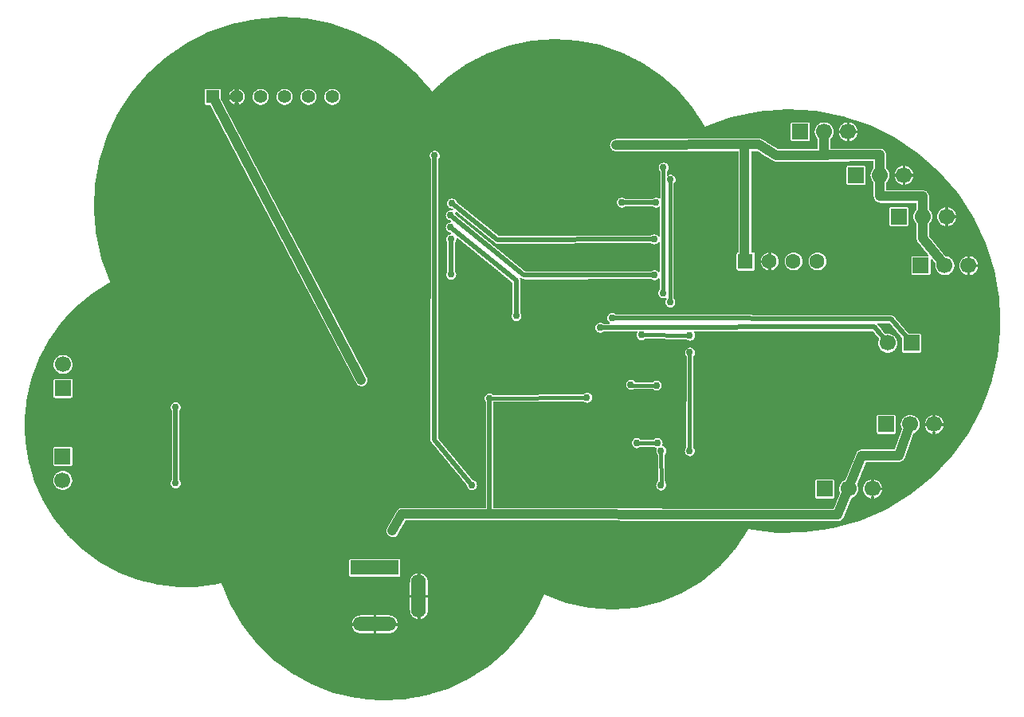
<source format=gbl>
%FSLAX33Y33*%
%MOMM*%
%AMRect-W1400000-H1400000-RO1.500*
21,1,1.4,1.4,0.,0.,90*%
%AMRect-W1700000-H1700000-RO1.000*
21,1,1.7,1.7,0.,0.,180*%
%AMRect-W1700000-H1700000-RO1.500*
21,1,1.7,1.7,0.,0.,90*%
%AMRect-W1600000-H5100000-RO0.500*
21,1,1.6,5.1,0.,0.,270*%
%AMRR-H4600000-W1600000-R800000-RO0.500*
21,1,1.6,3.,0.,0.,270*
1,1,1.6,1.5,0.*
1,1,1.6,1.5,-0.*
1,1,1.6,-1.5,-0.*
1,1,1.6,-1.5,0.*%
%AMRR-H4600000-W1600000-R800000-RO0.000*
21,1,1.6,3.,0.,0.,360*
1,1,1.6,0.,1.5*
1,1,1.6,0.,1.5*
1,1,1.6,0.,-1.5*
1,1,1.6,-0.,-1.5*%
%AMRect-W1700000-H1700000-RO0.500*
21,1,1.7,1.7,0.,0.,270*%
%ADD10C,0.0508*%
%ADD11C,0.5*%
%ADD12C,1.*%
%ADD13C,0.4*%
%ADD14C,0.75*%
%ADD15R,1.7X1.7*%
%ADD16C,1.7*%
%ADD17C,1.4*%
%ADD18Rect-W1400000-H1400000-RO1.500*%
%ADD19C,1.7*%
%ADD20Rect-W1700000-H1700000-RO1.000*%
%ADD21R,1.6X1.6*%
%ADD22C,1.6*%
%ADD23C,1.7*%
%ADD24Rect-W1700000-H1700000-RO1.500*%
%ADD25Rect-W1600000-H5100000-RO0.500*%
%ADD26RR-H4600000-W1600000-R800000-RO0.500*%
%ADD27RR-H4600000-W1600000-R800000-RO0.000*%
%ADD28C,1.7*%
%ADD29Rect-W1700000-H1700000-RO0.500*%
D10*
%LNpour fill*%
G01*
X-76528Y-39877D02*
X-76528Y-39877D01*
X-74100Y-39462*
X-71750Y-38725*
X-69520Y-37679*
X-67451Y-36342*
X-65581Y-34740*
X-63942Y-32901*
X-62565Y-30859*
X-61475Y-28650*
X-61475Y-28650*
X-59143Y-29570*
X-56699Y-30126*
X-54198Y-30306*
X-51699Y-30106*
X-49259Y-29529*
X-46935Y-28589*
X-44780Y-27308*
X-42844Y-25716*
X-41171Y-23849*
X-39800Y-21750*
X-39800Y-21750*
X-36822Y-22124*
X-33821Y-22099*
X-30850Y-21674*
X-27962Y-20857*
X-25209Y-19663*
X-22639Y-18112*
X-20299Y-16233*
X-18230Y-14059*
X-16469Y-11629*
X-15048Y-8985*
X-13991Y-6176*
X-13319Y-3252*
X-13041Y-0263*
X-13164Y2735*
X-13686Y5691*
X-14597Y8551*
X-15880Y11264*
X-17514Y13781*
X-19468Y16059*
X-21709Y18056*
X-24195Y19736*
X-26883Y21071*
X-29726Y22035*
X-32671Y22612*
X-35666Y22792*
X-38660Y22571*
X-41596Y21953*
X-44425Y20950*
X-44425Y20950*
X-45748Y22977*
X-47328Y24811*
X-49137Y26419*
X-51145Y27772*
X-53314Y28847*
X-55606Y29624*
X-57982Y30090*
X-60398Y30236*
X-62812Y30060*
X-65182Y29565*
X-67464Y28759*
X-69620Y27658*
X-71610Y26280*
X-73400Y24650*
X-73400Y24650*
X-74065Y25418*
X-74074Y25426*
X-74074Y25426*
X-74093Y25449*
X-74096Y25452*
X-74096Y25452*
X-74097Y25453*
X-74097Y25453*
X-74098Y25454*
X-74098Y25454*
X-74099Y25455*
X-74099Y25455*
X-74099Y25455*
X-74099Y25455*
X-74100Y25456*
X-74100Y25456*
X-74101Y25457*
X-74101Y25457*
X-74102Y25458*
X-74102Y25458*
X-74103Y25459*
X-74103Y25459*
X-74104Y25460*
X-74104Y25460*
X-74105Y25461*
X-74105Y25461*
X-74105Y25462*
X-74105Y25462*
X-74106Y25463*
X-74106Y25463*
X-74182Y25554*
X-75129Y26648*
X-77107Y28401*
X-79299Y29877*
X-81667Y31050*
X-84169Y31900*
X-86762Y32412*
X-89399Y32578*
X-92035Y32393*
X-94624Y31862*
X-97119Y30993*
X-99479Y29803*
X-101660Y28311*
X-103625Y26544*
X-105339Y24533*
X-106773Y22313*
X-107901Y19924*
X-108703Y17406*
X-109166Y14804*
X-109281Y12164*
X-109046Y9532*
X-108466Y6954*
X-107550Y4475*
X-107550Y4475*
X-107550Y4400*
X-107550Y4400*
X-109454Y3219*
X-111189Y1801*
X-112724Y0168*
X-114033Y-1650*
X-115095Y-3623*
X-115891Y-5717*
X-116407Y-7898*
X-116636Y-10127*
X-116572Y-12366*
X-116218Y-14579*
X-115578Y-16726*
X-114664Y-18772*
X-113492Y-20682*
X-112082Y-22422*
X-110456Y-23965*
X-108644Y-25282*
X-106676Y-26353*
X-104585Y-27158*
X-102407Y-27685*
X-100179Y-27923*
X-97939Y-27869*
X-95725Y-27525*
X-95725Y-27525*
X-94782Y-29801*
X-93542Y-31929*
X-92028Y-33871*
X-90266Y-35593*
X-88289Y-37062*
X-86133Y-38252*
X-83836Y-39142*
X-81441Y-39716*
X-78990Y-39962*
X-76528Y-39877*
X-80836Y-6651D02*
X-80974Y-6650D01*
X-81110Y-6622*
X-81237Y-6568*
X-81351Y-6491*
X-81448Y-6392*
X-81524Y-6277*
X-96996Y23221*
X-97375Y23221*
X-97407Y23223*
X-97438Y23231*
X-97468Y23243*
X-97495Y23260*
X-97519Y23281*
X-97540Y23305*
X-97557Y23332*
X-97569Y23362*
X-97577Y23393*
X-97579Y23425*
X-97579Y24825*
X-97577Y24857*
X-97569Y24888*
X-97557Y24918*
X-97540Y24945*
X-97519Y24969*
X-97495Y24990*
X-97468Y25007*
X-97438Y25019*
X-97407Y25027*
X-97375Y25029*
X-95975Y25029*
X-95943Y25027*
X-95912Y25019*
X-95882Y25007*
X-95855Y24990*
X-95831Y24969*
X-95810Y24945*
X-95793Y24918*
X-95781Y24888*
X-95773Y24857*
X-95771Y24825*
X-95771Y23917*
X-80276Y-5623*
X-80225Y-5751*
X-80199Y-5886*
X-80200Y-6024*
X-80228Y-6160*
X-80282Y-6287*
X-80359Y-6401*
X-80458Y-6498*
X-80573Y-6574*
X-80701Y-6625*
X-80836Y-6651*
X-91486Y23227D02*
X-91704Y23227D01*
X-91916Y23280*
X-92109Y23381*
X-92272Y23525*
X-92396Y23705*
X-92473Y23909*
X-92499Y24125*
X-92473Y24341*
X-92396Y24545*
X-92272Y24725*
X-92109Y24869*
X-91916Y24970*
X-91704Y25023*
X-91486Y25023*
X-91274Y24970*
X-91081Y24869*
X-90918Y24725*
X-90794Y24545*
X-90717Y24341*
X-90691Y24125*
X-90717Y23909*
X-90794Y23705*
X-90918Y23525*
X-91081Y23381*
X-91274Y23280*
X-91486Y23227*
X-88946Y23227D02*
X-89164Y23227D01*
X-89376Y23280*
X-89569Y23381*
X-89732Y23525*
X-89856Y23705*
X-89933Y23909*
X-89959Y24125*
X-89933Y24341*
X-89856Y24545*
X-89732Y24725*
X-89569Y24869*
X-89376Y24970*
X-89164Y25023*
X-88946Y25023*
X-88734Y24970*
X-88541Y24869*
X-88378Y24725*
X-88254Y24545*
X-88177Y24341*
X-88151Y24125*
X-88177Y23909*
X-88254Y23705*
X-88378Y23525*
X-88541Y23381*
X-88734Y23280*
X-88946Y23227*
X-86406Y23227D02*
X-86624Y23227D01*
X-86836Y23280*
X-87029Y23381*
X-87192Y23525*
X-87316Y23705*
X-87393Y23909*
X-87419Y24125*
X-87393Y24341*
X-87316Y24545*
X-87192Y24725*
X-87029Y24869*
X-86836Y24970*
X-86624Y25023*
X-86406Y25023*
X-86194Y24970*
X-86001Y24869*
X-85838Y24725*
X-85714Y24545*
X-85637Y24341*
X-85611Y24125*
X-85637Y23909*
X-85714Y23705*
X-85838Y23525*
X-86001Y23381*
X-86194Y23280*
X-86406Y23227*
X-83866Y23227D02*
X-84084Y23227D01*
X-84296Y23280*
X-84489Y23381*
X-84652Y23525*
X-84776Y23705*
X-84853Y23909*
X-84879Y24125*
X-84853Y24341*
X-84776Y24545*
X-84652Y24725*
X-84489Y24869*
X-84296Y24970*
X-84084Y25023*
X-83866Y25023*
X-83654Y24970*
X-83461Y24869*
X-83298Y24725*
X-83174Y24545*
X-83097Y24341*
X-83071Y24125*
X-83097Y23909*
X-83174Y23705*
X-83298Y23525*
X-83461Y23381*
X-83654Y23280*
X-83866Y23227*
X-93935Y23250D02*
X-93935Y23481D01*
X-94335Y23481*
X-94335Y23250*
X-94456Y23280*
X-94649Y23381*
X-94812Y23525*
X-94936Y23705*
X-95013Y23909*
X-95015Y23925*
X-94784Y23925*
X-94784Y24325*
X-95015Y24325*
X-95013Y24341*
X-94936Y24545*
X-94812Y24725*
X-94649Y24869*
X-94456Y24970*
X-94335Y25000*
X-94335Y24769*
X-93935Y24769*
X-93935Y25000*
X-93814Y24970*
X-93621Y24869*
X-93458Y24725*
X-93334Y24545*
X-93257Y24341*
X-93231Y24125*
X-93257Y23909*
X-93334Y23705*
X-93458Y23525*
X-93621Y23381*
X-93814Y23280*
X-93935Y23250*
X-33420Y19371D02*
X-35120Y19371D01*
X-35152Y19373*
X-35183Y19381*
X-35213Y19393*
X-35240Y19410*
X-35264Y19431*
X-35285Y19455*
X-35302Y19482*
X-35314Y19512*
X-35322Y19543*
X-35324Y19575*
X-35324Y21275*
X-35322Y21307*
X-35314Y21338*
X-35302Y21368*
X-35285Y21395*
X-35264Y21419*
X-35240Y21440*
X-35213Y21457*
X-35183Y21469*
X-35152Y21477*
X-35120Y21479*
X-33420Y21479*
X-33388Y21477*
X-33357Y21469*
X-33327Y21457*
X-33300Y21440*
X-33276Y21419*
X-33255Y21395*
X-33238Y21368*
X-33226Y21338*
X-33218Y21307*
X-33216Y21275*
X-33216Y19575*
X-33218Y19543*
X-33226Y19512*
X-33238Y19482*
X-33255Y19455*
X-33276Y19431*
X-33300Y19410*
X-33327Y19393*
X-33357Y19381*
X-33388Y19373*
X-33420Y19371*
X-20590Y5146D02*
X-22290Y5146D01*
X-22322Y5148*
X-22353Y5156*
X-22383Y5168*
X-22410Y5185*
X-22434Y5206*
X-22455Y5230*
X-22472Y5257*
X-22484Y5287*
X-22492Y5318*
X-22494Y5350*
X-22494Y7050*
X-22492Y7082*
X-22484Y7113*
X-22472Y7143*
X-22455Y7170*
X-22434Y7194*
X-22410Y7215*
X-22383Y7232*
X-22353Y7244*
X-22322Y7252*
X-22290Y7254*
X-20737Y7254*
X-20703Y7328*
X-21789Y8622*
X-21811Y8654*
X-21836Y8684*
X-21850Y8711*
X-21867Y8736*
X-21882Y8772*
X-21901Y8806*
X-21910Y8835*
X-21922Y8863*
X-21930Y8901*
X-21941Y8938*
X-21944Y8968*
X-21950Y8998*
X-21950Y9037*
X-21954Y9075*
X-21954Y10626*
X-22039Y10701*
X-22183Y10910*
X-22274Y11148*
X-22304Y11400*
X-22274Y11652*
X-22183Y11890*
X-22039Y12099*
X-21954Y12174*
X-21954Y12846*
X-25800Y12846*
X-25937Y12859*
X-26069Y12899*
X-26191Y12964*
X-26298Y13052*
X-26386Y13159*
X-26451Y13281*
X-26491Y13413*
X-26504Y13550*
X-26504Y15026*
X-26589Y15101*
X-26733Y15310*
X-26824Y15548*
X-26854Y15800*
X-26824Y16052*
X-26733Y16290*
X-26589Y16499*
X-26504Y16574*
X-26504Y17268*
X-31559Y17245*
X-31593Y17234*
X-31730Y17221*
X-31867Y17234*
X-31896Y17243*
X-36797Y17221*
X-36850Y17226*
X-36904Y17228*
X-36919Y17232*
X-36934Y17234*
X-36986Y17249*
X-37038Y17262*
X-37052Y17269*
X-37067Y17273*
X-37114Y17298*
X-37162Y17321*
X-38869Y18345*
X-39446Y18344*
X-39446Y7654*
X-39260Y7654*
X-39228Y7652*
X-39197Y7644*
X-39167Y7632*
X-39140Y7615*
X-39116Y7594*
X-39095Y7570*
X-39078Y7543*
X-39066Y7513*
X-39058Y7482*
X-39056Y7450*
X-39056Y5850*
X-39058Y5818*
X-39066Y5787*
X-39078Y5757*
X-39095Y5730*
X-39116Y5706*
X-39140Y5685*
X-39167Y5668*
X-39197Y5656*
X-39228Y5648*
X-39260Y5646*
X-40860Y5646*
X-40892Y5648*
X-40923Y5656*
X-40953Y5668*
X-40980Y5685*
X-41004Y5706*
X-41025Y5730*
X-41042Y5757*
X-41054Y5787*
X-41062Y5818*
X-41064Y5850*
X-41064Y7450*
X-41062Y7482*
X-41054Y7513*
X-41042Y7543*
X-41025Y7570*
X-41004Y7594*
X-40980Y7615*
X-40953Y7632*
X-40923Y7644*
X-40854Y7661*
X-40854Y18339*
X-53823Y18301*
X-53960Y18314*
X-54093Y18354*
X-54214Y18418*
X-54321Y18506*
X-54409Y18612*
X-54475Y18734*
X-54515Y18866*
X-54529Y19003*
X-54516Y19140*
X-54476Y19273*
X-54412Y19394*
X-54324Y19501*
X-54218Y19589*
X-54096Y19655*
X-53964Y19695*
X-53827Y19709*
X-38677Y19754*
X-38624Y19749*
X-38571Y19747*
X-38556Y19743*
X-38540Y19741*
X-38489Y19726*
X-38437Y19713*
X-38423Y19706*
X-38407Y19701*
X-38361Y19677*
X-38313Y19654*
X-36606Y18630*
X-32434Y18649*
X-32434Y19651*
X-32519Y19726*
X-32663Y19935*
X-32754Y20173*
X-32784Y20425*
X-32754Y20677*
X-32663Y20915*
X-32519Y21124*
X-32329Y21293*
X-32104Y21411*
X-31857Y21472*
X-31603Y21472*
X-31356Y21411*
X-31131Y21293*
X-30941Y21124*
X-30797Y20915*
X-30706Y20677*
X-30676Y20425*
X-30706Y20173*
X-30797Y19935*
X-30941Y19726*
X-31026Y19651*
X-31026Y18655*
X-25800Y18679*
X-25733Y18673*
X-25666Y18666*
X-25664Y18666*
X-25663Y18666*
X-25598Y18646*
X-25533Y18627*
X-25532Y18626*
X-25531Y18626*
X-25471Y18594*
X-25411Y18562*
X-25410Y18561*
X-25409Y18561*
X-25357Y18518*
X-25304Y18475*
X-25303Y18474*
X-25302Y18473*
X-25259Y18421*
X-25216Y18369*
X-25216Y18367*
X-25214Y18366*
X-25183Y18307*
X-25151Y18247*
X-25150Y18246*
X-25149Y18244*
X-25130Y18180*
X-25110Y18116*
X-25110Y18114*
X-25109Y18112*
X-25103Y18045*
X-25096Y17978*
X-25096Y16574*
X-25011Y16499*
X-24867Y16290*
X-24776Y16052*
X-24746Y15800*
X-24776Y15548*
X-24867Y15310*
X-25011Y15101*
X-25096Y15026*
X-25096Y14254*
X-21250Y14254*
X-21113Y14241*
X-20981Y14201*
X-20859Y14136*
X-20752Y14048*
X-20664Y13941*
X-20599Y13819*
X-20559Y13687*
X-20546Y13550*
X-20546Y12174*
X-20461Y12099*
X-20317Y11890*
X-20226Y11652*
X-20196Y11400*
X-20226Y11148*
X-20317Y10910*
X-20461Y10701*
X-20546Y10626*
X-20546Y9331*
X-18797Y7247*
X-18773Y7247*
X-18526Y7186*
X-18301Y7068*
X-18111Y6899*
X-17967Y6690*
X-17876Y6452*
X-17846Y6200*
X-17876Y5948*
X-17967Y5710*
X-18111Y5501*
X-18301Y5332*
X-18526Y5214*
X-18773Y5153*
X-19027Y5153*
X-19274Y5214*
X-19499Y5332*
X-19689Y5501*
X-19833Y5710*
X-19924Y5948*
X-19954Y6200*
X-19929Y6405*
X-20302Y6850*
X-20386Y6819*
X-20386Y5350*
X-20388Y5318*
X-20396Y5287*
X-20408Y5257*
X-20425Y5230*
X-20446Y5206*
X-20470Y5185*
X-20497Y5168*
X-20527Y5156*
X-20558Y5148*
X-20590Y5146*
X-29063Y19378D02*
X-29088Y19378D01*
X-29088Y19632*
X-29292Y19632*
X-29292Y19378*
X-29317Y19378*
X-29564Y19439*
X-29789Y19557*
X-29979Y19726*
X-30123Y19935*
X-30214Y20173*
X-30232Y20323*
X-29989Y20323*
X-29989Y20527*
X-30232Y20527*
X-30214Y20677*
X-30123Y20915*
X-29979Y21124*
X-29789Y21293*
X-29564Y21411*
X-29317Y21472*
X-29292Y21472*
X-29292Y21218*
X-29088Y21218*
X-29088Y21472*
X-29063Y21472*
X-28816Y21411*
X-28591Y21293*
X-28401Y21124*
X-28257Y20915*
X-28166Y20677*
X-28148Y20527*
X-28391Y20527*
X-28391Y20323*
X-28148Y20323*
X-28166Y20173*
X-28257Y19935*
X-28401Y19726*
X-28591Y19557*
X-28816Y19439*
X-29063Y19378*
X-69080Y-17700D02*
X-69220Y-17700D01*
X-69355Y-17667*
X-69479Y-17602*
X-69584Y-17509*
X-69663Y-17394*
X-69712Y-17264*
X-69727Y-17140*
X-73500Y-12590*
X-73513Y-12571*
X-73528Y-12552*
X-73538Y-12534*
X-73549Y-12517*
X-73559Y-12495*
X-73570Y-12474*
X-73576Y-12454*
X-73584Y-12434*
X-73589Y-12411*
X-73596Y-12388*
X-73598Y-12368*
X-73602Y-12347*
X-73602Y-12323*
X-73604Y-12300*
X-73555Y17522*
X-73613Y17606*
X-73662Y17736*
X-73679Y17875*
X-73662Y18014*
X-73613Y18144*
X-73534Y18259*
X-73429Y18352*
X-73305Y18417*
X-73170Y18450*
X-73030Y18450*
X-72895Y18417*
X-72771Y18352*
X-72666Y18259*
X-72587Y18144*
X-72538Y18014*
X-72521Y17875*
X-72538Y17736*
X-72587Y17606*
X-72646Y17520*
X-72696Y-12137*
X-69026Y-16563*
X-68945Y-16583*
X-68821Y-16648*
X-68716Y-16741*
X-68637Y-16856*
X-68588Y-16986*
X-68571Y-17125*
X-68588Y-17264*
X-68637Y-17394*
X-68716Y-17509*
X-68821Y-17602*
X-68945Y-17667*
X-69080Y-17700*
X-64355Y0275D02*
X-64495Y0275D01*
X-64630Y0308*
X-64754Y0373*
X-64859Y0466*
X-64938Y0581*
X-64987Y0711*
X-65004Y0850*
X-64987Y0989*
X-64938Y1119*
X-64869Y1219*
X-64869Y4359*
X-70705Y9113*
X-70780Y9072*
X-70771Y8995*
X-70788Y8856*
X-70837Y8726*
X-70896Y8641*
X-70896Y5589*
X-70837Y5504*
X-70788Y5374*
X-70771Y5235*
X-70788Y5096*
X-70837Y4966*
X-70916Y4851*
X-71021Y4758*
X-71145Y4693*
X-71280Y4660*
X-71420Y4660*
X-71555Y4693*
X-71679Y4758*
X-71784Y4851*
X-71863Y4966*
X-71912Y5096*
X-71929Y5235*
X-71912Y5374*
X-71863Y5504*
X-71804Y5589*
X-71804Y8641*
X-71863Y8726*
X-71912Y8856*
X-71929Y8995*
X-71912Y9134*
X-71863Y9264*
X-71784Y9379*
X-71679Y9472*
X-71555Y9537*
X-71386Y9578*
X-71399Y9690*
X-71470Y9690*
X-71605Y9723*
X-71729Y9788*
X-71834Y9881*
X-71913Y9996*
X-71962Y10126*
X-71979Y10265*
X-71962Y10404*
X-71913Y10534*
X-71834Y10649*
X-71729Y10742*
X-71605Y10807*
X-71428Y10850*
X-71428Y10950*
X-71605Y10993*
X-71729Y11058*
X-71834Y11151*
X-71913Y11266*
X-71962Y11396*
X-71979Y11535*
X-71962Y11674*
X-71913Y11804*
X-71834Y11919*
X-71729Y12012*
X-71605Y12077*
X-71470Y12110*
X-71330Y12110*
X-71241Y12088*
X-71196Y12179*
X-71259Y12230*
X-71345Y12230*
X-71480Y12263*
X-71604Y12328*
X-71709Y12421*
X-71788Y12536*
X-71837Y12666*
X-71854Y12805*
X-71837Y12944*
X-71788Y13074*
X-71709Y13189*
X-71604Y13282*
X-71480Y13347*
X-71345Y13380*
X-71205Y13380*
X-71070Y13347*
X-70946Y13282*
X-70841Y13189*
X-70762Y13074*
X-70720Y12962*
X-66246Y9380*
X-50136Y9448*
X-50109Y9472*
X-49985Y9537*
X-49850Y9570*
X-49710Y9570*
X-49575Y9537*
X-49451Y9472*
X-49346Y9379*
X-49296Y9305*
X-49206Y9333*
X-49195Y12437*
X-49345Y12358*
X-49480Y12325*
X-49620Y12325*
X-49755Y12358*
X-49879Y12423*
X-49904Y12446*
X-52871Y12446*
X-52896Y12423*
X-53020Y12358*
X-53155Y12325*
X-53295Y12325*
X-53430Y12358*
X-53554Y12423*
X-53659Y12516*
X-53738Y12631*
X-53787Y12761*
X-53804Y12900*
X-53787Y13039*
X-53738Y13169*
X-53659Y13284*
X-53554Y13377*
X-53430Y13442*
X-53295Y13475*
X-53155Y13475*
X-53020Y13442*
X-52896Y13377*
X-52871Y13354*
X-49904Y13354*
X-49879Y13377*
X-49755Y13442*
X-49620Y13475*
X-49480Y13475*
X-49345Y13442*
X-49191Y13361*
X-49181Y16206*
X-49209Y16231*
X-49288Y16346*
X-49337Y16476*
X-49354Y16615*
X-49337Y16754*
X-49288Y16884*
X-49209Y16999*
X-49104Y17092*
X-48980Y17157*
X-48845Y17190*
X-48705Y17190*
X-48570Y17157*
X-48446Y17092*
X-48341Y16999*
X-48262Y16884*
X-48213Y16754*
X-48196Y16615*
X-48213Y16476*
X-48262Y16346*
X-48341Y16231*
X-48372Y16204*
X-48374Y15804*
X-48255Y15867*
X-48120Y15900*
X-47980Y15900*
X-47845Y15867*
X-47721Y15802*
X-47616Y15709*
X-47537Y15594*
X-47488Y15464*
X-47471Y15325*
X-47488Y15186*
X-47537Y15056*
X-47616Y14941*
X-47671Y14893*
X-47671Y2710*
X-47641Y2684*
X-47562Y2569*
X-47513Y2439*
X-47496Y2300*
X-47513Y2161*
X-47562Y2031*
X-47641Y1916*
X-47746Y1823*
X-47870Y1758*
X-48005Y1725*
X-48145Y1725*
X-48280Y1758*
X-48404Y1823*
X-48509Y1916*
X-48588Y2031*
X-48637Y2161*
X-48654Y2300*
X-48637Y2439*
X-48588Y2569*
X-48510Y2682*
X-48576Y2756*
X-48620Y2733*
X-48755Y2700*
X-48895Y2700*
X-49030Y2733*
X-49154Y2798*
X-49259Y2891*
X-49338Y3006*
X-49387Y3136*
X-49404Y3275*
X-49387Y3414*
X-49338Y3544*
X-49259Y3659*
X-49228Y3686*
X-49224Y4787*
X-49299Y4821*
X-49426Y4708*
X-49550Y4643*
X-49685Y4610*
X-49825Y4610*
X-49960Y4643*
X-50084Y4708*
X-50109Y4731*
X-63595Y4721*
X-63616Y4723*
X-63638Y4723*
X-63660Y4727*
X-63683Y4729*
X-63704Y4736*
X-63725Y4740*
X-63747Y4749*
X-63769Y4755*
X-63788Y4765*
X-63808Y4774*
X-63827Y4786*
X-63847Y4797*
X-63864Y4811*
X-63882Y4823*
X-63948Y4877*
X-64028Y4811*
X-63995Y4749*
X-63989Y4728*
X-63981Y4708*
X-63976Y4686*
X-63970Y4664*
X-63967Y4642*
X-63963Y4621*
X-63963Y4598*
X-63961Y4575*
X-63961Y1190*
X-63912Y1119*
X-63863Y0989*
X-63846Y0850*
X-63863Y0711*
X-63912Y0581*
X-63991Y0466*
X-64096Y0373*
X-64220Y0308*
X-64355Y0275*
X-27490Y14746D02*
X-29190Y14746D01*
X-29222Y14748*
X-29253Y14756*
X-29283Y14768*
X-29310Y14785*
X-29334Y14806*
X-29355Y14830*
X-29372Y14857*
X-29384Y14887*
X-29392Y14918*
X-29394Y14950*
X-29394Y16650*
X-29392Y16682*
X-29384Y16713*
X-29372Y16743*
X-29355Y16770*
X-29334Y16794*
X-29310Y16815*
X-29283Y16832*
X-29253Y16844*
X-29222Y16852*
X-29190Y16854*
X-27490Y16854*
X-27458Y16852*
X-27427Y16844*
X-27397Y16832*
X-27370Y16815*
X-27346Y16794*
X-27325Y16770*
X-27308Y16743*
X-27296Y16713*
X-27288Y16682*
X-27286Y16650*
X-27286Y14950*
X-27288Y14918*
X-27296Y14887*
X-27308Y14857*
X-27325Y14830*
X-27346Y14806*
X-27370Y14785*
X-27397Y14768*
X-27427Y14756*
X-27458Y14748*
X-27490Y14746*
X-23133Y14753D02*
X-23158Y14753D01*
X-23158Y15007*
X-23362Y15007*
X-23362Y14753*
X-23387Y14753*
X-23634Y14814*
X-23859Y14932*
X-24049Y15101*
X-24193Y15310*
X-24284Y15548*
X-24302Y15698*
X-24059Y15698*
X-24059Y15902*
X-24302Y15902*
X-24284Y16052*
X-24193Y16290*
X-24049Y16499*
X-23859Y16668*
X-23634Y16786*
X-23387Y16847*
X-23362Y16847*
X-23362Y16593*
X-23158Y16593*
X-23158Y16847*
X-23133Y16847*
X-22886Y16786*
X-22661Y16668*
X-22471Y16499*
X-22327Y16290*
X-22236Y16052*
X-22218Y15902*
X-22461Y15902*
X-22461Y15698*
X-22218Y15698*
X-22236Y15548*
X-22327Y15310*
X-22471Y15101*
X-22661Y14932*
X-22886Y14814*
X-23133Y14753*
X-22940Y10346D02*
X-24640Y10346D01*
X-24672Y10348*
X-24703Y10356*
X-24733Y10368*
X-24760Y10385*
X-24784Y10406*
X-24805Y10430*
X-24822Y10457*
X-24834Y10487*
X-24842Y10518*
X-24844Y10550*
X-24844Y12250*
X-24842Y12282*
X-24834Y12313*
X-24822Y12343*
X-24805Y12370*
X-24784Y12394*
X-24760Y12415*
X-24733Y12432*
X-24703Y12444*
X-24672Y12452*
X-24640Y12454*
X-22940Y12454*
X-22908Y12452*
X-22877Y12444*
X-22847Y12432*
X-22820Y12415*
X-22796Y12394*
X-22775Y12370*
X-22758Y12343*
X-22746Y12313*
X-22738Y12282*
X-22736Y12250*
X-22736Y10550*
X-22738Y10518*
X-22746Y10487*
X-22758Y10457*
X-22775Y10430*
X-22796Y10406*
X-22820Y10385*
X-22847Y10368*
X-22877Y10356*
X-22908Y10348*
X-22940Y10346*
X-18583Y10353D02*
X-18608Y10353D01*
X-18608Y10607*
X-18812Y10607*
X-18812Y10353*
X-18837Y10353*
X-19084Y10414*
X-19309Y10532*
X-19499Y10701*
X-19643Y10910*
X-19734Y11148*
X-19764Y11400*
X-19734Y11652*
X-19643Y11890*
X-19499Y12099*
X-19309Y12268*
X-19084Y12386*
X-18837Y12447*
X-18812Y12447*
X-18812Y12193*
X-18608Y12193*
X-18608Y12447*
X-18583Y12447*
X-18336Y12386*
X-18111Y12268*
X-17921Y12099*
X-17777Y11890*
X-17686Y11652*
X-17668Y11502*
X-17911Y11502*
X-17911Y11298*
X-17668Y11298*
X-17686Y11148*
X-17777Y10910*
X-17921Y10701*
X-18111Y10532*
X-18336Y10414*
X-18583Y10353*
X-37399Y5653D02*
X-37418Y5653D01*
X-37418Y5907*
X-37622Y5907*
X-37622Y5653*
X-37641Y5653*
X-37876Y5711*
X-38090Y5824*
X-38272Y5984*
X-38409Y6183*
X-38495Y6410*
X-38512Y6548*
X-38269Y6548*
X-38269Y6752*
X-38512Y6752*
X-38495Y6890*
X-38409Y7117*
X-38272Y7316*
X-38090Y7476*
X-37876Y7589*
X-37641Y7647*
X-37622Y7647*
X-37622Y7393*
X-37418Y7393*
X-37418Y7647*
X-37399Y7647*
X-37164Y7589*
X-36950Y7476*
X-36768Y7316*
X-36631Y7117*
X-36545Y6890*
X-36516Y6650*
X-36545Y6410*
X-36631Y6183*
X-36768Y5984*
X-36950Y5824*
X-37164Y5711*
X-37399Y5653*
X-34859Y5653D02*
X-35101Y5653D01*
X-35336Y5711*
X-35550Y5824*
X-35732Y5984*
X-35869Y6183*
X-35955Y6410*
X-35984Y6650*
X-35955Y6890*
X-35869Y7117*
X-35732Y7316*
X-35550Y7476*
X-35336Y7589*
X-35101Y7647*
X-34859Y7647*
X-34624Y7589*
X-34410Y7476*
X-34228Y7316*
X-34091Y7117*
X-34005Y6890*
X-33976Y6650*
X-34005Y6410*
X-34091Y6183*
X-34228Y5984*
X-34410Y5824*
X-34624Y5711*
X-34859Y5653*
X-32319Y5653D02*
X-32561Y5653D01*
X-32796Y5711*
X-33010Y5824*
X-33192Y5984*
X-33329Y6183*
X-33415Y6410*
X-33444Y6650*
X-33415Y6890*
X-33329Y7117*
X-33192Y7316*
X-33010Y7476*
X-32796Y7589*
X-32561Y7647*
X-32319Y7647*
X-32084Y7589*
X-31870Y7476*
X-31688Y7316*
X-31551Y7117*
X-31465Y6890*
X-31436Y6650*
X-31465Y6410*
X-31551Y6183*
X-31688Y5984*
X-31870Y5824*
X-32084Y5711*
X-32319Y5653*
X-16233Y5153D02*
X-16258Y5153D01*
X-16258Y5407*
X-16462Y5407*
X-16462Y5153*
X-16487Y5153*
X-16734Y5214*
X-16959Y5332*
X-17149Y5501*
X-17293Y5710*
X-17384Y5948*
X-17414Y6200*
X-17384Y6452*
X-17293Y6690*
X-17149Y6899*
X-16959Y7068*
X-16734Y7186*
X-16487Y7247*
X-16462Y7247*
X-16462Y6993*
X-16258Y6993*
X-16258Y7247*
X-16233Y7247*
X-15986Y7186*
X-15761Y7068*
X-15571Y6899*
X-15427Y6690*
X-15336Y6452*
X-15318Y6302*
X-15561Y6302*
X-15561Y6098*
X-15318Y6098*
X-15336Y5948*
X-15427Y5710*
X-15571Y5501*
X-15761Y5332*
X-15986Y5214*
X-16233Y5153*
X-21580Y-3104D02*
X-23280Y-3104D01*
X-23312Y-3102*
X-23343Y-3094*
X-23373Y-3082*
X-23400Y-3065*
X-23424Y-3044*
X-23445Y-3020*
X-23462Y-2993*
X-23474Y-2963*
X-23482Y-2932*
X-23484Y-2900*
X-23484Y-1508*
X-24801Y0047*
X-25996Y0052*
X-26029Y-0026*
X-25992Y-0064*
X-25210Y-1031*
X-25097Y-1003*
X-24843Y-1003*
X-24596Y-1064*
X-24371Y-1182*
X-24181Y-1351*
X-24037Y-1560*
X-23946Y-1798*
X-23916Y-2050*
X-23946Y-2302*
X-24037Y-2540*
X-24181Y-2749*
X-24371Y-2918*
X-24596Y-3036*
X-24843Y-3097*
X-25097Y-3097*
X-25344Y-3036*
X-25569Y-2918*
X-25759Y-2749*
X-25903Y-2540*
X-25994Y-2302*
X-26024Y-2050*
X-25994Y-1798*
X-25918Y-1600*
X-26562Y-0805*
X-45479Y-0837*
X-45515Y-0905*
X-45462Y-0981*
X-45413Y-1111*
X-45396Y-1250*
X-45413Y-1389*
X-45462Y-1519*
X-45541Y-1634*
X-45646Y-1727*
X-45770Y-1792*
X-45905Y-1825*
X-46045Y-1825*
X-46180Y-1792*
X-46304Y-1727*
X-46390Y-1650*
X-50719Y-1608*
X-50796Y-1677*
X-50920Y-1742*
X-51055Y-1775*
X-51195Y-1775*
X-51330Y-1742*
X-51454Y-1677*
X-51559Y-1584*
X-51638Y-1469*
X-51687Y-1339*
X-51704Y-1200*
X-51687Y-1061*
X-51606Y-0847*
X-55170Y-0854*
X-55196Y-0877*
X-55320Y-0942*
X-55455Y-0975*
X-55595Y-0975*
X-55730Y-0942*
X-55854Y-0877*
X-55959Y-0784*
X-56038Y-0669*
X-56087Y-0539*
X-56104Y-0400*
X-56087Y-0261*
X-56038Y-0131*
X-55959Y-0016*
X-55854Y0077*
X-55730Y0142*
X-55595Y0175*
X-55455Y0175*
X-55320Y0142*
X-55196Y0077*
X-55171Y0055*
X-54603Y0056*
X-54572Y0138*
X-54689Y0241*
X-54768Y0356*
X-54817Y0486*
X-54834Y0625*
X-54817Y0764*
X-54768Y0894*
X-54689Y1009*
X-54584Y1102*
X-54460Y1167*
X-54325Y1200*
X-54185Y1200*
X-54050Y1167*
X-53926Y1102*
X-53899Y1078*
X-24588Y0954*
X-24570Y0952*
X-24553Y0953*
X-24526Y0948*
X-24500Y0945*
X-24482Y0940*
X-24465Y0937*
X-24440Y0927*
X-24414Y0919*
X-24399Y0910*
X-24382Y0904*
X-24360Y0889*
X-24336Y0877*
X-24322Y0865*
X-24307Y0856*
X-24288Y0837*
X-24267Y0820*
X-24256Y0806*
X-24243Y0794*
X-22728Y-0996*
X-21580Y-0996*
X-21548Y-0998*
X-21517Y-1006*
X-21487Y-1018*
X-21460Y-1035*
X-21436Y-1056*
X-21415Y-1080*
X-21398Y-1107*
X-21386Y-1137*
X-21378Y-1168*
X-21376Y-1200*
X-21376Y-2900*
X-21378Y-2932*
X-21386Y-2963*
X-21398Y-2993*
X-21415Y-3020*
X-21436Y-3044*
X-21460Y-3065*
X-21487Y-3082*
X-21517Y-3094*
X-21548Y-3102*
X-21580Y-3104*
X-45930Y-14075D02*
X-46070Y-14075D01*
X-46205Y-14042*
X-46329Y-13977*
X-46434Y-13884*
X-46513Y-13769*
X-46562Y-13639*
X-46579Y-13500*
X-46562Y-13361*
X-46513Y-13231*
X-46427Y-13107*
X-46381Y-3458*
X-46409Y-3434*
X-46488Y-3319*
X-46537Y-3189*
X-46554Y-3050*
X-46537Y-2911*
X-46488Y-2781*
X-46409Y-2666*
X-46304Y-2573*
X-46180Y-2508*
X-46045Y-2475*
X-45905Y-2475*
X-45770Y-2508*
X-45646Y-2573*
X-45541Y-2666*
X-45462Y-2781*
X-45413Y-2911*
X-45396Y-3050*
X-45413Y-3189*
X-45462Y-3319*
X-45541Y-3434*
X-45573Y-3462*
X-45619Y-13070*
X-45566Y-13116*
X-45487Y-13231*
X-45438Y-13361*
X-45421Y-13500*
X-45438Y-13639*
X-45487Y-13769*
X-45566Y-13884*
X-45671Y-13977*
X-45795Y-14042*
X-45930Y-14075*
X-112473Y-5347D02*
X-112727Y-5347D01*
X-112974Y-5286*
X-113199Y-5168*
X-113389Y-4999*
X-113533Y-4790*
X-113624Y-4552*
X-113654Y-4300*
X-113624Y-4048*
X-113533Y-3810*
X-113389Y-3601*
X-113199Y-3432*
X-112974Y-3314*
X-112727Y-3253*
X-112473Y-3253*
X-112226Y-3314*
X-112001Y-3432*
X-111811Y-3601*
X-111667Y-3810*
X-111576Y-4048*
X-111546Y-4300*
X-111576Y-4552*
X-111667Y-4790*
X-111811Y-4999*
X-112001Y-5168*
X-112226Y-5286*
X-112473Y-5347*
X-111750Y-7894D02*
X-113450Y-7894D01*
X-113482Y-7892*
X-113513Y-7884*
X-113543Y-7872*
X-113570Y-7855*
X-113594Y-7834*
X-113615Y-7810*
X-113632Y-7783*
X-113644Y-7753*
X-113652Y-7722*
X-113654Y-7690*
X-113654Y-5990*
X-113652Y-5958*
X-113644Y-5927*
X-113632Y-5897*
X-113615Y-5870*
X-113594Y-5846*
X-113570Y-5825*
X-113543Y-5808*
X-113513Y-5796*
X-113482Y-5788*
X-113450Y-5786*
X-111750Y-5786*
X-111718Y-5788*
X-111687Y-5796*
X-111657Y-5808*
X-111630Y-5825*
X-111606Y-5846*
X-111585Y-5870*
X-111568Y-5897*
X-111556Y-5927*
X-111548Y-5958*
X-111546Y-5990*
X-111546Y-7690*
X-111548Y-7722*
X-111556Y-7753*
X-111568Y-7783*
X-111585Y-7810*
X-111606Y-7834*
X-111630Y-7855*
X-111657Y-7872*
X-111687Y-7884*
X-111718Y-7892*
X-111750Y-7894*
X-49455Y-7116D02*
X-49595Y-7116D01*
X-49730Y-7083*
X-49854Y-7018*
X-49936Y-6946*
X-51926Y-6946*
X-52045Y-7008*
X-52180Y-7041*
X-52320Y-7041*
X-52455Y-7008*
X-52579Y-6943*
X-52684Y-6850*
X-52763Y-6736*
X-52812Y-6605*
X-52829Y-6466*
X-52812Y-6328*
X-52763Y-6197*
X-52684Y-6082*
X-52579Y-5990*
X-52455Y-5925*
X-52320Y-5891*
X-52180Y-5891*
X-52045Y-5925*
X-51921Y-5990*
X-51816Y-6082*
X-51779Y-6137*
X-49936Y-6137*
X-49854Y-6065*
X-49730Y-6000*
X-49595Y-5966*
X-49455Y-5966*
X-49320Y-6000*
X-49196Y-6065*
X-49091Y-6157*
X-49012Y-6272*
X-48963Y-6403*
X-48946Y-6541*
X-48963Y-6680*
X-49012Y-6811*
X-49091Y-6925*
X-49196Y-7018*
X-49320Y-7083*
X-49455Y-7116*
X-77525Y-22702D02*
X-77663Y-22699D01*
X-77797Y-22668*
X-77923Y-22612*
X-78036Y-22532*
X-78131Y-22432*
X-78205Y-22315*
X-78254Y-22186*
X-78277Y-22050*
X-78274Y-21912*
X-78243Y-21778*
X-78187Y-21652*
X-77162Y-19852*
X-77147Y-19830*
X-77135Y-19808*
X-77107Y-19774*
X-77082Y-19739*
X-77063Y-19721*
X-77047Y-19701*
X-77013Y-19674*
X-76982Y-19644*
X-76960Y-19630*
X-76940Y-19614*
X-76902Y-19593*
X-76865Y-19570*
X-76841Y-19561*
X-76818Y-19549*
X-76777Y-19536*
X-76736Y-19521*
X-76711Y-19517*
X-76686Y-19509*
X-76643Y-19505*
X-76600Y-19498*
X-76574Y-19498*
X-76548Y-19496*
X-67729Y-19515*
X-67729Y-8279*
X-67788Y-8194*
X-67837Y-8064*
X-67854Y-7925*
X-67837Y-7786*
X-67788Y-7656*
X-67709Y-7541*
X-67604Y-7448*
X-67480Y-7383*
X-67345Y-7350*
X-67205Y-7350*
X-67070Y-7383*
X-66946Y-7448*
X-66895Y-7494*
X-57313Y-7439*
X-57229Y-7365*
X-57105Y-7300*
X-56970Y-7266*
X-56830Y-7266*
X-56695Y-7300*
X-56571Y-7365*
X-56466Y-7457*
X-56387Y-7572*
X-56338Y-7703*
X-56321Y-7841*
X-56338Y-7980*
X-56387Y-8111*
X-56466Y-8225*
X-56571Y-8318*
X-56695Y-8383*
X-56830Y-8416*
X-56970Y-8416*
X-57105Y-8383*
X-57229Y-8318*
X-57308Y-8248*
X-66821Y-8302*
X-66821Y-19517*
X-30738Y-19595*
X-30076Y-17968*
X-30149Y-17777*
X-30179Y-17525*
X-30149Y-17273*
X-30058Y-17035*
X-29914Y-16826*
X-29724Y-16657*
X-29493Y-16536*
X-28351Y-13731*
X-28319Y-13671*
X-28288Y-13612*
X-28287Y-13611*
X-28286Y-13609*
X-28243Y-13557*
X-28201Y-13505*
X-28199Y-13504*
X-28198Y-13502*
X-28146Y-13460*
X-28095Y-13417*
X-28093Y-13416*
X-28091Y-13414*
X-28032Y-13383*
X-27973Y-13351*
X-27971Y-13350*
X-27969Y-13349*
X-27906Y-13330*
X-27842Y-13310*
X-27839Y-13310*
X-27837Y-13309*
X-27771Y-13303*
X-27704Y-13296*
X-24272Y-13296*
X-23518Y-11180*
X-23614Y-10927*
X-23644Y-10675*
X-23614Y-10423*
X-23523Y-10185*
X-23379Y-9976*
X-23189Y-9807*
X-22964Y-9689*
X-22717Y-9628*
X-22463Y-9628*
X-22216Y-9689*
X-21991Y-9807*
X-21801Y-9976*
X-21657Y-10185*
X-21566Y-10423*
X-21536Y-10675*
X-21566Y-10927*
X-21657Y-11165*
X-21801Y-11374*
X-21991Y-11543*
X-22189Y-11646*
X-23112Y-14236*
X-23119Y-14252*
X-23124Y-14269*
X-23149Y-14315*
X-23171Y-14361*
X-23181Y-14376*
X-23189Y-14391*
X-23222Y-14431*
X-23253Y-14472*
X-23266Y-14484*
X-23277Y-14498*
X-23317Y-14531*
X-23355Y-14565*
X-23370Y-14574*
X-23384Y-14586*
X-23429Y-14610*
X-23473Y-14636*
X-23490Y-14642*
X-23506Y-14651*
X-23555Y-14666*
X-23603Y-14683*
X-23621Y-14686*
X-23638Y-14691*
X-23689Y-14696*
X-23740Y-14703*
X-23757Y-14702*
X-23775Y-14704*
X-27226Y-14704*
X-28184Y-17056*
X-28101Y-17273*
X-28071Y-17525*
X-28101Y-17777*
X-28192Y-18015*
X-28336Y-18224*
X-28526Y-18393*
X-28751Y-18511*
X-28779Y-18518*
X-29613Y-20566*
X-29614Y-20568*
X-29615Y-20571*
X-29646Y-20629*
X-29677Y-20688*
X-29679Y-20690*
X-29680Y-20693*
X-29722Y-20744*
X-29764Y-20795*
X-29766Y-20797*
X-29768Y-20799*
X-29819Y-20841*
X-29870Y-20883*
X-29873Y-20885*
X-29875Y-20886*
X-29933Y-20917*
X-29992Y-20949*
X-29994Y-20950*
X-29997Y-20951*
X-30060Y-20970*
X-30123Y-20990*
X-30126Y-20990*
X-30129Y-20991*
X-30195Y-20997*
X-30261Y-21004*
X-30263Y-21004*
X-30266Y-21004*
X-76141Y-20905*
X-76963Y-22348*
X-77043Y-22461*
X-77143Y-22556*
X-77260Y-22630*
X-77389Y-22679*
X-77525Y-22702*
X-100555Y-17505D02*
X-100695Y-17505D01*
X-100830Y-17472*
X-100954Y-17407*
X-101059Y-17314*
X-101138Y-17199*
X-101187Y-17069*
X-101204Y-16930*
X-101187Y-16791*
X-101138Y-16661*
X-101079Y-16576*
X-101079Y-9204*
X-101138Y-9119*
X-101187Y-8989*
X-101204Y-8850*
X-101187Y-8711*
X-101138Y-8581*
X-101059Y-8466*
X-100954Y-8373*
X-100830Y-8308*
X-100695Y-8275*
X-100555Y-8275*
X-100420Y-8308*
X-100296Y-8373*
X-100191Y-8466*
X-100112Y-8581*
X-100063Y-8711*
X-100046Y-8850*
X-100063Y-8989*
X-100112Y-9119*
X-100171Y-9204*
X-100171Y-16576*
X-100112Y-16661*
X-100063Y-16791*
X-100046Y-16930*
X-100063Y-17069*
X-100112Y-17199*
X-100191Y-17314*
X-100296Y-17407*
X-100420Y-17472*
X-100555Y-17505*
X-24280Y-11729D02*
X-25980Y-11729D01*
X-26012Y-11727*
X-26043Y-11719*
X-26073Y-11707*
X-26100Y-11690*
X-26124Y-11669*
X-26145Y-11645*
X-26162Y-11618*
X-26174Y-11588*
X-26182Y-11557*
X-26184Y-11525*
X-26184Y-9825*
X-26182Y-9793*
X-26174Y-9762*
X-26162Y-9732*
X-26145Y-9705*
X-26124Y-9681*
X-26100Y-9660*
X-26073Y-9643*
X-26043Y-9631*
X-26012Y-9623*
X-25980Y-9621*
X-24280Y-9621*
X-24248Y-9623*
X-24217Y-9631*
X-24187Y-9643*
X-24160Y-9660*
X-24136Y-9681*
X-24115Y-9705*
X-24098Y-9732*
X-24086Y-9762*
X-24078Y-9793*
X-24076Y-9825*
X-24076Y-11525*
X-24078Y-11557*
X-24086Y-11588*
X-24098Y-11618*
X-24115Y-11645*
X-24136Y-11669*
X-24160Y-11690*
X-24187Y-11707*
X-24217Y-11719*
X-24248Y-11727*
X-24280Y-11729*
X-19923Y-11722D02*
X-19948Y-11722D01*
X-19948Y-11468*
X-20152Y-11468*
X-20152Y-11722*
X-20177Y-11722*
X-20424Y-11661*
X-20649Y-11543*
X-20839Y-11374*
X-20983Y-11165*
X-21074Y-10927*
X-21092Y-10777*
X-20849Y-10777*
X-20849Y-10573*
X-21092Y-10573*
X-21074Y-10423*
X-20983Y-10185*
X-20839Y-9976*
X-20649Y-9807*
X-20424Y-9689*
X-20177Y-9628*
X-20152Y-9628*
X-20152Y-9882*
X-19948Y-9882*
X-19948Y-9628*
X-19923Y-9628*
X-19676Y-9689*
X-19451Y-9807*
X-19261Y-9976*
X-19117Y-10185*
X-19026Y-10423*
X-19008Y-10573*
X-19251Y-10573*
X-19251Y-10777*
X-19008Y-10777*
X-19026Y-10927*
X-19117Y-11165*
X-19261Y-11374*
X-19451Y-11543*
X-19676Y-11661*
X-19923Y-11722*
X-48980Y-17725D02*
X-49120Y-17725D01*
X-49255Y-17692*
X-49379Y-17627*
X-49484Y-17534*
X-49563Y-17419*
X-49612Y-17289*
X-49629Y-17150*
X-49612Y-17011*
X-49563Y-16881*
X-49484Y-16766*
X-49407Y-16698*
X-49426Y-13913*
X-49459Y-13884*
X-49538Y-13769*
X-49587Y-13639*
X-49604Y-13500*
X-49587Y-13361*
X-49535Y-13224*
X-49630Y-13200*
X-49754Y-13135*
X-49836Y-13063*
X-51214Y-13063*
X-51296Y-13135*
X-51420Y-13200*
X-51555Y-13234*
X-51695Y-13234*
X-51830Y-13200*
X-51954Y-13135*
X-52059Y-13043*
X-52138Y-12928*
X-52187Y-12797*
X-52204Y-12659*
X-52187Y-12520*
X-52138Y-12389*
X-52059Y-12275*
X-51954Y-12182*
X-51830Y-12117*
X-51695Y-12084*
X-51555Y-12084*
X-51420Y-12117*
X-51296Y-12182*
X-51214Y-12254*
X-49836Y-12254*
X-49754Y-12182*
X-49630Y-12117*
X-49495Y-12084*
X-49355Y-12084*
X-49220Y-12117*
X-49096Y-12182*
X-48991Y-12275*
X-48912Y-12389*
X-48863Y-12520*
X-48846Y-12659*
X-48863Y-12797*
X-48915Y-12935*
X-48820Y-12958*
X-48696Y-13023*
X-48591Y-13116*
X-48512Y-13231*
X-48463Y-13361*
X-48446Y-13500*
X-48463Y-13639*
X-48512Y-13769*
X-48591Y-13884*
X-48618Y-13908*
X-48598Y-16792*
X-48537Y-16881*
X-48488Y-17011*
X-48471Y-17150*
X-48488Y-17289*
X-48537Y-17419*
X-48616Y-17534*
X-48721Y-17627*
X-48845Y-17692*
X-48980Y-17725*
X-111775Y-15134D02*
X-113475Y-15134D01*
X-113507Y-15132*
X-113538Y-15124*
X-113568Y-15112*
X-113595Y-15095*
X-113619Y-15074*
X-113640Y-15050*
X-113657Y-15023*
X-113669Y-14993*
X-113677Y-14962*
X-113679Y-14930*
X-113679Y-13230*
X-113677Y-13198*
X-113669Y-13167*
X-113657Y-13137*
X-113640Y-13110*
X-113619Y-13086*
X-113595Y-13065*
X-113568Y-13048*
X-113538Y-13036*
X-113507Y-13028*
X-113475Y-13026*
X-111775Y-13026*
X-111743Y-13028*
X-111712Y-13036*
X-111682Y-13048*
X-111655Y-13065*
X-111631Y-13086*
X-111610Y-13110*
X-111593Y-13137*
X-111581Y-13167*
X-111573Y-13198*
X-111571Y-13230*
X-111571Y-14930*
X-111573Y-14962*
X-111581Y-14993*
X-111593Y-15023*
X-111610Y-15050*
X-111631Y-15074*
X-111655Y-15095*
X-111682Y-15112*
X-111712Y-15124*
X-111743Y-15132*
X-111775Y-15134*
X-112498Y-17667D02*
X-112752Y-17667D01*
X-112999Y-17606*
X-113224Y-17488*
X-113414Y-17319*
X-113558Y-17110*
X-113649Y-16872*
X-113679Y-16620*
X-113649Y-16368*
X-113558Y-16130*
X-113414Y-15921*
X-113224Y-15752*
X-112999Y-15634*
X-112752Y-15573*
X-112498Y-15573*
X-112251Y-15634*
X-112026Y-15752*
X-111836Y-15921*
X-111692Y-16130*
X-111601Y-16368*
X-111571Y-16620*
X-111601Y-16872*
X-111692Y-17110*
X-111836Y-17319*
X-112026Y-17488*
X-112251Y-17606*
X-112498Y-17667*
X-30815Y-18579D02*
X-32515Y-18579D01*
X-32547Y-18577*
X-32578Y-18569*
X-32608Y-18557*
X-32635Y-18540*
X-32659Y-18519*
X-32680Y-18495*
X-32697Y-18468*
X-32709Y-18438*
X-32717Y-18407*
X-32719Y-18375*
X-32719Y-16675*
X-32717Y-16643*
X-32709Y-16612*
X-32697Y-16582*
X-32680Y-16555*
X-32659Y-16531*
X-32635Y-16510*
X-32608Y-16493*
X-32578Y-16481*
X-32547Y-16473*
X-32515Y-16471*
X-30815Y-16471*
X-30783Y-16473*
X-30752Y-16481*
X-30722Y-16493*
X-30695Y-16510*
X-30671Y-16531*
X-30650Y-16555*
X-30633Y-16582*
X-30621Y-16612*
X-30613Y-16643*
X-30611Y-16675*
X-30611Y-18375*
X-30613Y-18407*
X-30621Y-18438*
X-30633Y-18468*
X-30650Y-18495*
X-30671Y-18519*
X-30695Y-18540*
X-30722Y-18557*
X-30752Y-18569*
X-30783Y-18577*
X-30815Y-18579*
X-26458Y-18572D02*
X-26483Y-18572D01*
X-26483Y-18318*
X-26687Y-18318*
X-26687Y-18572*
X-26712Y-18572*
X-26959Y-18511*
X-27184Y-18393*
X-27374Y-18224*
X-27518Y-18015*
X-27609Y-17777*
X-27639Y-17525*
X-27609Y-17273*
X-27518Y-17035*
X-27374Y-16826*
X-27184Y-16657*
X-26959Y-16539*
X-26712Y-16478*
X-26687Y-16478*
X-26687Y-16732*
X-26483Y-16732*
X-26483Y-16478*
X-26458Y-16478*
X-26211Y-16539*
X-25986Y-16657*
X-25796Y-16826*
X-25652Y-17035*
X-25561Y-17273*
X-25543Y-17423*
X-25786Y-17423*
X-25786Y-17627*
X-25543Y-17627*
X-25561Y-17777*
X-25652Y-18015*
X-25796Y-18224*
X-25986Y-18393*
X-26211Y-18511*
X-26458Y-18572*
X-76925Y-26929D02*
X-82025Y-26929D01*
X-82057Y-26927*
X-82088Y-26919*
X-82118Y-26907*
X-82145Y-26890*
X-82169Y-26869*
X-82190Y-26845*
X-82207Y-26818*
X-82219Y-26788*
X-82227Y-26757*
X-82229Y-26725*
X-82229Y-25125*
X-82227Y-25093*
X-82219Y-25062*
X-82207Y-25032*
X-82190Y-25005*
X-82169Y-24981*
X-82145Y-24960*
X-82118Y-24943*
X-82088Y-24931*
X-82057Y-24923*
X-82025Y-24921*
X-76925Y-24921*
X-76893Y-24923*
X-76862Y-24931*
X-76832Y-24943*
X-76805Y-24960*
X-76781Y-24981*
X-76760Y-25005*
X-76743Y-25032*
X-76731Y-25062*
X-76723Y-25093*
X-76721Y-25125*
X-76721Y-26725*
X-76723Y-26757*
X-76731Y-26788*
X-76743Y-26818*
X-76760Y-26845*
X-76781Y-26869*
X-76805Y-26890*
X-76832Y-26907*
X-76862Y-26919*
X-76893Y-26927*
X-76925Y-26929*
X-74673Y-31419D02*
X-74673Y-31174D01*
X-74877Y-31174*
X-74877Y-31419*
X-74949Y-31413*
X-75118Y-31368*
X-75277Y-31294*
X-75420Y-31193*
X-75543Y-31070*
X-75644Y-30927*
X-75718Y-30768*
X-75763Y-30599*
X-75778Y-30425*
X-75778Y-29027*
X-75524Y-29027*
X-75524Y-28823*
X-75778Y-28823*
X-75778Y-27425*
X-75763Y-27251*
X-75718Y-27082*
X-75644Y-26923*
X-75543Y-26780*
X-75420Y-26657*
X-75277Y-26556*
X-75118Y-26482*
X-74949Y-26437*
X-74877Y-26431*
X-74877Y-26676*
X-74673Y-26676*
X-74673Y-26431*
X-74601Y-26437*
X-74432Y-26482*
X-74273Y-26556*
X-74130Y-26657*
X-74007Y-26780*
X-73906Y-26923*
X-73832Y-27082*
X-73787Y-27251*
X-73772Y-27425*
X-73772Y-28823*
X-74026Y-28823*
X-74026Y-29027*
X-73772Y-29027*
X-73772Y-30425*
X-73787Y-30599*
X-73832Y-30768*
X-73906Y-30927*
X-74007Y-31070*
X-74130Y-31193*
X-74273Y-31294*
X-74432Y-31368*
X-74601Y-31413*
X-74673Y-31419*
X-77975Y-32928D02*
X-79373Y-32928D01*
X-79373Y-32674*
X-79577Y-32674*
X-79577Y-32928*
X-80975Y-32928*
X-81149Y-32913*
X-81318Y-32868*
X-81477Y-32794*
X-81620Y-32693*
X-81743Y-32570*
X-81844Y-32427*
X-81918Y-32268*
X-81963Y-32099*
X-81969Y-32027*
X-81724Y-32027*
X-81724Y-31823*
X-81969Y-31823*
X-81963Y-31751*
X-81918Y-31582*
X-81844Y-31423*
X-81743Y-31280*
X-81620Y-31157*
X-81477Y-31056*
X-81318Y-30982*
X-81149Y-30937*
X-80975Y-30922*
X-79577Y-30922*
X-79577Y-31176*
X-79373Y-31176*
X-79373Y-30922*
X-77975Y-30922*
X-77801Y-30937*
X-77632Y-30982*
X-77473Y-31056*
X-77330Y-31157*
X-77207Y-31280*
X-77106Y-31423*
X-77032Y-31582*
X-76987Y-31751*
X-76981Y-31823*
X-77226Y-31823*
X-77226Y-32027*
X-76981Y-32027*
X-76987Y-32099*
X-77032Y-32268*
X-77106Y-32427*
X-77207Y-32570*
X-77330Y-32693*
X-77473Y-32794*
X-77632Y-32868*
X-77801Y-32913*
X-77975Y-32928*
X-79483Y-39913D02*
X-77556Y-39913D01*
X-79975Y-39863D02*
X-76446Y-39863D01*
X-80468Y-39814D02*
X-76157Y-39814D01*
X-80961Y-39764D02*
X-75867Y-39764D01*
X-81446Y-39715D02*
X-75577Y-39715D01*
X-81653Y-39665D02*
X-75287Y-39665D01*
X-81860Y-39616D02*
X-74997Y-39616D01*
X-82067Y-39566D02*
X-74707Y-39566D01*
X-82274Y-39517D02*
X-74418Y-39517D01*
X-82481Y-39467D02*
X-74128Y-39467D01*
X-82688Y-39418D02*
X-73957Y-39418D01*
X-82895Y-39368D02*
X-73800Y-39368D01*
X-83102Y-39319D02*
X-73642Y-39319D01*
X-83308Y-39269D02*
X-73484Y-39269D01*
X-83515Y-39219D02*
X-73326Y-39219D01*
X-83722Y-39170D02*
X-73168Y-39170D01*
X-83894Y-39120D02*
X-73010Y-39120D01*
X-84022Y-39071D02*
X-72852Y-39071D01*
X-84149Y-39021D02*
X-72694Y-39021D01*
X-84277Y-38972D02*
X-72537Y-38972D01*
X-84405Y-38922D02*
X-72379Y-38922D01*
X-84533Y-38873D02*
X-72221Y-38873D01*
X-84661Y-38823D02*
X-72063Y-38823D01*
X-84788Y-38774D02*
X-71905Y-38774D01*
X-84916Y-38724D02*
X-71748Y-38724D01*
X-85044Y-38675D02*
X-71643Y-38675D01*
X-85172Y-38625D02*
X-71537Y-38625D01*
X-85300Y-38576D02*
X-71432Y-38576D01*
X-85428Y-38526D02*
X-71326Y-38526D01*
X-85555Y-38477D02*
X-71220Y-38477D01*
X-85683Y-38427D02*
X-71115Y-38427D01*
X-85811Y-38377D02*
X-71009Y-38377D01*
X-85939Y-38328D02*
X-70904Y-38328D01*
X-86067Y-38278D02*
X-70798Y-38278D01*
X-86176Y-38229D02*
X-70693Y-38229D01*
X-86266Y-38179D02*
X-70587Y-38179D01*
X-86356Y-38130D02*
X-70482Y-38130D01*
X-86445Y-38080D02*
X-70376Y-38080D01*
X-86535Y-38031D02*
X-70270Y-38031D01*
X-86625Y-37981D02*
X-70165Y-37981D01*
X-86715Y-37932D02*
X-70059Y-37932D01*
X-86804Y-37882D02*
X-69954Y-37882D01*
X-86894Y-37833D02*
X-69848Y-37833D01*
X-86984Y-37783D02*
X-69743Y-37783D01*
X-87073Y-37734D02*
X-69637Y-37734D01*
X-87163Y-37684D02*
X-69532Y-37684D01*
X-87253Y-37635D02*
X-69452Y-37635D01*
X-87343Y-37585D02*
X-69375Y-37585D01*
X-87432Y-37535D02*
X-69298Y-37535D01*
X-87522Y-37486D02*
X-69222Y-37486D01*
X-87612Y-37436D02*
X-69145Y-37436D01*
X-87702Y-37387D02*
X-69068Y-37387D01*
X-87791Y-37337D02*
X-68992Y-37337D01*
X-87881Y-37288D02*
X-68915Y-37288D01*
X-87971Y-37238D02*
X-68838Y-37238D01*
X-88060Y-37189D02*
X-68762Y-37189D01*
X-88150Y-37139D02*
X-68685Y-37139D01*
X-88240Y-37090D02*
X-68608Y-37090D01*
X-88319Y-37040D02*
X-68532Y-37040D01*
X-88386Y-36991D02*
X-68455Y-36991D01*
X-88453Y-36941D02*
X-68378Y-36941D01*
X-88519Y-36892D02*
X-68301Y-36892D01*
X-88586Y-36842D02*
X-68225Y-36842D01*
X-88652Y-36792D02*
X-68148Y-36792D01*
X-88719Y-36743D02*
X-68071Y-36743D01*
X-88786Y-36693D02*
X-67995Y-36693D01*
X-88852Y-36644D02*
X-67918Y-36644D01*
X-88919Y-36594D02*
X-67841Y-36594D01*
X-88986Y-36545D02*
X-67765Y-36545D01*
X-89052Y-36495D02*
X-67688Y-36495D01*
X-89119Y-36446D02*
X-67611Y-36446D01*
X-89186Y-36396D02*
X-67535Y-36396D01*
X-89252Y-36347D02*
X-67458Y-36347D01*
X-89319Y-36297D02*
X-67398Y-36297D01*
X-89386Y-36248D02*
X-67341Y-36248D01*
X-89452Y-36198D02*
X-67283Y-36198D01*
X-89519Y-36149D02*
X-67225Y-36149D01*
X-89586Y-36099D02*
X-67167Y-36099D01*
X-89652Y-36050D02*
X-67109Y-36050D01*
X-89719Y-36000D02*
X-67051Y-36000D01*
X-89785Y-35950D02*
X-66994Y-35950D01*
X-89852Y-35901D02*
X-66936Y-35901D01*
X-89919Y-35851D02*
X-66878Y-35851D01*
X-89985Y-35802D02*
X-66820Y-35802D01*
X-90052Y-35752D02*
X-66762Y-35752D01*
X-90119Y-35703D02*
X-66704Y-35703D01*
X-90185Y-35653D02*
X-66647Y-35653D01*
X-90252Y-35604D02*
X-66589Y-35604D01*
X-90306Y-35554D02*
X-66531Y-35554D01*
X-90357Y-35505D02*
X-66473Y-35505D01*
X-90407Y-35455D02*
X-66415Y-35455D01*
X-90458Y-35406D02*
X-66357Y-35406D01*
X-90509Y-35356D02*
X-66300Y-35356D01*
X-90560Y-35307D02*
X-66242Y-35307D01*
X-90610Y-35257D02*
X-66184Y-35257D01*
X-90661Y-35208D02*
X-66126Y-35208D01*
X-90712Y-35158D02*
X-66068Y-35158D01*
X-90762Y-35108D02*
X-66010Y-35108D01*
X-90813Y-35059D02*
X-65953Y-35059D01*
X-90864Y-35009D02*
X-65895Y-35009D01*
X-90914Y-34960D02*
X-65837Y-34960D01*
X-90965Y-34910D02*
X-65779Y-34910D01*
X-91016Y-34861D02*
X-65721Y-34861D01*
X-91066Y-34811D02*
X-65663Y-34811D01*
X-91117Y-34762D02*
X-65606Y-34762D01*
X-91168Y-34712D02*
X-65555Y-34712D01*
X-91218Y-34663D02*
X-65511Y-34663D01*
X-91269Y-34613D02*
X-65467Y-34613D01*
X-91320Y-34564D02*
X-65423Y-34564D01*
X-91370Y-34514D02*
X-65379Y-34514D01*
X-91421Y-34465D02*
X-65335Y-34465D01*
X-91472Y-34415D02*
X-65291Y-34415D01*
X-91523Y-34366D02*
X-65247Y-34366D01*
X-91573Y-34316D02*
X-65202Y-34316D01*
X-91624Y-34266D02*
X-65158Y-34266D01*
X-91675Y-34217D02*
X-65114Y-34217D01*
X-91725Y-34167D02*
X-65070Y-34167D01*
X-91776Y-34118D02*
X-65026Y-34118D01*
X-91827Y-34068D02*
X-64982Y-34068D01*
X-91877Y-34019D02*
X-64938Y-34019D01*
X-91928Y-33969D02*
X-64893Y-33969D01*
X-91979Y-33920D02*
X-64849Y-33920D01*
X-92029Y-33870D02*
X-64805Y-33870D01*
X-92068Y-33821D02*
X-64761Y-33821D01*
X-92106Y-33771D02*
X-64717Y-33771D01*
X-92145Y-33722D02*
X-64673Y-33722D01*
X-92184Y-33672D02*
X-64629Y-33672D01*
X-92222Y-33623D02*
X-64585Y-33623D01*
X-92261Y-33573D02*
X-64540Y-33573D01*
X-92299Y-33524D02*
X-64496Y-33524D01*
X-92338Y-33474D02*
X-64452Y-33474D01*
X-92377Y-33424D02*
X-64408Y-33424D01*
X-92415Y-33375D02*
X-64364Y-33375D01*
X-92454Y-33325D02*
X-64320Y-33325D01*
X-92492Y-33276D02*
X-64276Y-33276D01*
X-92531Y-33226D02*
X-64231Y-33226D01*
X-92570Y-33177D02*
X-64187Y-33177D01*
X-92608Y-33127D02*
X-64143Y-33127D01*
X-92647Y-33078D02*
X-64099Y-33078D01*
X-92686Y-33028D02*
X-64055Y-33028D01*
X-92724Y-32979D02*
X-64011Y-32979D01*
X-92763Y-32929D02*
X-63967Y-32929D01*
X-92801Y-32880D02*
X-81275Y-32880D01*
X-79576Y-32880D02*
X-79374Y-32880D01*
X-77675Y-32880D02*
X-63927Y-32880D01*
X-92840Y-32830D02*
X-81399Y-32830D01*
X-79576Y-32830D02*
X-79374Y-32830D01*
X-77551Y-32830D02*
X-63894Y-32830D01*
X-92879Y-32781D02*
X-81496Y-32781D01*
X-79576Y-32781D02*
X-79374Y-32781D01*
X-77454Y-32781D02*
X-63860Y-32781D01*
X-92917Y-32731D02*
X-81567Y-32731D01*
X-79576Y-32731D02*
X-79374Y-32731D01*
X-77383Y-32731D02*
X-63827Y-32731D01*
X-92956Y-32682D02*
X-81632Y-32682D01*
X-79576Y-32682D02*
X-79374Y-32682D01*
X-77318Y-32682D02*
X-63794Y-32682D01*
X-92994Y-32632D02*
X-81682Y-32632D01*
X-77268Y-32632D02*
X-63760Y-32632D01*
X-93033Y-32582D02*
X-81731Y-32582D01*
X-77219Y-32582D02*
X-63727Y-32582D01*
X-93072Y-32533D02*
X-81770Y-32533D01*
X-77180Y-32533D02*
X-63693Y-32533D01*
X-93110Y-32483D02*
X-81804Y-32483D01*
X-77146Y-32483D02*
X-63660Y-32483D01*
X-93149Y-32434D02*
X-81839Y-32434D01*
X-77111Y-32434D02*
X-63627Y-32434D01*
X-93188Y-32384D02*
X-81864Y-32384D01*
X-77086Y-32384D02*
X-63593Y-32384D01*
X-93226Y-32335D02*
X-81887Y-32335D01*
X-77063Y-32335D02*
X-63560Y-32335D01*
X-93265Y-32285D02*
X-81910Y-32285D01*
X-77040Y-32285D02*
X-63527Y-32285D01*
X-93303Y-32236D02*
X-81927Y-32236D01*
X-77023Y-32236D02*
X-63493Y-32236D01*
X-93342Y-32186D02*
X-81940Y-32186D01*
X-77010Y-32186D02*
X-63460Y-32186D01*
X-93381Y-32137D02*
X-81953Y-32137D01*
X-76997Y-32137D02*
X-63426Y-32137D01*
X-93419Y-32087D02*
X-81964Y-32087D01*
X-76986Y-32087D02*
X-63393Y-32087D01*
X-93458Y-32038D02*
X-81969Y-32038D01*
X-76981Y-32038D02*
X-63360Y-32038D01*
X-93496Y-31988D02*
X-81724Y-31988D01*
X-77226Y-31988D02*
X-63326Y-31988D01*
X-93535Y-31939D02*
X-81724Y-31939D01*
X-77226Y-31939D02*
X-63293Y-31939D01*
X-93566Y-31889D02*
X-81724Y-31889D01*
X-77226Y-31889D02*
X-63259Y-31889D01*
X-93595Y-31840D02*
X-81724Y-31840D01*
X-77226Y-31840D02*
X-63226Y-31840D01*
X-93624Y-31790D02*
X-81967Y-31790D01*
X-76983Y-31790D02*
X-63193Y-31790D01*
X-93652Y-31740D02*
X-81960Y-31740D01*
X-76990Y-31740D02*
X-63159Y-31740D01*
X-93681Y-31691D02*
X-81947Y-31691D01*
X-77003Y-31691D02*
X-63126Y-31691D01*
X-93710Y-31641D02*
X-81934Y-31641D01*
X-77016Y-31641D02*
X-63092Y-31641D01*
X-93739Y-31592D02*
X-81921Y-31592D01*
X-77029Y-31592D02*
X-63059Y-31592D01*
X-93768Y-31542D02*
X-81900Y-31542D01*
X-77050Y-31542D02*
X-63026Y-31542D01*
X-93797Y-31493D02*
X-81876Y-31493D01*
X-77074Y-31493D02*
X-62992Y-31493D01*
X-93825Y-31443D02*
X-81853Y-31443D01*
X-77097Y-31443D02*
X-62959Y-31443D01*
X-93854Y-31394D02*
X-81823Y-31394D01*
X-77127Y-31394D02*
X-75022Y-31394D01*
X-74876Y-31394D02*
X-74674Y-31394D01*
X-74528Y-31394D02*
X-62926Y-31394D01*
X-93883Y-31344D02*
X-81789Y-31344D01*
X-77161Y-31344D02*
X-75169Y-31344D01*
X-74876Y-31344D02*
X-74674Y-31344D01*
X-74381Y-31344D02*
X-62892Y-31344D01*
X-93912Y-31295D02*
X-81754Y-31295D01*
X-77196Y-31295D02*
X-75275Y-31295D01*
X-74876Y-31295D02*
X-74674Y-31295D01*
X-74275Y-31295D02*
X-62859Y-31295D01*
X-93941Y-31245D02*
X-81709Y-31245D01*
X-77241Y-31245D02*
X-75347Y-31245D01*
X-74876Y-31245D02*
X-74674Y-31245D01*
X-74203Y-31245D02*
X-62825Y-31245D01*
X-93970Y-31196D02*
X-81659Y-31196D01*
X-77291Y-31196D02*
X-75417Y-31196D01*
X-74876Y-31196D02*
X-74674Y-31196D01*
X-74133Y-31196D02*
X-62792Y-31196D01*
X-93999Y-31146D02*
X-81605Y-31146D01*
X-79576Y-31146D02*
X-79374Y-31146D01*
X-77345Y-31146D02*
X-75468Y-31146D01*
X-74082Y-31146D02*
X-62759Y-31146D01*
X-94027Y-31097D02*
X-81535Y-31097D01*
X-79576Y-31097D02*
X-79374Y-31097D01*
X-77415Y-31097D02*
X-75517Y-31097D01*
X-74033Y-31097D02*
X-62725Y-31097D01*
X-94056Y-31047D02*
X-81458Y-31047D01*
X-79576Y-31047D02*
X-79374Y-31047D01*
X-77492Y-31047D02*
X-75560Y-31047D01*
X-73990Y-31047D02*
X-62692Y-31047D01*
X-94085Y-30997D02*
X-81351Y-30997D01*
X-79576Y-30997D02*
X-79374Y-30997D01*
X-77599Y-30997D02*
X-75594Y-30997D01*
X-73956Y-30997D02*
X-62658Y-30997D01*
X-94114Y-30948D02*
X-81191Y-30948D01*
X-79576Y-30948D02*
X-79374Y-30948D01*
X-77759Y-30948D02*
X-75629Y-30948D01*
X-73921Y-30948D02*
X-62625Y-30948D01*
X-94143Y-30898D02*
X-75657Y-30898D01*
X-73893Y-30898D02*
X-62592Y-30898D01*
X-94172Y-30849D02*
X-75680Y-30849D01*
X-73870Y-30849D02*
X-62560Y-30849D01*
X-94201Y-30799D02*
X-75703Y-30799D01*
X-73847Y-30799D02*
X-62536Y-30799D01*
X-94229Y-30750D02*
X-75723Y-30750D01*
X-73827Y-30750D02*
X-62511Y-30750D01*
X-94258Y-30700D02*
X-75736Y-30700D01*
X-73814Y-30700D02*
X-62487Y-30700D01*
X-94287Y-30651D02*
X-75749Y-30651D01*
X-73801Y-30651D02*
X-62462Y-30651D01*
X-94316Y-30601D02*
X-75763Y-30601D01*
X-73787Y-30601D02*
X-62438Y-30601D01*
X-94345Y-30552D02*
X-75767Y-30552D01*
X-73783Y-30552D02*
X-62413Y-30552D01*
X-94374Y-30502D02*
X-75772Y-30502D01*
X-73778Y-30502D02*
X-62389Y-30502D01*
X-94403Y-30453D02*
X-75776Y-30453D01*
X-73774Y-30453D02*
X-62365Y-30453D01*
X-94431Y-30403D02*
X-75778Y-30403D01*
X-73772Y-30403D02*
X-62340Y-30403D01*
X-94460Y-30354D02*
X-75778Y-30354D01*
X-73772Y-30354D02*
X-62316Y-30354D01*
X-94489Y-30304D02*
X-75778Y-30304D01*
X-73772Y-30304D02*
X-62291Y-30304D01*
X-54234Y-30304D02*
X-54166Y-30304D01*
X-94518Y-30255D02*
X-75778Y-30255D01*
X-73772Y-30255D02*
X-62267Y-30255D01*
X-54922Y-30255D02*
X-53549Y-30255D01*
X-94547Y-30205D02*
X-75778Y-30205D01*
X-73772Y-30205D02*
X-62242Y-30205D01*
X-55611Y-30205D02*
X-52933Y-30205D01*
X-94576Y-30155D02*
X-75778Y-30155D01*
X-73772Y-30155D02*
X-62218Y-30155D01*
X-56299Y-30155D02*
X-52316Y-30155D01*
X-94604Y-30106D02*
X-75778Y-30106D01*
X-73772Y-30106D02*
X-62193Y-30106D01*
X-56790Y-30106D02*
X-51700Y-30106D01*
X-94633Y-30056D02*
X-75778Y-30056D01*
X-73772Y-30056D02*
X-62169Y-30056D01*
X-57007Y-30056D02*
X-51490Y-30056D01*
X-94662Y-30007D02*
X-75778Y-30007D01*
X-73772Y-30007D02*
X-62145Y-30007D01*
X-57225Y-30007D02*
X-51281Y-30007D01*
X-94691Y-29957D02*
X-75778Y-29957D01*
X-73772Y-29957D02*
X-62120Y-29957D01*
X-57443Y-29957D02*
X-51071Y-29957D01*
X-94720Y-29908D02*
X-75778Y-29908D01*
X-73772Y-29908D02*
X-62096Y-29908D01*
X-57660Y-29908D02*
X-50862Y-29908D01*
X-94749Y-29858D02*
X-75778Y-29858D01*
X-73772Y-29858D02*
X-62071Y-29858D01*
X-57878Y-29858D02*
X-50652Y-29858D01*
X-94778Y-29809D02*
X-75778Y-29809D01*
X-73772Y-29809D02*
X-62047Y-29809D01*
X-58095Y-29809D02*
X-50443Y-29809D01*
X-94799Y-29759D02*
X-75778Y-29759D01*
X-73772Y-29759D02*
X-62022Y-29759D01*
X-58313Y-29759D02*
X-50233Y-29759D01*
X-94820Y-29710D02*
X-75778Y-29710D01*
X-73772Y-29710D02*
X-61998Y-29710D01*
X-58530Y-29710D02*
X-50024Y-29710D01*
X-94841Y-29660D02*
X-75778Y-29660D01*
X-73772Y-29660D02*
X-61973Y-29660D01*
X-58748Y-29660D02*
X-49814Y-29660D01*
X-94861Y-29611D02*
X-75778Y-29611D01*
X-73772Y-29611D02*
X-61949Y-29611D01*
X-58965Y-29611D02*
X-49605Y-29611D01*
X-94882Y-29561D02*
X-75778Y-29561D01*
X-73772Y-29561D02*
X-61925Y-29561D01*
X-59166Y-29561D02*
X-49395Y-29561D01*
X-94902Y-29512D02*
X-75778Y-29512D01*
X-73772Y-29512D02*
X-61900Y-29512D01*
X-59292Y-29512D02*
X-49216Y-29512D01*
X-94923Y-29462D02*
X-75778Y-29462D01*
X-73772Y-29462D02*
X-61876Y-29462D01*
X-59417Y-29462D02*
X-49094Y-29462D01*
X-94943Y-29413D02*
X-75778Y-29413D01*
X-73772Y-29413D02*
X-61851Y-29413D01*
X-59543Y-29413D02*
X-48971Y-29413D01*
X-94964Y-29363D02*
X-75778Y-29363D01*
X-73772Y-29363D02*
X-61827Y-29363D01*
X-59668Y-29363D02*
X-48849Y-29363D01*
X-94984Y-29313D02*
X-75778Y-29313D01*
X-73772Y-29313D02*
X-61802Y-29313D01*
X-59794Y-29313D02*
X-48726Y-29313D01*
X-95005Y-29264D02*
X-75778Y-29264D01*
X-73772Y-29264D02*
X-61778Y-29264D01*
X-59919Y-29264D02*
X-48604Y-29264D01*
X-95025Y-29214D02*
X-75778Y-29214D01*
X-73772Y-29214D02*
X-61754Y-29214D01*
X-60045Y-29214D02*
X-48481Y-29214D01*
X-95046Y-29165D02*
X-75778Y-29165D01*
X-73772Y-29165D02*
X-61729Y-29165D01*
X-60170Y-29165D02*
X-48359Y-29165D01*
X-95066Y-29115D02*
X-75778Y-29115D01*
X-73772Y-29115D02*
X-61705Y-29115D01*
X-60296Y-29115D02*
X-48236Y-29115D01*
X-95087Y-29066D02*
X-75778Y-29066D01*
X-73772Y-29066D02*
X-61680Y-29066D01*
X-60421Y-29066D02*
X-48114Y-29066D01*
X-95107Y-29016D02*
X-75524Y-29016D01*
X-74026Y-29016D02*
X-61656Y-29016D01*
X-60547Y-29016D02*
X-47991Y-29016D01*
X-95128Y-28967D02*
X-75524Y-28967D01*
X-74026Y-28967D02*
X-61631Y-28967D01*
X-60672Y-28967D02*
X-47869Y-28967D01*
X-95148Y-28917D02*
X-75524Y-28917D01*
X-74026Y-28917D02*
X-61607Y-28917D01*
X-60798Y-28917D02*
X-47746Y-28917D01*
X-95169Y-28868D02*
X-75524Y-28868D01*
X-74026Y-28868D02*
X-61582Y-28868D01*
X-60923Y-28868D02*
X-47624Y-28868D01*
X-95189Y-28818D02*
X-75778Y-28818D01*
X-73772Y-28818D02*
X-61558Y-28818D01*
X-61049Y-28818D02*
X-47501Y-28818D01*
X-95210Y-28769D02*
X-75778Y-28769D01*
X-73772Y-28769D02*
X-61534Y-28769D01*
X-61174Y-28769D02*
X-47379Y-28769D01*
X-95230Y-28719D02*
X-75778Y-28719D01*
X-73772Y-28719D02*
X-61509Y-28719D01*
X-61300Y-28719D02*
X-47256Y-28719D01*
X-95251Y-28670D02*
X-75778Y-28670D01*
X-73772Y-28670D02*
X-61485Y-28670D01*
X-61425Y-28670D02*
X-47134Y-28670D01*
X-95271Y-28620D02*
X-75778Y-28620D01*
X-73772Y-28620D02*
X-47011Y-28620D01*
X-95292Y-28571D02*
X-75778Y-28571D01*
X-73772Y-28571D02*
X-46904Y-28571D01*
X-95312Y-28521D02*
X-75778Y-28521D01*
X-73772Y-28521D02*
X-46820Y-28521D01*
X-95333Y-28471D02*
X-75778Y-28471D01*
X-73772Y-28471D02*
X-46737Y-28471D01*
X-95353Y-28422D02*
X-75778Y-28422D01*
X-73772Y-28422D02*
X-46654Y-28422D01*
X-95374Y-28372D02*
X-75778Y-28372D01*
X-73772Y-28372D02*
X-46570Y-28372D01*
X-95394Y-28323D02*
X-75778Y-28323D01*
X-73772Y-28323D02*
X-46487Y-28323D01*
X-95415Y-28273D02*
X-75778Y-28273D01*
X-73772Y-28273D02*
X-46403Y-28273D01*
X-95436Y-28224D02*
X-75778Y-28224D01*
X-73772Y-28224D02*
X-46320Y-28224D01*
X-95456Y-28174D02*
X-75778Y-28174D01*
X-73772Y-28174D02*
X-46237Y-28174D01*
X-95477Y-28125D02*
X-75778Y-28125D01*
X-73772Y-28125D02*
X-46153Y-28125D01*
X-95497Y-28075D02*
X-75778Y-28075D01*
X-73772Y-28075D02*
X-46070Y-28075D01*
X-95518Y-28026D02*
X-75778Y-28026D01*
X-73772Y-28026D02*
X-45987Y-28026D01*
X-95538Y-27976D02*
X-75778Y-27976D01*
X-73772Y-27976D02*
X-45903Y-27976D01*
X-95559Y-27927D02*
X-75778Y-27927D01*
X-73772Y-27927D02*
X-45820Y-27927D01*
X-100611Y-27877D02*
X-98248Y-27877D01*
X-95579Y-27877D02*
X-75778Y-27877D01*
X-73772Y-27877D02*
X-45737Y-27877D01*
X-101074Y-27828D02*
X-97668Y-27828D01*
X-95600Y-27828D02*
X-75778Y-27828D01*
X-73772Y-27828D02*
X-45653Y-27828D01*
X-101537Y-27778D02*
X-97350Y-27778D01*
X-95620Y-27778D02*
X-75778Y-27778D01*
X-73772Y-27778D02*
X-45570Y-27778D01*
X-102000Y-27729D02*
X-97032Y-27729D01*
X-95641Y-27729D02*
X-75778Y-27729D01*
X-73772Y-27729D02*
X-45487Y-27729D01*
X-102432Y-27679D02*
X-96714Y-27679D01*
X-95661Y-27679D02*
X-75778Y-27679D01*
X-73772Y-27679D02*
X-45403Y-27679D01*
X-102636Y-27629D02*
X-96396Y-27629D01*
X-95682Y-27629D02*
X-75778Y-27629D01*
X-73772Y-27629D02*
X-45320Y-27629D01*
X-102841Y-27580D02*
X-96078Y-27580D01*
X-95702Y-27580D02*
X-75778Y-27580D01*
X-73772Y-27580D02*
X-45237Y-27580D01*
X-103046Y-27530D02*
X-95760Y-27530D01*
X-95723Y-27530D02*
X-75778Y-27530D01*
X-73772Y-27530D02*
X-45153Y-27530D01*
X-103251Y-27481D02*
X-75778Y-27481D01*
X-73772Y-27481D02*
X-45070Y-27481D01*
X-103456Y-27431D02*
X-75778Y-27431D01*
X-73772Y-27431D02*
X-44987Y-27431D01*
X-103661Y-27382D02*
X-75775Y-27382D01*
X-73775Y-27382D02*
X-44903Y-27382D01*
X-103866Y-27332D02*
X-75770Y-27332D01*
X-73780Y-27332D02*
X-44820Y-27332D01*
X-104071Y-27283D02*
X-75766Y-27283D01*
X-73784Y-27283D02*
X-44749Y-27283D01*
X-104276Y-27233D02*
X-75759Y-27233D01*
X-73791Y-27233D02*
X-44688Y-27233D01*
X-104481Y-27184D02*
X-75745Y-27184D01*
X-73805Y-27184D02*
X-44628Y-27184D01*
X-104648Y-27134D02*
X-75732Y-27134D01*
X-73818Y-27134D02*
X-44568Y-27134D01*
X-104777Y-27085D02*
X-75719Y-27085D01*
X-73831Y-27085D02*
X-44508Y-27085D01*
X-104906Y-27035D02*
X-75696Y-27035D01*
X-73854Y-27035D02*
X-44448Y-27035D01*
X-105034Y-26986D02*
X-75673Y-26986D01*
X-73877Y-26986D02*
X-44387Y-26986D01*
X-105163Y-26936D02*
X-75650Y-26936D01*
X-73900Y-26936D02*
X-44327Y-26936D01*
X-105291Y-26887D02*
X-82150Y-26887D01*
X-76800Y-26887D02*
X-75618Y-26887D01*
X-73932Y-26887D02*
X-44267Y-26887D01*
X-105420Y-26837D02*
X-82195Y-26837D01*
X-76755Y-26837D02*
X-75584Y-26837D01*
X-73966Y-26837D02*
X-44207Y-26837D01*
X-105548Y-26787D02*
X-82220Y-26787D01*
X-76730Y-26787D02*
X-75549Y-26787D01*
X-74001Y-26787D02*
X-44146Y-26787D01*
X-105677Y-26738D02*
X-82228Y-26738D01*
X-76722Y-26738D02*
X-75502Y-26738D01*
X-74048Y-26738D02*
X-44086Y-26738D01*
X-105806Y-26688D02*
X-82229Y-26688D01*
X-76721Y-26688D02*
X-75452Y-26688D01*
X-74098Y-26688D02*
X-44026Y-26688D01*
X-105934Y-26639D02*
X-82229Y-26639D01*
X-76721Y-26639D02*
X-75395Y-26639D01*
X-74876Y-26639D02*
X-74674Y-26639D01*
X-74155Y-26639D02*
X-43966Y-26639D01*
X-106063Y-26589D02*
X-82229Y-26589D01*
X-76721Y-26589D02*
X-75324Y-26589D01*
X-74876Y-26589D02*
X-74674Y-26589D01*
X-74226Y-26589D02*
X-43905Y-26589D01*
X-106191Y-26540D02*
X-82229Y-26540D01*
X-76721Y-26540D02*
X-75242Y-26540D01*
X-74876Y-26540D02*
X-74674Y-26540D01*
X-74308Y-26540D02*
X-43845Y-26540D01*
X-106320Y-26490D02*
X-82229Y-26490D01*
X-76721Y-26490D02*
X-75136Y-26490D01*
X-74876Y-26490D02*
X-74674Y-26490D01*
X-74414Y-26490D02*
X-43785Y-26490D01*
X-106449Y-26441D02*
X-82229Y-26441D01*
X-76721Y-26441D02*
X-74964Y-26441D01*
X-74876Y-26441D02*
X-74674Y-26441D01*
X-74586Y-26441D02*
X-43725Y-26441D01*
X-106577Y-26391D02*
X-82229Y-26391D01*
X-76721Y-26391D02*
X-43665Y-26391D01*
X-106697Y-26342D02*
X-82229Y-26342D01*
X-76721Y-26342D02*
X-43604Y-26342D01*
X-106788Y-26292D02*
X-82229Y-26292D01*
X-76721Y-26292D02*
X-43544Y-26292D01*
X-106879Y-26243D02*
X-82229Y-26243D01*
X-76721Y-26243D02*
X-43484Y-26243D01*
X-106970Y-26193D02*
X-82229Y-26193D01*
X-76721Y-26193D02*
X-43424Y-26193D01*
X-107061Y-26144D02*
X-82229Y-26144D01*
X-76721Y-26144D02*
X-43363Y-26144D01*
X-107152Y-26094D02*
X-82229Y-26094D01*
X-76721Y-26094D02*
X-43303Y-26094D01*
X-107243Y-26044D02*
X-82229Y-26044D01*
X-76721Y-26044D02*
X-43243Y-26044D01*
X-107335Y-25995D02*
X-82229Y-25995D01*
X-76721Y-25995D02*
X-43183Y-25995D01*
X-107426Y-25945D02*
X-82229Y-25945D01*
X-76721Y-25945D02*
X-43122Y-25945D01*
X-107517Y-25896D02*
X-82229Y-25896D01*
X-76721Y-25896D02*
X-43062Y-25896D01*
X-107608Y-25846D02*
X-82229Y-25846D01*
X-76721Y-25846D02*
X-43002Y-25846D01*
X-107699Y-25797D02*
X-82229Y-25797D01*
X-76721Y-25797D02*
X-42942Y-25797D01*
X-107790Y-25747D02*
X-82229Y-25747D01*
X-76721Y-25747D02*
X-42882Y-25747D01*
X-107881Y-25698D02*
X-82229Y-25698D01*
X-76721Y-25698D02*
X-42827Y-25698D01*
X-107972Y-25648D02*
X-82229Y-25648D01*
X-76721Y-25648D02*
X-42783Y-25648D01*
X-108063Y-25599D02*
X-82229Y-25599D01*
X-76721Y-25599D02*
X-42738Y-25599D01*
X-108154Y-25549D02*
X-82229Y-25549D01*
X-76721Y-25549D02*
X-42694Y-25549D01*
X-108245Y-25500D02*
X-82229Y-25500D01*
X-76721Y-25500D02*
X-42650Y-25500D01*
X-108336Y-25450D02*
X-82229Y-25450D01*
X-76721Y-25450D02*
X-42605Y-25450D01*
X-108427Y-25401D02*
X-82229Y-25401D01*
X-76721Y-25401D02*
X-42561Y-25401D01*
X-108518Y-25351D02*
X-82229Y-25351D01*
X-76721Y-25351D02*
X-42517Y-25351D01*
X-108609Y-25302D02*
X-82229Y-25302D01*
X-76721Y-25302D02*
X-42472Y-25302D01*
X-108686Y-25252D02*
X-82229Y-25252D01*
X-76721Y-25252D02*
X-42428Y-25252D01*
X-108754Y-25202D02*
X-82229Y-25202D01*
X-76721Y-25202D02*
X-42383Y-25202D01*
X-108822Y-25153D02*
X-82229Y-25153D01*
X-76721Y-25153D02*
X-42339Y-25153D01*
X-108891Y-25103D02*
X-82228Y-25103D01*
X-76722Y-25103D02*
X-42295Y-25103D01*
X-108959Y-25054D02*
X-82216Y-25054D01*
X-76734Y-25054D02*
X-42250Y-25054D01*
X-109027Y-25004D02*
X-82190Y-25004D01*
X-76760Y-25004D02*
X-42206Y-25004D01*
X-109095Y-24955D02*
X-82137Y-24955D01*
X-76813Y-24955D02*
X-42162Y-24955D01*
X-109163Y-24905D02*
X-42117Y-24905D01*
X-109231Y-24856D02*
X-42073Y-24856D01*
X-109299Y-24806D02*
X-42028Y-24806D01*
X-109367Y-24757D02*
X-41984Y-24757D01*
X-109436Y-24707D02*
X-41940Y-24707D01*
X-109504Y-24658D02*
X-41895Y-24658D01*
X-109572Y-24608D02*
X-41851Y-24608D01*
X-109640Y-24559D02*
X-41807Y-24559D01*
X-109708Y-24509D02*
X-41762Y-24509D01*
X-109776Y-24460D02*
X-41718Y-24460D01*
X-109844Y-24410D02*
X-41673Y-24410D01*
X-109912Y-24360D02*
X-41629Y-24360D01*
X-109980Y-24311D02*
X-41585Y-24311D01*
X-110049Y-24261D02*
X-41540Y-24261D01*
X-110117Y-24212D02*
X-41496Y-24212D01*
X-110185Y-24162D02*
X-41452Y-24162D01*
X-110253Y-24113D02*
X-41407Y-24113D01*
X-110321Y-24063D02*
X-41363Y-24063D01*
X-110389Y-24014D02*
X-41318Y-24014D01*
X-110457Y-23964D02*
X-41274Y-23964D01*
X-110509Y-23915D02*
X-41230Y-23915D01*
X-110561Y-23865D02*
X-41185Y-23865D01*
X-110614Y-23816D02*
X-41149Y-23816D01*
X-110666Y-23766D02*
X-41117Y-23766D01*
X-110718Y-23717D02*
X-41084Y-23717D01*
X-110770Y-23667D02*
X-41052Y-23667D01*
X-110822Y-23618D02*
X-41020Y-23618D01*
X-110875Y-23568D02*
X-40987Y-23568D01*
X-110927Y-23518D02*
X-40955Y-23518D01*
X-110979Y-23469D02*
X-40923Y-23469D01*
X-111031Y-23419D02*
X-40890Y-23419D01*
X-111083Y-23370D02*
X-40858Y-23370D01*
X-111136Y-23320D02*
X-40826Y-23320D01*
X-111188Y-23271D02*
X-40793Y-23271D01*
X-111240Y-23221D02*
X-40761Y-23221D01*
X-111292Y-23172D02*
X-40729Y-23172D01*
X-111344Y-23122D02*
X-40696Y-23122D01*
X-111397Y-23073D02*
X-40664Y-23073D01*
X-111449Y-23023D02*
X-40631Y-23023D01*
X-111501Y-22974D02*
X-40599Y-22974D01*
X-111553Y-22924D02*
X-40567Y-22924D01*
X-111605Y-22875D02*
X-40534Y-22875D01*
X-111658Y-22825D02*
X-40502Y-22825D01*
X-111710Y-22776D02*
X-40470Y-22776D01*
X-111762Y-22726D02*
X-40437Y-22726D01*
X-111814Y-22676D02*
X-77762Y-22676D01*
X-77381Y-22676D02*
X-40405Y-22676D01*
X-111866Y-22627D02*
X-77890Y-22627D01*
X-77255Y-22627D02*
X-40373Y-22627D01*
X-111918Y-22577D02*
X-77973Y-22577D01*
X-77176Y-22577D02*
X-40340Y-22577D01*
X-111971Y-22528D02*
X-78041Y-22528D01*
X-77113Y-22528D02*
X-40308Y-22528D01*
X-112023Y-22478D02*
X-78088Y-22478D01*
X-77061Y-22478D02*
X-40276Y-22478D01*
X-112075Y-22429D02*
X-78133Y-22429D01*
X-77020Y-22429D02*
X-40243Y-22429D01*
X-112117Y-22379D02*
X-78165Y-22379D01*
X-76985Y-22379D02*
X-40211Y-22379D01*
X-112157Y-22330D02*
X-78196Y-22330D01*
X-76952Y-22330D02*
X-40179Y-22330D01*
X-112197Y-22280D02*
X-78218Y-22280D01*
X-76924Y-22280D02*
X-40146Y-22280D01*
X-112237Y-22231D02*
X-78237Y-22231D01*
X-76896Y-22231D02*
X-40114Y-22231D01*
X-112277Y-22181D02*
X-78255Y-22181D01*
X-76867Y-22181D02*
X-40082Y-22181D01*
X-112317Y-22132D02*
X-78264Y-22132D01*
X-76839Y-22132D02*
X-40049Y-22132D01*
X-112358Y-22082D02*
X-78272Y-22082D01*
X-76811Y-22082D02*
X-40017Y-22082D01*
X-37161Y-22082D02*
X-33701Y-22082D01*
X-112398Y-22033D02*
X-78277Y-22033D01*
X-76783Y-22033D02*
X-39985Y-22033D01*
X-37554Y-22033D02*
X-33355Y-22033D01*
X-112438Y-21983D02*
X-78276Y-21983D01*
X-76755Y-21983D02*
X-39952Y-21983D01*
X-37948Y-21983D02*
X-33009Y-21983D01*
X-112478Y-21933D02*
X-78275Y-21933D01*
X-76726Y-21933D02*
X-39920Y-21933D01*
X-38342Y-21933D02*
X-32662Y-21933D01*
X-112518Y-21884D02*
X-78268Y-21884D01*
X-76698Y-21884D02*
X-39887Y-21884D01*
X-38735Y-21884D02*
X-32316Y-21884D01*
X-112558Y-21834D02*
X-78256Y-21834D01*
X-76670Y-21834D02*
X-39855Y-21834D01*
X-39129Y-21834D02*
X-31970Y-21834D01*
X-112598Y-21785D02*
X-78245Y-21785D01*
X-76642Y-21785D02*
X-39823Y-21785D01*
X-39523Y-21785D02*
X-31624Y-21785D01*
X-112639Y-21735D02*
X-78225Y-21735D01*
X-76614Y-21735D02*
X-31277Y-21735D01*
X-112679Y-21686D02*
X-78203Y-21686D01*
X-76585Y-21686D02*
X-30931Y-21686D01*
X-112719Y-21636D02*
X-78179Y-21636D01*
X-76557Y-21636D02*
X-30716Y-21636D01*
X-112759Y-21587D02*
X-78150Y-21587D01*
X-76529Y-21587D02*
X-30541Y-21587D01*
X-112799Y-21537D02*
X-78122Y-21537D01*
X-76501Y-21537D02*
X-30366Y-21537D01*
X-112839Y-21488D02*
X-78094Y-21488D01*
X-76473Y-21488D02*
X-30191Y-21488D01*
X-112879Y-21438D02*
X-78066Y-21438D01*
X-76444Y-21438D02*
X-30016Y-21438D01*
X-112920Y-21389D02*
X-78038Y-21389D01*
X-76416Y-21389D02*
X-29841Y-21389D01*
X-112960Y-21339D02*
X-78009Y-21339D01*
X-76388Y-21339D02*
X-29665Y-21339D01*
X-113000Y-21290D02*
X-77981Y-21290D01*
X-76360Y-21290D02*
X-29490Y-21290D01*
X-113040Y-21240D02*
X-77953Y-21240D01*
X-76332Y-21240D02*
X-29315Y-21240D01*
X-113080Y-21191D02*
X-77925Y-21191D01*
X-76303Y-21191D02*
X-29140Y-21191D01*
X-113120Y-21141D02*
X-77897Y-21141D01*
X-76275Y-21141D02*
X-28965Y-21141D01*
X-113160Y-21091D02*
X-77868Y-21091D01*
X-76247Y-21091D02*
X-28790Y-21091D01*
X-113200Y-21042D02*
X-77840Y-21042D01*
X-76219Y-21042D02*
X-28615Y-21042D01*
X-113241Y-20992D02*
X-77812Y-20992D01*
X-76191Y-20992D02*
X-35832Y-20992D01*
X-30142Y-20992D02*
X-28440Y-20992D01*
X-113281Y-20943D02*
X-77784Y-20943D01*
X-76162Y-20943D02*
X-58757Y-20943D01*
X-29980Y-20943D02*
X-28265Y-20943D01*
X-113321Y-20893D02*
X-77755Y-20893D01*
X-29888Y-20893D02*
X-28090Y-20893D01*
X-113361Y-20844D02*
X-77727Y-20844D01*
X-29823Y-20844D02*
X-27931Y-20844D01*
X-113401Y-20794D02*
X-77699Y-20794D01*
X-29763Y-20794D02*
X-27817Y-20794D01*
X-113441Y-20745D02*
X-77671Y-20745D01*
X-29723Y-20745D02*
X-27703Y-20745D01*
X-113481Y-20695D02*
X-77643Y-20695D01*
X-29682Y-20695D02*
X-27589Y-20695D01*
X-113515Y-20646D02*
X-77614Y-20646D01*
X-29655Y-20646D02*
X-27475Y-20646D01*
X-113545Y-20596D02*
X-77586Y-20596D01*
X-29628Y-20596D02*
X-27360Y-20596D01*
X-113575Y-20547D02*
X-77558Y-20547D01*
X-29605Y-20547D02*
X-27246Y-20547D01*
X-113606Y-20497D02*
X-77530Y-20497D01*
X-29585Y-20497D02*
X-27132Y-20497D01*
X-113636Y-20448D02*
X-77502Y-20448D01*
X-29564Y-20448D02*
X-27018Y-20448D01*
X-113667Y-20398D02*
X-77473Y-20398D01*
X-29544Y-20398D02*
X-26904Y-20398D01*
X-113697Y-20349D02*
X-77445Y-20349D01*
X-29524Y-20349D02*
X-26789Y-20349D01*
X-113727Y-20299D02*
X-77417Y-20299D01*
X-29504Y-20299D02*
X-26675Y-20299D01*
X-113758Y-20249D02*
X-77389Y-20249D01*
X-29484Y-20249D02*
X-26561Y-20249D01*
X-113788Y-20200D02*
X-77361Y-20200D01*
X-29464Y-20200D02*
X-26447Y-20200D01*
X-113819Y-20150D02*
X-77332Y-20150D01*
X-29443Y-20150D02*
X-26333Y-20150D01*
X-113849Y-20101D02*
X-77304Y-20101D01*
X-29423Y-20101D02*
X-26219Y-20101D01*
X-113879Y-20051D02*
X-77276Y-20051D01*
X-29403Y-20051D02*
X-26104Y-20051D01*
X-113910Y-20002D02*
X-77248Y-20002D01*
X-29383Y-20002D02*
X-25990Y-20002D01*
X-113940Y-19952D02*
X-77220Y-19952D01*
X-29363Y-19952D02*
X-25876Y-19952D01*
X-113971Y-19903D02*
X-77191Y-19903D01*
X-29343Y-19903D02*
X-25762Y-19903D01*
X-114001Y-19853D02*
X-77163Y-19853D01*
X-29323Y-19853D02*
X-25648Y-19853D01*
X-114031Y-19804D02*
X-77132Y-19804D01*
X-29302Y-19804D02*
X-25534Y-19804D01*
X-114062Y-19754D02*
X-77093Y-19754D01*
X-29282Y-19754D02*
X-25419Y-19754D01*
X-114092Y-19705D02*
X-77050Y-19705D01*
X-29262Y-19705D02*
X-25305Y-19705D01*
X-114123Y-19655D02*
X-76994Y-19655D01*
X-29242Y-19655D02*
X-25196Y-19655D01*
X-114153Y-19606D02*
X-76925Y-19606D01*
X-29222Y-19606D02*
X-25114Y-19606D01*
X-114183Y-19556D02*
X-76832Y-19556D01*
X-48540Y-19556D02*
X-30723Y-19556D01*
X-29202Y-19556D02*
X-25032Y-19556D01*
X-114214Y-19507D02*
X-76663Y-19507D01*
X-71465Y-19507D02*
X-67729Y-19507D01*
X-66821Y-19507D02*
X-30703Y-19507D01*
X-29181Y-19507D02*
X-24950Y-19507D01*
X-114244Y-19457D02*
X-67729Y-19457D01*
X-66821Y-19457D02*
X-30682Y-19457D01*
X-29161Y-19457D02*
X-24868Y-19457D01*
X-114275Y-19407D02*
X-67729Y-19407D01*
X-66821Y-19407D02*
X-30662Y-19407D01*
X-29141Y-19407D02*
X-24786Y-19407D01*
X-114305Y-19358D02*
X-67729Y-19358D01*
X-66821Y-19358D02*
X-30642Y-19358D01*
X-29121Y-19358D02*
X-24704Y-19358D01*
X-114335Y-19308D02*
X-67729Y-19308D01*
X-66821Y-19308D02*
X-30622Y-19308D01*
X-29101Y-19308D02*
X-24622Y-19308D01*
X-114366Y-19259D02*
X-67729Y-19259D01*
X-66821Y-19259D02*
X-30602Y-19259D01*
X-29081Y-19259D02*
X-24539Y-19259D01*
X-114396Y-19209D02*
X-67729Y-19209D01*
X-66821Y-19209D02*
X-30582Y-19209D01*
X-29060Y-19209D02*
X-24457Y-19209D01*
X-114427Y-19160D02*
X-67729Y-19160D01*
X-66821Y-19160D02*
X-30561Y-19160D01*
X-29040Y-19160D02*
X-24375Y-19160D01*
X-114457Y-19110D02*
X-67729Y-19110D01*
X-66821Y-19110D02*
X-30541Y-19110D01*
X-29020Y-19110D02*
X-24293Y-19110D01*
X-114487Y-19061D02*
X-67729Y-19061D01*
X-66821Y-19061D02*
X-30521Y-19061D01*
X-29000Y-19061D02*
X-24211Y-19061D01*
X-114518Y-19011D02*
X-67729Y-19011D01*
X-66821Y-19011D02*
X-30501Y-19011D01*
X-28980Y-19011D02*
X-24129Y-19011D01*
X-114548Y-18962D02*
X-67729Y-18962D01*
X-66821Y-18962D02*
X-30481Y-18962D01*
X-28960Y-18962D02*
X-24047Y-18962D01*
X-114579Y-18912D02*
X-67729Y-18912D01*
X-66821Y-18912D02*
X-30461Y-18912D01*
X-28939Y-18912D02*
X-23965Y-18912D01*
X-114609Y-18863D02*
X-67729Y-18863D01*
X-66821Y-18863D02*
X-30440Y-18863D01*
X-28919Y-18863D02*
X-23883Y-18863D01*
X-114639Y-18813D02*
X-67729Y-18813D01*
X-66821Y-18813D02*
X-30420Y-18813D01*
X-28899Y-18813D02*
X-23801Y-18813D01*
X-114668Y-18764D02*
X-67729Y-18764D01*
X-66821Y-18764D02*
X-30400Y-18764D01*
X-28879Y-18764D02*
X-23719Y-18764D01*
X-114691Y-18714D02*
X-67729Y-18714D01*
X-66821Y-18714D02*
X-30380Y-18714D01*
X-28859Y-18714D02*
X-23637Y-18714D01*
X-114713Y-18665D02*
X-67729Y-18665D01*
X-66821Y-18665D02*
X-30360Y-18665D01*
X-28839Y-18665D02*
X-23554Y-18665D01*
X-114735Y-18615D02*
X-67729Y-18615D01*
X-66821Y-18615D02*
X-30340Y-18615D01*
X-28818Y-18615D02*
X-23472Y-18615D01*
X-114757Y-18565D02*
X-67729Y-18565D01*
X-66821Y-18565D02*
X-32588Y-18565D01*
X-30742Y-18565D02*
X-30319Y-18565D01*
X-28798Y-18565D02*
X-26738Y-18565D01*
X-26686Y-18565D02*
X-26484Y-18565D01*
X-26432Y-18565D02*
X-23390Y-18565D01*
X-114779Y-18516D02*
X-67729Y-18516D01*
X-66821Y-18516D02*
X-32663Y-18516D01*
X-30667Y-18516D02*
X-30299Y-18516D01*
X-28771Y-18516D02*
X-26939Y-18516D01*
X-26686Y-18516D02*
X-26484Y-18516D01*
X-26231Y-18516D02*
X-23308Y-18516D01*
X-114801Y-18466D02*
X-67729Y-18466D01*
X-66821Y-18466D02*
X-32698Y-18466D01*
X-30632Y-18466D02*
X-30279Y-18466D01*
X-28666Y-18466D02*
X-27044Y-18466D01*
X-26686Y-18466D02*
X-26484Y-18466D01*
X-26126Y-18466D02*
X-23226Y-18466D01*
X-114823Y-18417D02*
X-67729Y-18417D01*
X-66821Y-18417D02*
X-32715Y-18417D01*
X-30615Y-18417D02*
X-30259Y-18417D01*
X-28572Y-18417D02*
X-27138Y-18417D01*
X-26686Y-18417D02*
X-26484Y-18417D01*
X-26032Y-18417D02*
X-23144Y-18417D01*
X-114845Y-18367D02*
X-67729Y-18367D01*
X-66821Y-18367D02*
X-32719Y-18367D01*
X-30611Y-18367D02*
X-30239Y-18367D01*
X-28497Y-18367D02*
X-27213Y-18367D01*
X-26686Y-18367D02*
X-26484Y-18367D01*
X-25957Y-18367D02*
X-23062Y-18367D01*
X-114867Y-18318D02*
X-67729Y-18318D01*
X-66821Y-18318D02*
X-32719Y-18318D01*
X-30611Y-18318D02*
X-30219Y-18318D01*
X-28441Y-18318D02*
X-27269Y-18318D01*
X-25901Y-18318D02*
X-22980Y-18318D01*
X-114890Y-18268D02*
X-67729Y-18268D01*
X-66821Y-18268D02*
X-32719Y-18268D01*
X-30611Y-18268D02*
X-30198Y-18268D01*
X-28385Y-18268D02*
X-27325Y-18268D01*
X-25845Y-18268D02*
X-22898Y-18268D01*
X-114912Y-18219D02*
X-67729Y-18219D01*
X-66821Y-18219D02*
X-32719Y-18219D01*
X-30611Y-18219D02*
X-30178Y-18219D01*
X-28332Y-18219D02*
X-27378Y-18219D01*
X-25792Y-18219D02*
X-22816Y-18219D01*
X-114934Y-18169D02*
X-67729Y-18169D01*
X-66821Y-18169D02*
X-32719Y-18169D01*
X-30611Y-18169D02*
X-30158Y-18169D01*
X-28298Y-18169D02*
X-27412Y-18169D01*
X-25758Y-18169D02*
X-22734Y-18169D01*
X-114956Y-18120D02*
X-67729Y-18120D01*
X-66821Y-18120D02*
X-32719Y-18120D01*
X-30611Y-18120D02*
X-30138Y-18120D01*
X-28264Y-18120D02*
X-27446Y-18120D01*
X-25724Y-18120D02*
X-22652Y-18120D01*
X-114978Y-18070D02*
X-67729Y-18070D01*
X-66821Y-18070D02*
X-32719Y-18070D01*
X-30611Y-18070D02*
X-30118Y-18070D01*
X-28229Y-18070D02*
X-27481Y-18070D01*
X-25689Y-18070D02*
X-22587Y-18070D01*
X-115000Y-18021D02*
X-67729Y-18021D01*
X-66821Y-18021D02*
X-32719Y-18021D01*
X-30611Y-18021D02*
X-30098Y-18021D01*
X-28195Y-18021D02*
X-27515Y-18021D01*
X-25655Y-18021D02*
X-22525Y-18021D01*
X-115022Y-17971D02*
X-67729Y-17971D01*
X-66821Y-17971D02*
X-32719Y-17971D01*
X-30611Y-17971D02*
X-30077Y-17971D01*
X-28175Y-17971D02*
X-27535Y-17971D01*
X-25635Y-17971D02*
X-22463Y-17971D01*
X-115044Y-17922D02*
X-67729Y-17922D01*
X-66821Y-17922D02*
X-32719Y-17922D01*
X-30611Y-17922D02*
X-30094Y-17922D01*
X-28156Y-17922D02*
X-27554Y-17922D01*
X-25616Y-17922D02*
X-22402Y-17922D01*
X-115067Y-17872D02*
X-67729Y-17872D01*
X-66821Y-17872D02*
X-32719Y-17872D01*
X-30611Y-17872D02*
X-30113Y-17872D01*
X-28137Y-17872D02*
X-27573Y-17872D01*
X-25597Y-17872D02*
X-22340Y-17872D01*
X-115089Y-17823D02*
X-67729Y-17823D01*
X-66821Y-17823D02*
X-32719Y-17823D01*
X-30611Y-17823D02*
X-30132Y-17823D01*
X-28118Y-17823D02*
X-27592Y-17823D01*
X-25578Y-17823D02*
X-22278Y-17823D01*
X-115111Y-17773D02*
X-67729Y-17773D01*
X-66821Y-17773D02*
X-32719Y-17773D01*
X-30611Y-17773D02*
X-30149Y-17773D01*
X-28101Y-17773D02*
X-27609Y-17773D01*
X-25561Y-17773D02*
X-22217Y-17773D01*
X-115133Y-17723D02*
X-67729Y-17723D01*
X-66821Y-17723D02*
X-49127Y-17723D01*
X-48973Y-17723D02*
X-32719Y-17723D01*
X-30611Y-17723D02*
X-30155Y-17723D01*
X-28095Y-17723D02*
X-27615Y-17723D01*
X-25555Y-17723D02*
X-22155Y-17723D01*
X-115155Y-17674D02*
X-69327Y-17674D01*
X-68973Y-17674D02*
X-67729Y-17674D01*
X-66821Y-17674D02*
X-49290Y-17674D01*
X-48810Y-17674D02*
X-32719Y-17674D01*
X-30611Y-17674D02*
X-30161Y-17674D01*
X-28089Y-17674D02*
X-27621Y-17674D01*
X-25549Y-17674D02*
X-22093Y-17674D01*
X-115177Y-17624D02*
X-112924Y-17624D01*
X-112326Y-17624D02*
X-69436Y-17624D01*
X-68864Y-17624D02*
X-67729Y-17624D01*
X-66821Y-17624D02*
X-49382Y-17624D01*
X-48718Y-17624D02*
X-32719Y-17624D01*
X-30611Y-17624D02*
X-30167Y-17624D01*
X-28083Y-17624D02*
X-27627Y-17624D01*
X-25786Y-17624D02*
X-22032Y-17624D01*
X-115199Y-17575D02*
X-113058Y-17575D01*
X-112192Y-17575D02*
X-69510Y-17575D01*
X-68790Y-17575D02*
X-67729Y-17575D01*
X-66821Y-17575D02*
X-49438Y-17575D01*
X-48662Y-17575D02*
X-32719Y-17575D01*
X-30611Y-17575D02*
X-30173Y-17575D01*
X-28077Y-17575D02*
X-27633Y-17575D01*
X-25786Y-17575D02*
X-21970Y-17575D01*
X-115221Y-17525D02*
X-113152Y-17525D01*
X-112098Y-17525D02*
X-69566Y-17525D01*
X-68734Y-17525D02*
X-67729Y-17525D01*
X-66821Y-17525D02*
X-49490Y-17525D01*
X-48610Y-17525D02*
X-32719Y-17525D01*
X-30611Y-17525D02*
X-30179Y-17525D01*
X-28071Y-17525D02*
X-27639Y-17525D01*
X-25786Y-17525D02*
X-21908Y-17525D01*
X-115243Y-17476D02*
X-113238Y-17476D01*
X-112012Y-17476D02*
X-100814Y-17476D01*
X-100436Y-17476D02*
X-69607Y-17476D01*
X-68693Y-17476D02*
X-67729Y-17476D01*
X-66821Y-17476D02*
X-49524Y-17476D01*
X-48576Y-17476D02*
X-32719Y-17476D01*
X-30611Y-17476D02*
X-30173Y-17476D01*
X-28077Y-17476D02*
X-27633Y-17476D01*
X-25786Y-17476D02*
X-21847Y-17476D01*
X-115266Y-17426D02*
X-113293Y-17426D01*
X-111957Y-17426D02*
X-100917Y-17426D01*
X-100333Y-17426D02*
X-69641Y-17426D01*
X-68659Y-17426D02*
X-67729Y-17426D01*
X-66821Y-17426D02*
X-49558Y-17426D01*
X-48542Y-17426D02*
X-32719Y-17426D01*
X-30611Y-17426D02*
X-30167Y-17426D01*
X-28083Y-17426D02*
X-27627Y-17426D01*
X-25786Y-17426D02*
X-21785Y-17426D01*
X-115288Y-17377D02*
X-113349Y-17377D01*
X-111901Y-17377D02*
X-100988Y-17377D01*
X-100262Y-17377D02*
X-69670Y-17377D01*
X-68630Y-17377D02*
X-67729Y-17377D01*
X-66821Y-17377D02*
X-49579Y-17377D01*
X-48521Y-17377D02*
X-32719Y-17377D01*
X-30611Y-17377D02*
X-30161Y-17377D01*
X-28089Y-17377D02*
X-27621Y-17377D01*
X-25549Y-17377D02*
X-21723Y-17377D01*
X-115310Y-17327D02*
X-113405Y-17327D01*
X-111845Y-17327D02*
X-101044Y-17327D01*
X-100206Y-17327D02*
X-69689Y-17327D01*
X-68611Y-17327D02*
X-67729Y-17327D01*
X-66821Y-17327D02*
X-49598Y-17327D01*
X-48502Y-17327D02*
X-32719Y-17327D01*
X-30611Y-17327D02*
X-30155Y-17327D01*
X-28095Y-17327D02*
X-27615Y-17327D01*
X-25555Y-17327D02*
X-21662Y-17327D01*
X-115332Y-17278D02*
X-113443Y-17278D01*
X-111807Y-17278D02*
X-101084Y-17278D01*
X-100166Y-17278D02*
X-69707Y-17278D01*
X-68593Y-17278D02*
X-67729Y-17278D01*
X-66821Y-17278D02*
X-49614Y-17278D01*
X-48486Y-17278D02*
X-32719Y-17278D01*
X-30611Y-17278D02*
X-30149Y-17278D01*
X-28101Y-17278D02*
X-27609Y-17278D01*
X-25561Y-17278D02*
X-21600Y-17278D01*
X-115354Y-17228D02*
X-113477Y-17228D01*
X-111773Y-17228D02*
X-101118Y-17228D01*
X-100132Y-17228D02*
X-69717Y-17228D01*
X-68583Y-17228D02*
X-67729Y-17228D01*
X-66821Y-17228D02*
X-49620Y-17228D01*
X-48480Y-17228D02*
X-32719Y-17228D01*
X-30611Y-17228D02*
X-30132Y-17228D01*
X-28118Y-17228D02*
X-27592Y-17228D01*
X-25578Y-17228D02*
X-21538Y-17228D01*
X-115376Y-17179D02*
X-113511Y-17179D01*
X-111739Y-17179D02*
X-101146Y-17179D01*
X-100104Y-17179D02*
X-69723Y-17179D01*
X-68577Y-17179D02*
X-67729Y-17179D01*
X-66821Y-17179D02*
X-49626Y-17179D01*
X-48474Y-17179D02*
X-32719Y-17179D01*
X-30611Y-17179D02*
X-30113Y-17179D01*
X-28137Y-17179D02*
X-27573Y-17179D01*
X-25597Y-17179D02*
X-21477Y-17179D01*
X-115398Y-17129D02*
X-113546Y-17129D01*
X-111704Y-17129D02*
X-101165Y-17129D01*
X-100085Y-17129D02*
X-69737Y-17129D01*
X-68571Y-17129D02*
X-67729Y-17129D01*
X-66821Y-17129D02*
X-49627Y-17129D01*
X-48473Y-17129D02*
X-32719Y-17129D01*
X-30611Y-17129D02*
X-30094Y-17129D01*
X-28156Y-17129D02*
X-27554Y-17129D01*
X-25616Y-17129D02*
X-21415Y-17129D01*
X-115420Y-17080D02*
X-113570Y-17080D01*
X-111680Y-17080D02*
X-101183Y-17080D01*
X-100067Y-17080D02*
X-69778Y-17080D01*
X-68576Y-17080D02*
X-67729Y-17080D01*
X-66821Y-17080D02*
X-49621Y-17080D01*
X-48479Y-17080D02*
X-32719Y-17080D01*
X-30611Y-17080D02*
X-30076Y-17080D01*
X-28174Y-17080D02*
X-27536Y-17080D01*
X-25634Y-17080D02*
X-21353Y-17080D01*
X-115443Y-17030D02*
X-113589Y-17030D01*
X-111661Y-17030D02*
X-101192Y-17030D01*
X-100058Y-17030D02*
X-69819Y-17030D01*
X-68582Y-17030D02*
X-67729Y-17030D01*
X-66821Y-17030D02*
X-49615Y-17030D01*
X-48485Y-17030D02*
X-32719Y-17030D01*
X-30611Y-17030D02*
X-30055Y-17030D01*
X-28173Y-17030D02*
X-27515Y-17030D01*
X-25655Y-17030D02*
X-21291Y-17030D01*
X-115465Y-16980D02*
X-113608Y-16980D01*
X-111642Y-16980D02*
X-101198Y-16980D01*
X-100052Y-16980D02*
X-69860Y-16980D01*
X-68590Y-16980D02*
X-67729Y-16980D01*
X-66821Y-16980D02*
X-49601Y-16980D01*
X-48499Y-16980D02*
X-32719Y-16980D01*
X-30611Y-16980D02*
X-30021Y-16980D01*
X-28153Y-16980D02*
X-27481Y-16980D01*
X-25689Y-16980D02*
X-21230Y-16980D01*
X-115487Y-16931D02*
X-113627Y-16931D01*
X-111623Y-16931D02*
X-101204Y-16931D01*
X-100046Y-16931D02*
X-69901Y-16931D01*
X-68608Y-16931D02*
X-67729Y-16931D01*
X-66821Y-16931D02*
X-49582Y-16931D01*
X-48518Y-16931D02*
X-32719Y-16931D01*
X-30611Y-16931D02*
X-29987Y-16931D01*
X-28133Y-16931D02*
X-27447Y-16931D01*
X-25723Y-16931D02*
X-21168Y-16931D01*
X-115509Y-16881D02*
X-113645Y-16881D01*
X-111605Y-16881D02*
X-101199Y-16881D01*
X-100051Y-16881D02*
X-69942Y-16881D01*
X-68627Y-16881D02*
X-67729Y-16881D01*
X-66821Y-16881D02*
X-49563Y-16881D01*
X-48537Y-16881D02*
X-32719Y-16881D01*
X-30611Y-16881D02*
X-29953Y-16881D01*
X-28113Y-16881D02*
X-27413Y-16881D01*
X-25757Y-16881D02*
X-21106Y-16881D01*
X-115531Y-16832D02*
X-113654Y-16832D01*
X-111596Y-16832D02*
X-101193Y-16832D01*
X-100057Y-16832D02*
X-69983Y-16832D01*
X-68653Y-16832D02*
X-67729Y-16832D01*
X-66821Y-16832D02*
X-49529Y-16832D01*
X-48571Y-16832D02*
X-32719Y-16832D01*
X-30611Y-16832D02*
X-29919Y-16832D01*
X-28092Y-16832D02*
X-27379Y-16832D01*
X-25791Y-16832D02*
X-21045Y-16832D01*
X-115553Y-16782D02*
X-113660Y-16782D01*
X-111590Y-16782D02*
X-101184Y-16782D01*
X-100066Y-16782D02*
X-70024Y-16782D01*
X-68688Y-16782D02*
X-67729Y-16782D01*
X-66821Y-16782D02*
X-49495Y-16782D01*
X-48598Y-16782D02*
X-32719Y-16782D01*
X-30611Y-16782D02*
X-29865Y-16782D01*
X-28072Y-16782D02*
X-27325Y-16782D01*
X-25845Y-16782D02*
X-20983Y-16782D01*
X-115575Y-16733D02*
X-113666Y-16733D01*
X-111584Y-16733D02*
X-101165Y-16733D01*
X-100085Y-16733D02*
X-70065Y-16733D01*
X-68725Y-16733D02*
X-67729Y-16733D01*
X-66821Y-16733D02*
X-49447Y-16733D01*
X-48598Y-16733D02*
X-32719Y-16733D01*
X-30611Y-16733D02*
X-29809Y-16733D01*
X-28052Y-16733D02*
X-27269Y-16733D01*
X-25901Y-16733D02*
X-20921Y-16733D01*
X-115591Y-16683D02*
X-113672Y-16683D01*
X-111578Y-16683D02*
X-101147Y-16683D01*
X-100103Y-16683D02*
X-70107Y-16683D01*
X-68781Y-16683D02*
X-67729Y-16683D01*
X-66821Y-16683D02*
X-49408Y-16683D01*
X-48599Y-16683D02*
X-32719Y-16683D01*
X-30611Y-16683D02*
X-29753Y-16683D01*
X-28032Y-16683D02*
X-27213Y-16683D01*
X-26686Y-16683D02*
X-26484Y-16683D01*
X-25957Y-16683D02*
X-20860Y-16683D01*
X-115606Y-16634D02*
X-113678Y-16634D01*
X-111572Y-16634D02*
X-101120Y-16634D01*
X-100130Y-16634D02*
X-70148Y-16634D01*
X-68848Y-16634D02*
X-67729Y-16634D01*
X-66821Y-16634D02*
X-49408Y-16634D01*
X-48599Y-16634D02*
X-32715Y-16634D01*
X-30615Y-16634D02*
X-29679Y-16634D01*
X-28012Y-16634D02*
X-27139Y-16634D01*
X-26686Y-16634D02*
X-26484Y-16634D01*
X-26031Y-16634D02*
X-20798Y-16634D01*
X-115620Y-16584D02*
X-113675Y-16584D01*
X-111575Y-16584D02*
X-101085Y-16584D01*
X-100165Y-16584D02*
X-70189Y-16584D01*
X-68942Y-16584D02*
X-67729Y-16584D01*
X-66821Y-16584D02*
X-49408Y-16584D01*
X-48599Y-16584D02*
X-32698Y-16584D01*
X-30632Y-16584D02*
X-29585Y-16584D01*
X-27992Y-16584D02*
X-27045Y-16584D01*
X-26686Y-16584D02*
X-26484Y-16584D01*
X-26125Y-16584D02*
X-20736Y-16584D01*
X-115635Y-16535D02*
X-113669Y-16535D01*
X-111581Y-16535D02*
X-101079Y-16535D01*
X-100171Y-16535D02*
X-70230Y-16535D01*
X-69049Y-16535D02*
X-67729Y-16535D01*
X-66821Y-16535D02*
X-49409Y-16535D01*
X-48600Y-16535D02*
X-32663Y-16535D01*
X-30667Y-16535D02*
X-29493Y-16535D01*
X-27971Y-16535D02*
X-26941Y-16535D01*
X-26686Y-16535D02*
X-26484Y-16535D01*
X-26229Y-16535D02*
X-20675Y-16535D01*
X-115650Y-16485D02*
X-113663Y-16485D01*
X-111587Y-16485D02*
X-101079Y-16485D01*
X-100171Y-16485D02*
X-70271Y-16485D01*
X-69090Y-16485D02*
X-67729Y-16485D01*
X-66821Y-16485D02*
X-49409Y-16485D01*
X-48600Y-16485D02*
X-32589Y-16485D01*
X-30741Y-16485D02*
X-29472Y-16485D01*
X-27951Y-16485D02*
X-26740Y-16485D01*
X-26686Y-16485D02*
X-26484Y-16485D01*
X-26430Y-16485D02*
X-20613Y-16485D01*
X-115665Y-16436D02*
X-113657Y-16436D01*
X-111593Y-16436D02*
X-101079Y-16436D01*
X-100171Y-16436D02*
X-70312Y-16436D01*
X-69131Y-16436D02*
X-67729Y-16436D01*
X-66821Y-16436D02*
X-49409Y-16436D01*
X-48600Y-16436D02*
X-29452Y-16436D01*
X-27931Y-16436D02*
X-20551Y-16436D01*
X-115680Y-16386D02*
X-113651Y-16386D01*
X-111599Y-16386D02*
X-101079Y-16386D01*
X-100171Y-16386D02*
X-70353Y-16386D01*
X-69172Y-16386D02*
X-67729Y-16386D01*
X-66821Y-16386D02*
X-49410Y-16386D01*
X-48601Y-16386D02*
X-29432Y-16386D01*
X-27911Y-16386D02*
X-20490Y-16386D01*
X-115694Y-16337D02*
X-113637Y-16337D01*
X-111613Y-16337D02*
X-101079Y-16337D01*
X-100171Y-16337D02*
X-70394Y-16337D01*
X-69213Y-16337D02*
X-67729Y-16337D01*
X-66821Y-16337D02*
X-49410Y-16337D01*
X-48601Y-16337D02*
X-29412Y-16337D01*
X-27891Y-16337D02*
X-20428Y-16337D01*
X-115709Y-16287D02*
X-113618Y-16287D01*
X-111632Y-16287D02*
X-101079Y-16287D01*
X-100171Y-16287D02*
X-70435Y-16287D01*
X-69254Y-16287D02*
X-67729Y-16287D01*
X-66821Y-16287D02*
X-49410Y-16287D01*
X-48601Y-16287D02*
X-29392Y-16287D01*
X-27871Y-16287D02*
X-20366Y-16287D01*
X-115724Y-16238D02*
X-113599Y-16238D01*
X-111651Y-16238D02*
X-101079Y-16238D01*
X-100171Y-16238D02*
X-70476Y-16238D01*
X-69295Y-16238D02*
X-67729Y-16238D01*
X-66821Y-16238D02*
X-49411Y-16238D01*
X-48602Y-16238D02*
X-29372Y-16238D01*
X-27850Y-16238D02*
X-20305Y-16238D01*
X-115739Y-16188D02*
X-113581Y-16188D01*
X-111669Y-16188D02*
X-101079Y-16188D01*
X-100171Y-16188D02*
X-70517Y-16188D01*
X-69337Y-16188D02*
X-67729Y-16188D01*
X-66821Y-16188D02*
X-49411Y-16188D01*
X-48602Y-16188D02*
X-29351Y-16188D01*
X-27830Y-16188D02*
X-20256Y-16188D01*
X-115753Y-16138D02*
X-113562Y-16138D01*
X-111688Y-16138D02*
X-101079Y-16138D01*
X-100171Y-16138D02*
X-70558Y-16138D01*
X-69378Y-16138D02*
X-67729Y-16138D01*
X-66821Y-16138D02*
X-49411Y-16138D01*
X-48602Y-16138D02*
X-29331Y-16138D01*
X-27810Y-16138D02*
X-20209Y-16138D01*
X-115768Y-16089D02*
X-113530Y-16089D01*
X-111720Y-16089D02*
X-101079Y-16089D01*
X-100171Y-16089D02*
X-70599Y-16089D01*
X-69419Y-16089D02*
X-67729Y-16089D01*
X-66821Y-16089D02*
X-49412Y-16089D01*
X-48603Y-16089D02*
X-29311Y-16089D01*
X-27790Y-16089D02*
X-20162Y-16089D01*
X-115783Y-16039D02*
X-113496Y-16039D01*
X-111754Y-16039D02*
X-101079Y-16039D01*
X-100171Y-16039D02*
X-70640Y-16039D01*
X-69460Y-16039D02*
X-67729Y-16039D01*
X-66821Y-16039D02*
X-49412Y-16039D01*
X-48603Y-16039D02*
X-29291Y-16039D01*
X-27770Y-16039D02*
X-20115Y-16039D01*
X-115798Y-15990D02*
X-113462Y-15990D01*
X-111788Y-15990D02*
X-101079Y-15990D01*
X-100171Y-15990D02*
X-70681Y-15990D01*
X-69501Y-15990D02*
X-67729Y-15990D01*
X-66821Y-15990D02*
X-49412Y-15990D01*
X-48603Y-15990D02*
X-29271Y-15990D01*
X-27750Y-15990D02*
X-20068Y-15990D01*
X-115812Y-15940D02*
X-113428Y-15940D01*
X-111822Y-15940D02*
X-101079Y-15940D01*
X-100171Y-15940D02*
X-70722Y-15940D01*
X-69542Y-15940D02*
X-67729Y-15940D01*
X-66821Y-15940D02*
X-49413Y-15940D01*
X-48604Y-15940D02*
X-29251Y-15940D01*
X-27729Y-15940D02*
X-20020Y-15940D01*
X-115827Y-15891D02*
X-113380Y-15891D01*
X-111870Y-15891D02*
X-101079Y-15891D01*
X-100171Y-15891D02*
X-70764Y-15891D01*
X-69583Y-15891D02*
X-67729Y-15891D01*
X-66821Y-15891D02*
X-49413Y-15891D01*
X-48604Y-15891D02*
X-29230Y-15891D01*
X-27709Y-15891D02*
X-19973Y-15891D01*
X-115842Y-15841D02*
X-113325Y-15841D01*
X-111925Y-15841D02*
X-101079Y-15841D01*
X-100171Y-15841D02*
X-70805Y-15841D01*
X-69624Y-15841D02*
X-67729Y-15841D01*
X-66821Y-15841D02*
X-49413Y-15841D01*
X-48604Y-15841D02*
X-29210Y-15841D01*
X-27689Y-15841D02*
X-19926Y-15841D01*
X-115857Y-15792D02*
X-113269Y-15792D01*
X-111981Y-15792D02*
X-101079Y-15792D01*
X-100171Y-15792D02*
X-70846Y-15792D01*
X-69665Y-15792D02*
X-67729Y-15792D01*
X-66821Y-15792D02*
X-49414Y-15792D01*
X-48605Y-15792D02*
X-29190Y-15792D01*
X-27669Y-15792D02*
X-19879Y-15792D01*
X-115871Y-15742D02*
X-113205Y-15742D01*
X-112045Y-15742D02*
X-101079Y-15742D01*
X-100171Y-15742D02*
X-70887Y-15742D01*
X-69706Y-15742D02*
X-67729Y-15742D01*
X-66821Y-15742D02*
X-49414Y-15742D01*
X-48605Y-15742D02*
X-29170Y-15742D01*
X-27649Y-15742D02*
X-19832Y-15742D01*
X-115886Y-15693D02*
X-113111Y-15693D01*
X-112139Y-15693D02*
X-101079Y-15693D01*
X-100171Y-15693D02*
X-70928Y-15693D01*
X-69747Y-15693D02*
X-67729Y-15693D01*
X-66821Y-15693D02*
X-49414Y-15693D01*
X-48606Y-15693D02*
X-29150Y-15693D01*
X-27629Y-15693D02*
X-19785Y-15693D01*
X-115901Y-15643D02*
X-113016Y-15643D01*
X-112234Y-15643D02*
X-101079Y-15643D01*
X-100171Y-15643D02*
X-70969Y-15643D01*
X-69788Y-15643D02*
X-67729Y-15643D01*
X-66821Y-15643D02*
X-49415Y-15643D01*
X-48606Y-15643D02*
X-29130Y-15643D01*
X-27608Y-15643D02*
X-19738Y-15643D01*
X-115916Y-15594D02*
X-112835Y-15594D01*
X-112415Y-15594D02*
X-101079Y-15594D01*
X-100171Y-15594D02*
X-71010Y-15594D01*
X-69829Y-15594D02*
X-67729Y-15594D01*
X-66821Y-15594D02*
X-49415Y-15594D01*
X-48606Y-15594D02*
X-29109Y-15594D01*
X-27588Y-15594D02*
X-19691Y-15594D01*
X-115930Y-15544D02*
X-101079Y-15544D01*
X-100171Y-15544D02*
X-71051Y-15544D01*
X-69870Y-15544D02*
X-67729Y-15544D01*
X-66821Y-15544D02*
X-49415Y-15544D01*
X-48607Y-15544D02*
X-29089Y-15544D01*
X-27568Y-15544D02*
X-19643Y-15544D01*
X-115945Y-15495D02*
X-101079Y-15495D01*
X-100171Y-15495D02*
X-71092Y-15495D01*
X-69911Y-15495D02*
X-67729Y-15495D01*
X-66821Y-15495D02*
X-49416Y-15495D01*
X-48607Y-15495D02*
X-29069Y-15495D01*
X-27548Y-15495D02*
X-19596Y-15495D01*
X-115960Y-15445D02*
X-101079Y-15445D01*
X-100171Y-15445D02*
X-71133Y-15445D01*
X-69952Y-15445D02*
X-67729Y-15445D01*
X-66821Y-15445D02*
X-49416Y-15445D01*
X-48607Y-15445D02*
X-29049Y-15445D01*
X-27528Y-15445D02*
X-19549Y-15445D01*
X-115975Y-15396D02*
X-101079Y-15396D01*
X-100171Y-15396D02*
X-71174Y-15396D01*
X-69994Y-15396D02*
X-67729Y-15396D01*
X-66821Y-15396D02*
X-49416Y-15396D01*
X-48608Y-15396D02*
X-29029Y-15396D01*
X-27508Y-15396D02*
X-19502Y-15396D01*
X-115989Y-15346D02*
X-101079Y-15346D01*
X-100171Y-15346D02*
X-71215Y-15346D01*
X-70035Y-15346D02*
X-67729Y-15346D01*
X-66821Y-15346D02*
X-49417Y-15346D01*
X-48608Y-15346D02*
X-29009Y-15346D01*
X-27487Y-15346D02*
X-19455Y-15346D01*
X-116004Y-15296D02*
X-101079Y-15296D01*
X-100171Y-15296D02*
X-71256Y-15296D01*
X-70076Y-15296D02*
X-67729Y-15296D01*
X-66821Y-15296D02*
X-49417Y-15296D01*
X-48608Y-15296D02*
X-28988Y-15296D01*
X-27467Y-15296D02*
X-19408Y-15296D01*
X-116019Y-15247D02*
X-101079Y-15247D01*
X-100171Y-15247D02*
X-71297Y-15247D01*
X-70117Y-15247D02*
X-67729Y-15247D01*
X-66821Y-15247D02*
X-49417Y-15247D01*
X-48609Y-15247D02*
X-28968Y-15247D01*
X-27447Y-15247D02*
X-19361Y-15247D01*
X-116034Y-15197D02*
X-101079Y-15197D01*
X-100171Y-15197D02*
X-71338Y-15197D01*
X-70158Y-15197D02*
X-67729Y-15197D01*
X-66821Y-15197D02*
X-49418Y-15197D01*
X-48609Y-15197D02*
X-28948Y-15197D01*
X-27427Y-15197D02*
X-19313Y-15197D01*
X-116048Y-15148D02*
X-101079Y-15148D01*
X-100171Y-15148D02*
X-71380Y-15148D01*
X-70199Y-15148D02*
X-67729Y-15148D01*
X-66821Y-15148D02*
X-49418Y-15148D01*
X-48609Y-15148D02*
X-28928Y-15148D01*
X-27407Y-15148D02*
X-19266Y-15148D01*
X-116063Y-15098D02*
X-113590Y-15098D01*
X-111660Y-15098D02*
X-101079Y-15098D01*
X-100171Y-15098D02*
X-71421Y-15098D01*
X-70240Y-15098D02*
X-67729Y-15098D01*
X-66821Y-15098D02*
X-49419Y-15098D01*
X-48610Y-15098D02*
X-28908Y-15098D01*
X-27387Y-15098D02*
X-19219Y-15098D01*
X-116078Y-15049D02*
X-113641Y-15049D01*
X-111609Y-15049D02*
X-101079Y-15049D01*
X-100171Y-15049D02*
X-71462Y-15049D01*
X-70281Y-15049D02*
X-67729Y-15049D01*
X-66821Y-15049D02*
X-49419Y-15049D01*
X-48610Y-15049D02*
X-28888Y-15049D01*
X-27366Y-15049D02*
X-19172Y-15049D01*
X-116093Y-14999D02*
X-113667Y-14999D01*
X-111583Y-14999D02*
X-101079Y-14999D01*
X-100171Y-14999D02*
X-71503Y-14999D01*
X-70322Y-14999D02*
X-67729Y-14999D01*
X-66821Y-14999D02*
X-49419Y-14999D01*
X-48610Y-14999D02*
X-28867Y-14999D01*
X-27346Y-14999D02*
X-19125Y-14999D01*
X-116107Y-14950D02*
X-113678Y-14950D01*
X-111572Y-14950D02*
X-101079Y-14950D01*
X-100171Y-14950D02*
X-71544Y-14950D01*
X-70363Y-14950D02*
X-67729Y-14950D01*
X-66821Y-14950D02*
X-49420Y-14950D01*
X-48611Y-14950D02*
X-28847Y-14950D01*
X-27326Y-14950D02*
X-19078Y-14950D01*
X-116122Y-14900D02*
X-113679Y-14900D01*
X-111571Y-14900D02*
X-101079Y-14900D01*
X-100171Y-14900D02*
X-71585Y-14900D01*
X-70404Y-14900D02*
X-67729Y-14900D01*
X-66821Y-14900D02*
X-49420Y-14900D01*
X-48611Y-14900D02*
X-28827Y-14900D01*
X-27306Y-14900D02*
X-19031Y-14900D01*
X-116137Y-14851D02*
X-113679Y-14851D01*
X-111571Y-14851D02*
X-101079Y-14851D01*
X-100171Y-14851D02*
X-71626Y-14851D01*
X-70445Y-14851D02*
X-67729Y-14851D01*
X-66821Y-14851D02*
X-49420Y-14851D01*
X-48611Y-14851D02*
X-28807Y-14851D01*
X-27286Y-14851D02*
X-18984Y-14851D01*
X-116152Y-14801D02*
X-113679Y-14801D01*
X-111571Y-14801D02*
X-101079Y-14801D01*
X-100171Y-14801D02*
X-71667Y-14801D01*
X-70486Y-14801D02*
X-67729Y-14801D01*
X-66821Y-14801D02*
X-49421Y-14801D01*
X-48612Y-14801D02*
X-28787Y-14801D01*
X-27266Y-14801D02*
X-18936Y-14801D01*
X-116166Y-14752D02*
X-113679Y-14752D01*
X-111571Y-14752D02*
X-101079Y-14752D01*
X-100171Y-14752D02*
X-71708Y-14752D01*
X-70527Y-14752D02*
X-67729Y-14752D01*
X-66821Y-14752D02*
X-49421Y-14752D01*
X-48612Y-14752D02*
X-28767Y-14752D01*
X-27245Y-14752D02*
X-18889Y-14752D01*
X-116181Y-14702D02*
X-113679Y-14702D01*
X-111571Y-14702D02*
X-101079Y-14702D01*
X-100171Y-14702D02*
X-71749Y-14702D01*
X-70568Y-14702D02*
X-67729Y-14702D01*
X-66821Y-14702D02*
X-49421Y-14702D01*
X-48612Y-14702D02*
X-28746Y-14702D01*
X-23730Y-14702D02*
X-18842Y-14702D01*
X-116196Y-14653D02*
X-113679Y-14653D01*
X-111571Y-14653D02*
X-101079Y-14653D01*
X-100171Y-14653D02*
X-71790Y-14653D01*
X-70610Y-14653D02*
X-67729Y-14653D01*
X-66821Y-14653D02*
X-49422Y-14653D01*
X-48613Y-14653D02*
X-28726Y-14653D01*
X-23511Y-14653D02*
X-18795Y-14653D01*
X-116211Y-14603D02*
X-113679Y-14603D01*
X-111571Y-14603D02*
X-101079Y-14603D01*
X-100171Y-14603D02*
X-71831Y-14603D01*
X-70651Y-14603D02*
X-67729Y-14603D01*
X-66821Y-14603D02*
X-49422Y-14603D01*
X-48613Y-14603D02*
X-28706Y-14603D01*
X-23416Y-14603D02*
X-18748Y-14603D01*
X-116222Y-14554D02*
X-113679Y-14554D01*
X-111571Y-14554D02*
X-101079Y-14554D01*
X-100171Y-14554D02*
X-71872Y-14554D01*
X-70692Y-14554D02*
X-67729Y-14554D01*
X-66821Y-14554D02*
X-49422Y-14554D01*
X-48613Y-14554D02*
X-28686Y-14554D01*
X-23342Y-14554D02*
X-18701Y-14554D01*
X-116230Y-14504D02*
X-113679Y-14504D01*
X-111571Y-14504D02*
X-101079Y-14504D01*
X-100171Y-14504D02*
X-71913Y-14504D01*
X-70733Y-14504D02*
X-67729Y-14504D01*
X-66821Y-14504D02*
X-49423Y-14504D01*
X-48614Y-14504D02*
X-28666Y-14504D01*
X-23284Y-14504D02*
X-18654Y-14504D01*
X-116238Y-14454D02*
X-113679Y-14454D01*
X-111571Y-14454D02*
X-101079Y-14454D01*
X-100171Y-14454D02*
X-71954Y-14454D01*
X-70774Y-14454D02*
X-67729Y-14454D01*
X-66821Y-14454D02*
X-49423Y-14454D01*
X-48614Y-14454D02*
X-28646Y-14454D01*
X-23239Y-14454D02*
X-18606Y-14454D01*
X-116246Y-14405D02*
X-113679Y-14405D01*
X-111571Y-14405D02*
X-101079Y-14405D01*
X-100171Y-14405D02*
X-71996Y-14405D01*
X-70815Y-14405D02*
X-67729Y-14405D01*
X-66821Y-14405D02*
X-49423Y-14405D01*
X-48614Y-14405D02*
X-28625Y-14405D01*
X-23200Y-14405D02*
X-18559Y-14405D01*
X-116254Y-14355D02*
X-113679Y-14355D01*
X-111571Y-14355D02*
X-101079Y-14355D01*
X-100171Y-14355D02*
X-72037Y-14355D01*
X-70856Y-14355D02*
X-67729Y-14355D01*
X-66821Y-14355D02*
X-49424Y-14355D01*
X-48615Y-14355D02*
X-28605Y-14355D01*
X-23167Y-14355D02*
X-18512Y-14355D01*
X-116262Y-14306D02*
X-113679Y-14306D01*
X-111571Y-14306D02*
X-101079Y-14306D01*
X-100171Y-14306D02*
X-72078Y-14306D01*
X-70897Y-14306D02*
X-67729Y-14306D01*
X-66821Y-14306D02*
X-49424Y-14306D01*
X-48615Y-14306D02*
X-28585Y-14306D01*
X-23144Y-14306D02*
X-18465Y-14306D01*
X-116269Y-14256D02*
X-113679Y-14256D01*
X-111571Y-14256D02*
X-101079Y-14256D01*
X-100171Y-14256D02*
X-72119Y-14256D01*
X-70938Y-14256D02*
X-67729Y-14256D01*
X-66821Y-14256D02*
X-49424Y-14256D01*
X-48615Y-14256D02*
X-28565Y-14256D01*
X-23120Y-14256D02*
X-18418Y-14256D01*
X-116277Y-14207D02*
X-113679Y-14207D01*
X-111571Y-14207D02*
X-101079Y-14207D01*
X-100171Y-14207D02*
X-72160Y-14207D01*
X-70979Y-14207D02*
X-67729Y-14207D01*
X-66821Y-14207D02*
X-49425Y-14207D01*
X-48616Y-14207D02*
X-28545Y-14207D01*
X-23101Y-14207D02*
X-18371Y-14207D01*
X-116285Y-14157D02*
X-113679Y-14157D01*
X-111571Y-14157D02*
X-101079Y-14157D01*
X-100171Y-14157D02*
X-72201Y-14157D01*
X-71020Y-14157D02*
X-67729Y-14157D01*
X-66821Y-14157D02*
X-49425Y-14157D01*
X-48616Y-14157D02*
X-28525Y-14157D01*
X-23083Y-14157D02*
X-18324Y-14157D01*
X-116293Y-14108D02*
X-113679Y-14108D01*
X-111571Y-14108D02*
X-101079Y-14108D01*
X-100171Y-14108D02*
X-72242Y-14108D01*
X-71061Y-14108D02*
X-67729Y-14108D01*
X-66821Y-14108D02*
X-49425Y-14108D01*
X-48616Y-14108D02*
X-28504Y-14108D01*
X-23066Y-14108D02*
X-18276Y-14108D01*
X-116301Y-14058D02*
X-113679Y-14058D01*
X-111571Y-14058D02*
X-101079Y-14058D01*
X-100171Y-14058D02*
X-72283Y-14058D01*
X-71102Y-14058D02*
X-67729Y-14058D01*
X-66821Y-14058D02*
X-49426Y-14058D01*
X-48617Y-14058D02*
X-46139Y-14058D01*
X-45861Y-14058D02*
X-28484Y-14058D01*
X-23048Y-14058D02*
X-18230Y-14058D01*
X-116309Y-14009D02*
X-113679Y-14009D01*
X-111571Y-14009D02*
X-101079Y-14009D01*
X-100171Y-14009D02*
X-72324Y-14009D01*
X-71143Y-14009D02*
X-67729Y-14009D01*
X-66821Y-14009D02*
X-49426Y-14009D01*
X-48617Y-14009D02*
X-46269Y-14009D01*
X-45731Y-14009D02*
X-28464Y-14009D01*
X-23030Y-14009D02*
X-18194Y-14009D01*
X-116317Y-13959D02*
X-113679Y-13959D01*
X-111571Y-13959D02*
X-101079Y-13959D01*
X-100171Y-13959D02*
X-72365Y-13959D01*
X-71184Y-13959D02*
X-67729Y-13959D01*
X-66821Y-13959D02*
X-49426Y-13959D01*
X-48617Y-13959D02*
X-46349Y-13959D01*
X-45651Y-13959D02*
X-28444Y-13959D01*
X-23013Y-13959D02*
X-18158Y-13959D01*
X-116325Y-13910D02*
X-113679Y-13910D01*
X-111571Y-13910D02*
X-101079Y-13910D01*
X-100171Y-13910D02*
X-72406Y-13910D01*
X-71225Y-13910D02*
X-67729Y-13910D01*
X-66821Y-13910D02*
X-49430Y-13910D01*
X-48618Y-13910D02*
X-46405Y-13910D01*
X-45595Y-13910D02*
X-28424Y-13910D01*
X-22995Y-13910D02*
X-18122Y-13910D01*
X-116333Y-13860D02*
X-113679Y-13860D01*
X-111571Y-13860D02*
X-101079Y-13860D01*
X-100171Y-13860D02*
X-72447Y-13860D01*
X-71267Y-13860D02*
X-67729Y-13860D01*
X-66821Y-13860D02*
X-49475Y-13860D01*
X-48575Y-13860D02*
X-46450Y-13860D01*
X-45550Y-13860D02*
X-28404Y-13860D01*
X-22977Y-13860D02*
X-18086Y-13860D01*
X-116341Y-13811D02*
X-113679Y-13811D01*
X-111571Y-13811D02*
X-101079Y-13811D01*
X-100171Y-13811D02*
X-72488Y-13811D01*
X-71308Y-13811D02*
X-67729Y-13811D01*
X-66821Y-13811D02*
X-49510Y-13811D01*
X-48540Y-13811D02*
X-46485Y-13811D01*
X-45515Y-13811D02*
X-28383Y-13811D01*
X-22960Y-13811D02*
X-18050Y-13811D01*
X-116349Y-13761D02*
X-113679Y-13761D01*
X-111571Y-13761D02*
X-101079Y-13761D01*
X-100171Y-13761D02*
X-72529Y-13761D01*
X-71349Y-13761D02*
X-67729Y-13761D01*
X-66821Y-13761D02*
X-49541Y-13761D01*
X-48509Y-13761D02*
X-46516Y-13761D01*
X-45484Y-13761D02*
X-28363Y-13761D01*
X-22942Y-13761D02*
X-18014Y-13761D01*
X-116357Y-13712D02*
X-113679Y-13712D01*
X-111571Y-13712D02*
X-101079Y-13712D01*
X-100171Y-13712D02*
X-72570Y-13712D01*
X-71390Y-13712D02*
X-67729Y-13712D01*
X-66821Y-13712D02*
X-49560Y-13712D01*
X-48490Y-13712D02*
X-46535Y-13712D01*
X-45465Y-13712D02*
X-28341Y-13712D01*
X-22924Y-13712D02*
X-17978Y-13712D01*
X-116365Y-13662D02*
X-113679Y-13662D01*
X-111571Y-13662D02*
X-101079Y-13662D01*
X-100171Y-13662D02*
X-72611Y-13662D01*
X-71431Y-13662D02*
X-67729Y-13662D01*
X-66821Y-13662D02*
X-49579Y-13662D01*
X-48471Y-13662D02*
X-46554Y-13662D01*
X-45446Y-13662D02*
X-28314Y-13662D01*
X-22907Y-13662D02*
X-17942Y-13662D01*
X-116373Y-13612D02*
X-113679Y-13612D01*
X-111571Y-13612D02*
X-101079Y-13612D01*
X-100171Y-13612D02*
X-72653Y-13612D01*
X-71472Y-13612D02*
X-67729Y-13612D01*
X-66821Y-13612D02*
X-49591Y-13612D01*
X-48459Y-13612D02*
X-46566Y-13612D01*
X-45434Y-13612D02*
X-28288Y-13612D01*
X-22889Y-13612D02*
X-17907Y-13612D01*
X-116381Y-13563D02*
X-113679Y-13563D01*
X-111571Y-13563D02*
X-101079Y-13563D01*
X-100171Y-13563D02*
X-72694Y-13563D01*
X-71513Y-13563D02*
X-67729Y-13563D01*
X-66821Y-13563D02*
X-49597Y-13563D01*
X-48453Y-13563D02*
X-46572Y-13563D01*
X-45428Y-13563D02*
X-28248Y-13563D01*
X-22871Y-13563D02*
X-17871Y-13563D01*
X-116389Y-13513D02*
X-113679Y-13513D01*
X-111571Y-13513D02*
X-101079Y-13513D01*
X-100171Y-13513D02*
X-72735Y-13513D01*
X-71554Y-13513D02*
X-67729Y-13513D01*
X-66821Y-13513D02*
X-49603Y-13513D01*
X-48447Y-13513D02*
X-46578Y-13513D01*
X-45422Y-13513D02*
X-28208Y-13513D01*
X-22854Y-13513D02*
X-17835Y-13513D01*
X-116397Y-13464D02*
X-113679Y-13464D01*
X-111571Y-13464D02*
X-101079Y-13464D01*
X-100171Y-13464D02*
X-72776Y-13464D01*
X-71595Y-13464D02*
X-67729Y-13464D01*
X-66821Y-13464D02*
X-49600Y-13464D01*
X-48450Y-13464D02*
X-46575Y-13464D01*
X-45425Y-13464D02*
X-28152Y-13464D01*
X-22836Y-13464D02*
X-17799Y-13464D01*
X-116404Y-13414D02*
X-113679Y-13414D01*
X-111571Y-13414D02*
X-101079Y-13414D01*
X-100171Y-13414D02*
X-72817Y-13414D01*
X-71636Y-13414D02*
X-67729Y-13414D01*
X-66821Y-13414D02*
X-49594Y-13414D01*
X-48456Y-13414D02*
X-46569Y-13414D01*
X-45431Y-13414D02*
X-28091Y-13414D01*
X-22818Y-13414D02*
X-17763Y-13414D01*
X-116412Y-13365D02*
X-113679Y-13365D01*
X-111571Y-13365D02*
X-101079Y-13365D01*
X-100171Y-13365D02*
X-72858Y-13365D01*
X-71677Y-13365D02*
X-67729Y-13365D01*
X-66821Y-13365D02*
X-49588Y-13365D01*
X-48462Y-13365D02*
X-46563Y-13365D01*
X-45437Y-13365D02*
X-27999Y-13365D01*
X-22801Y-13365D02*
X-17727Y-13365D01*
X-116420Y-13315D02*
X-113679Y-13315D01*
X-111571Y-13315D02*
X-101079Y-13315D01*
X-100171Y-13315D02*
X-72899Y-13315D01*
X-71718Y-13315D02*
X-67729Y-13315D01*
X-66821Y-13315D02*
X-49570Y-13315D01*
X-48480Y-13315D02*
X-46545Y-13315D01*
X-45455Y-13315D02*
X-27859Y-13315D01*
X-22783Y-13315D02*
X-17691Y-13315D01*
X-116428Y-13266D02*
X-113679Y-13266D01*
X-111571Y-13266D02*
X-101079Y-13266D01*
X-100171Y-13266D02*
X-72940Y-13266D01*
X-71759Y-13266D02*
X-67729Y-13266D01*
X-66821Y-13266D02*
X-49551Y-13266D01*
X-48499Y-13266D02*
X-46526Y-13266D01*
X-45474Y-13266D02*
X-24261Y-13266D01*
X-22765Y-13266D02*
X-17655Y-13266D01*
X-116436Y-13216D02*
X-113678Y-13216D01*
X-111572Y-13216D02*
X-101079Y-13216D01*
X-100171Y-13216D02*
X-72981Y-13216D01*
X-71800Y-13216D02*
X-67729Y-13216D01*
X-66821Y-13216D02*
X-51767Y-13216D01*
X-51483Y-13216D02*
X-49567Y-13216D01*
X-48522Y-13216D02*
X-46503Y-13216D01*
X-45497Y-13216D02*
X-24244Y-13216D01*
X-22748Y-13216D02*
X-17619Y-13216D01*
X-116444Y-13167D02*
X-113669Y-13167D01*
X-111581Y-13167D02*
X-101079Y-13167D01*
X-100171Y-13167D02*
X-73022Y-13167D01*
X-71841Y-13167D02*
X-67729Y-13167D01*
X-66821Y-13167D02*
X-51895Y-13167D01*
X-51355Y-13167D02*
X-49695Y-13167D01*
X-48556Y-13167D02*
X-46469Y-13167D01*
X-45531Y-13167D02*
X-24226Y-13167D01*
X-22730Y-13167D02*
X-17584Y-13167D01*
X-116452Y-13117D02*
X-113645Y-13117D01*
X-111605Y-13117D02*
X-101079Y-13117D01*
X-100171Y-13117D02*
X-73063Y-13117D01*
X-71883Y-13117D02*
X-67729Y-13117D01*
X-66821Y-13117D02*
X-51975Y-13117D01*
X-51275Y-13117D02*
X-49775Y-13117D01*
X-48590Y-13117D02*
X-46435Y-13117D01*
X-45565Y-13117D02*
X-24208Y-13117D01*
X-22713Y-13117D02*
X-17548Y-13117D01*
X-116460Y-13068D02*
X-113599Y-13068D01*
X-111651Y-13068D02*
X-101079Y-13068D01*
X-100171Y-13068D02*
X-73104Y-13068D01*
X-71924Y-13068D02*
X-67729Y-13068D01*
X-66821Y-13068D02*
X-52031Y-13068D01*
X-51219Y-13068D02*
X-49831Y-13068D01*
X-48646Y-13068D02*
X-46427Y-13068D01*
X-45618Y-13068D02*
X-24191Y-13068D01*
X-22695Y-13068D02*
X-17512Y-13068D01*
X-116468Y-13018D02*
X-101079Y-13018D01*
X-100171Y-13018D02*
X-73145Y-13018D01*
X-71965Y-13018D02*
X-67729Y-13018D01*
X-66821Y-13018D02*
X-52076Y-13018D01*
X-48705Y-13018D02*
X-46427Y-13018D01*
X-45618Y-13018D02*
X-24173Y-13018D01*
X-22677Y-13018D02*
X-17476Y-13018D01*
X-116476Y-12969D02*
X-101079Y-12969D01*
X-100171Y-12969D02*
X-73186Y-12969D01*
X-72006Y-12969D02*
X-67729Y-12969D01*
X-66821Y-12969D02*
X-52110Y-12969D01*
X-48800Y-12969D02*
X-46427Y-12969D01*
X-45618Y-12969D02*
X-24155Y-12969D01*
X-22660Y-12969D02*
X-17440Y-12969D01*
X-116484Y-12919D02*
X-101079Y-12919D01*
X-100171Y-12919D02*
X-73227Y-12919D01*
X-72047Y-12919D02*
X-67729Y-12919D01*
X-66821Y-12919D02*
X-52141Y-12919D01*
X-48909Y-12919D02*
X-46427Y-12919D01*
X-45618Y-12919D02*
X-24138Y-12919D01*
X-22642Y-12919D02*
X-17404Y-12919D01*
X-116492Y-12870D02*
X-101079Y-12870D01*
X-100171Y-12870D02*
X-73269Y-12870D01*
X-72088Y-12870D02*
X-67729Y-12870D01*
X-66821Y-12870D02*
X-52160Y-12870D01*
X-48890Y-12870D02*
X-46426Y-12870D01*
X-45618Y-12870D02*
X-24120Y-12870D01*
X-22624Y-12870D02*
X-17368Y-12870D01*
X-116500Y-12820D02*
X-101079Y-12820D01*
X-100171Y-12820D02*
X-73310Y-12820D01*
X-72129Y-12820D02*
X-67729Y-12820D01*
X-66821Y-12820D02*
X-52179Y-12820D01*
X-48871Y-12820D02*
X-46426Y-12820D01*
X-45617Y-12820D02*
X-24102Y-12820D01*
X-22607Y-12820D02*
X-17332Y-12820D01*
X-116508Y-12770D02*
X-101079Y-12770D01*
X-100171Y-12770D02*
X-73351Y-12770D01*
X-72170Y-12770D02*
X-67729Y-12770D01*
X-66821Y-12770D02*
X-52191Y-12770D01*
X-48859Y-12770D02*
X-46426Y-12770D01*
X-45617Y-12770D02*
X-24085Y-12770D01*
X-22589Y-12770D02*
X-17296Y-12770D01*
X-116516Y-12721D02*
X-101079Y-12721D01*
X-100171Y-12721D02*
X-73392Y-12721D01*
X-72211Y-12721D02*
X-67729Y-12721D01*
X-66821Y-12721D02*
X-52197Y-12721D01*
X-48853Y-12721D02*
X-46426Y-12721D01*
X-45617Y-12721D02*
X-24067Y-12721D01*
X-22571Y-12721D02*
X-17261Y-12721D01*
X-116524Y-12671D02*
X-101079Y-12671D01*
X-100171Y-12671D02*
X-73433Y-12671D01*
X-72252Y-12671D02*
X-67729Y-12671D01*
X-66821Y-12671D02*
X-52203Y-12671D01*
X-48847Y-12671D02*
X-46425Y-12671D01*
X-45617Y-12671D02*
X-24049Y-12671D01*
X-22554Y-12671D02*
X-17225Y-12671D01*
X-116531Y-12622D02*
X-101079Y-12622D01*
X-100171Y-12622D02*
X-73474Y-12622D01*
X-72293Y-12622D02*
X-67729Y-12622D01*
X-66821Y-12622D02*
X-52200Y-12622D01*
X-48850Y-12622D02*
X-46425Y-12622D01*
X-45616Y-12622D02*
X-24032Y-12622D01*
X-22536Y-12622D02*
X-17189Y-12622D01*
X-116539Y-12572D02*
X-101079Y-12572D01*
X-100171Y-12572D02*
X-73512Y-12572D01*
X-72334Y-12572D02*
X-67729Y-12572D01*
X-66821Y-12572D02*
X-52194Y-12572D01*
X-48856Y-12572D02*
X-46425Y-12572D01*
X-45616Y-12572D02*
X-24014Y-12572D01*
X-22518Y-12572D02*
X-17153Y-12572D01*
X-116547Y-12523D02*
X-101079Y-12523D01*
X-100171Y-12523D02*
X-73546Y-12523D01*
X-72375Y-12523D02*
X-67729Y-12523D01*
X-66821Y-12523D02*
X-52188Y-12523D01*
X-48862Y-12523D02*
X-46425Y-12523D01*
X-45616Y-12523D02*
X-23996Y-12523D01*
X-22501Y-12523D02*
X-17117Y-12523D01*
X-116555Y-12473D02*
X-101079Y-12473D01*
X-100171Y-12473D02*
X-73570Y-12473D01*
X-72416Y-12473D02*
X-67729Y-12473D01*
X-66821Y-12473D02*
X-52170Y-12473D01*
X-48880Y-12473D02*
X-46425Y-12473D01*
X-45616Y-12473D02*
X-23979Y-12473D01*
X-22483Y-12473D02*
X-17081Y-12473D01*
X-116563Y-12424D02*
X-101079Y-12424D01*
X-100171Y-12424D02*
X-73586Y-12424D01*
X-72457Y-12424D02*
X-67729Y-12424D01*
X-66821Y-12424D02*
X-52151Y-12424D01*
X-48899Y-12424D02*
X-46424Y-12424D01*
X-45615Y-12424D02*
X-23961Y-12424D01*
X-22465Y-12424D02*
X-17045Y-12424D01*
X-116571Y-12374D02*
X-101079Y-12374D01*
X-100171Y-12374D02*
X-73597Y-12374D01*
X-72498Y-12374D02*
X-67729Y-12374D01*
X-66821Y-12374D02*
X-52128Y-12374D01*
X-48922Y-12374D02*
X-46424Y-12374D01*
X-45615Y-12374D02*
X-23943Y-12374D01*
X-22448Y-12374D02*
X-17009Y-12374D01*
X-116574Y-12325D02*
X-101079Y-12325D01*
X-100171Y-12325D02*
X-73602Y-12325D01*
X-72540Y-12325D02*
X-67729Y-12325D01*
X-66821Y-12325D02*
X-52093Y-12325D01*
X-48957Y-12325D02*
X-46424Y-12325D01*
X-45615Y-12325D02*
X-23926Y-12325D01*
X-22430Y-12325D02*
X-16974Y-12325D01*
X-116575Y-12275D02*
X-101079Y-12275D01*
X-100171Y-12275D02*
X-73604Y-12275D01*
X-72581Y-12275D02*
X-67729Y-12275D01*
X-66821Y-12275D02*
X-52059Y-12275D01*
X-48991Y-12275D02*
X-46424Y-12275D01*
X-45615Y-12275D02*
X-23908Y-12275D01*
X-22412Y-12275D02*
X-16938Y-12275D01*
X-116576Y-12226D02*
X-101079Y-12226D01*
X-100171Y-12226D02*
X-73604Y-12226D01*
X-72622Y-12226D02*
X-67729Y-12226D01*
X-66821Y-12226D02*
X-52004Y-12226D01*
X-51246Y-12226D02*
X-49804Y-12226D01*
X-49046Y-12226D02*
X-46423Y-12226D01*
X-45614Y-12226D02*
X-23890Y-12226D01*
X-22395Y-12226D02*
X-16902Y-12226D01*
X-116578Y-12176D02*
X-101079Y-12176D01*
X-100171Y-12176D02*
X-73604Y-12176D01*
X-72663Y-12176D02*
X-67729Y-12176D01*
X-66821Y-12176D02*
X-51943Y-12176D01*
X-51307Y-12176D02*
X-49743Y-12176D01*
X-49107Y-12176D02*
X-46423Y-12176D01*
X-45614Y-12176D02*
X-23873Y-12176D01*
X-22377Y-12176D02*
X-16866Y-12176D01*
X-116579Y-12127D02*
X-101079Y-12127D01*
X-100171Y-12127D02*
X-73604Y-12127D01*
X-72695Y-12127D02*
X-67729Y-12127D01*
X-66821Y-12127D02*
X-51849Y-12127D01*
X-51401Y-12127D02*
X-49649Y-12127D01*
X-49201Y-12127D02*
X-46423Y-12127D01*
X-45614Y-12127D02*
X-23855Y-12127D01*
X-22359Y-12127D02*
X-16830Y-12127D01*
X-116581Y-12077D02*
X-101079Y-12077D01*
X-100171Y-12077D02*
X-73604Y-12077D01*
X-72695Y-12077D02*
X-67729Y-12077D01*
X-66821Y-12077D02*
X-46423Y-12077D01*
X-45614Y-12077D02*
X-23838Y-12077D01*
X-22342Y-12077D02*
X-16794Y-12077D01*
X-116582Y-12027D02*
X-101079Y-12027D01*
X-100171Y-12027D02*
X-73604Y-12027D01*
X-72695Y-12027D02*
X-67729Y-12027D01*
X-66821Y-12027D02*
X-46422Y-12027D01*
X-45613Y-12027D02*
X-23820Y-12027D01*
X-22324Y-12027D02*
X-16758Y-12027D01*
X-116583Y-11978D02*
X-101079Y-11978D01*
X-100171Y-11978D02*
X-73604Y-11978D01*
X-72695Y-11978D02*
X-67729Y-11978D01*
X-66821Y-11978D02*
X-46422Y-11978D01*
X-45613Y-11978D02*
X-23802Y-11978D01*
X-22307Y-11978D02*
X-16722Y-11978D01*
X-116585Y-11928D02*
X-101079Y-11928D01*
X-100171Y-11928D02*
X-73604Y-11928D01*
X-72695Y-11928D02*
X-67729Y-11928D01*
X-66821Y-11928D02*
X-46422Y-11928D01*
X-45613Y-11928D02*
X-23785Y-11928D01*
X-22289Y-11928D02*
X-16686Y-11928D01*
X-116586Y-11879D02*
X-101079Y-11879D01*
X-100171Y-11879D02*
X-73604Y-11879D01*
X-72695Y-11879D02*
X-67729Y-11879D01*
X-66821Y-11879D02*
X-46422Y-11879D01*
X-45613Y-11879D02*
X-23767Y-11879D01*
X-22271Y-11879D02*
X-16651Y-11879D01*
X-116588Y-11829D02*
X-101079Y-11829D01*
X-100171Y-11829D02*
X-73604Y-11829D01*
X-72695Y-11829D02*
X-67729Y-11829D01*
X-66821Y-11829D02*
X-46421Y-11829D01*
X-45613Y-11829D02*
X-23749Y-11829D01*
X-22254Y-11829D02*
X-16615Y-11829D01*
X-116589Y-11780D02*
X-101079Y-11780D01*
X-100171Y-11780D02*
X-73604Y-11780D01*
X-72695Y-11780D02*
X-67729Y-11780D01*
X-66821Y-11780D02*
X-46421Y-11780D01*
X-45612Y-11780D02*
X-23732Y-11780D01*
X-22236Y-11780D02*
X-16579Y-11780D01*
X-116591Y-11730D02*
X-101079Y-11730D01*
X-100171Y-11730D02*
X-73604Y-11730D01*
X-72695Y-11730D02*
X-67729Y-11730D01*
X-66821Y-11730D02*
X-46421Y-11730D01*
X-45612Y-11730D02*
X-23714Y-11730D01*
X-22218Y-11730D02*
X-16543Y-11730D01*
X-116592Y-11681D02*
X-101079Y-11681D01*
X-100171Y-11681D02*
X-73603Y-11681D01*
X-72695Y-11681D02*
X-67729Y-11681D01*
X-66821Y-11681D02*
X-46421Y-11681D01*
X-45612Y-11681D02*
X-26111Y-11681D01*
X-24149Y-11681D02*
X-23696Y-11681D01*
X-22201Y-11681D02*
X-20343Y-11681D01*
X-20151Y-11681D02*
X-19949Y-11681D01*
X-19757Y-11681D02*
X-16507Y-11681D01*
X-116593Y-11631D02*
X-101079Y-11631D01*
X-100171Y-11631D02*
X-73603Y-11631D01*
X-72694Y-11631D02*
X-67729Y-11631D01*
X-66821Y-11631D02*
X-46421Y-11631D01*
X-45612Y-11631D02*
X-26154Y-11631D01*
X-24106Y-11631D02*
X-23679Y-11631D01*
X-22160Y-11631D02*
X-20480Y-11631D01*
X-20151Y-11631D02*
X-19949Y-11631D01*
X-19620Y-11631D02*
X-16471Y-11631D01*
X-116595Y-11582D02*
X-101079Y-11582D01*
X-100171Y-11582D02*
X-73603Y-11582D01*
X-72694Y-11582D02*
X-67729Y-11582D01*
X-66821Y-11582D02*
X-46420Y-11582D01*
X-45611Y-11582D02*
X-26176Y-11582D01*
X-24084Y-11582D02*
X-23661Y-11582D01*
X-22065Y-11582D02*
X-20575Y-11582D01*
X-20151Y-11582D02*
X-19949Y-11582D01*
X-19525Y-11582D02*
X-16444Y-11582D01*
X-116596Y-11532D02*
X-101079Y-11532D01*
X-100171Y-11532D02*
X-73603Y-11532D01*
X-72694Y-11532D02*
X-67729Y-11532D01*
X-66821Y-11532D02*
X-46420Y-11532D01*
X-45611Y-11532D02*
X-26184Y-11532D01*
X-24076Y-11532D02*
X-23643Y-11532D01*
X-21979Y-11532D02*
X-20661Y-11532D01*
X-20151Y-11532D02*
X-19949Y-11532D01*
X-19439Y-11532D02*
X-16417Y-11532D01*
X-116598Y-11483D02*
X-101079Y-11483D01*
X-100171Y-11483D02*
X-73603Y-11483D01*
X-72694Y-11483D02*
X-67729Y-11483D01*
X-66821Y-11483D02*
X-46420Y-11483D01*
X-45611Y-11483D02*
X-26184Y-11483D01*
X-24076Y-11483D02*
X-23626Y-11483D01*
X-21923Y-11483D02*
X-20717Y-11483D01*
X-20151Y-11483D02*
X-19949Y-11483D01*
X-19383Y-11483D02*
X-16391Y-11483D01*
X-116599Y-11433D02*
X-101079Y-11433D01*
X-100171Y-11433D02*
X-73603Y-11433D01*
X-72694Y-11433D02*
X-67729Y-11433D01*
X-66821Y-11433D02*
X-46420Y-11433D01*
X-45611Y-11433D02*
X-26184Y-11433D01*
X-24076Y-11433D02*
X-23608Y-11433D01*
X-21867Y-11433D02*
X-20773Y-11433D01*
X-19327Y-11433D02*
X-16364Y-11433D01*
X-116600Y-11384D02*
X-101079Y-11384D01*
X-100171Y-11384D02*
X-73603Y-11384D01*
X-72694Y-11384D02*
X-67729Y-11384D01*
X-66821Y-11384D02*
X-46419Y-11384D01*
X-45610Y-11384D02*
X-26184Y-11384D01*
X-24076Y-11384D02*
X-23590Y-11384D01*
X-21811Y-11384D02*
X-20829Y-11384D01*
X-19271Y-11384D02*
X-16337Y-11384D01*
X-116602Y-11334D02*
X-101079Y-11334D01*
X-100171Y-11334D02*
X-73603Y-11334D01*
X-72694Y-11334D02*
X-67729Y-11334D01*
X-66821Y-11334D02*
X-46419Y-11334D01*
X-45610Y-11334D02*
X-26184Y-11334D01*
X-24076Y-11334D02*
X-23573Y-11334D01*
X-21773Y-11334D02*
X-20867Y-11334D01*
X-19233Y-11334D02*
X-16311Y-11334D01*
X-116603Y-11285D02*
X-101079Y-11285D01*
X-100171Y-11285D02*
X-73603Y-11285D01*
X-72694Y-11285D02*
X-67729Y-11285D01*
X-66821Y-11285D02*
X-46419Y-11285D01*
X-45610Y-11285D02*
X-26184Y-11285D01*
X-24076Y-11285D02*
X-23555Y-11285D01*
X-21739Y-11285D02*
X-20901Y-11285D01*
X-19199Y-11285D02*
X-16284Y-11285D01*
X-116605Y-11235D02*
X-101079Y-11235D01*
X-100171Y-11235D02*
X-73603Y-11235D01*
X-72694Y-11235D02*
X-67729Y-11235D01*
X-66821Y-11235D02*
X-46419Y-11235D01*
X-45610Y-11235D02*
X-26184Y-11235D01*
X-24076Y-11235D02*
X-23537Y-11235D01*
X-21705Y-11235D02*
X-20935Y-11235D01*
X-19165Y-11235D02*
X-16258Y-11235D01*
X-116606Y-11185D02*
X-101079Y-11185D01*
X-100171Y-11185D02*
X-73603Y-11185D01*
X-72694Y-11185D02*
X-67729Y-11185D01*
X-66821Y-11185D02*
X-46418Y-11185D01*
X-45609Y-11185D02*
X-26184Y-11185D01*
X-24076Y-11185D02*
X-23520Y-11185D01*
X-21670Y-11185D02*
X-20970Y-11185D01*
X-19130Y-11185D02*
X-16231Y-11185D01*
X-116607Y-11136D02*
X-101079Y-11136D01*
X-100171Y-11136D02*
X-73603Y-11136D01*
X-72694Y-11136D02*
X-67729Y-11136D01*
X-66821Y-11136D02*
X-46418Y-11136D01*
X-45609Y-11136D02*
X-26184Y-11136D01*
X-24076Y-11136D02*
X-23535Y-11136D01*
X-21645Y-11136D02*
X-20995Y-11136D01*
X-19105Y-11136D02*
X-16204Y-11136D01*
X-116609Y-11086D02*
X-101079Y-11086D01*
X-100171Y-11086D02*
X-73602Y-11086D01*
X-72694Y-11086D02*
X-67729Y-11086D01*
X-66821Y-11086D02*
X-46418Y-11086D01*
X-45609Y-11086D02*
X-26184Y-11086D01*
X-24076Y-11086D02*
X-23553Y-11086D01*
X-21627Y-11086D02*
X-21013Y-11086D01*
X-19087Y-11086D02*
X-16178Y-11086D01*
X-116610Y-11037D02*
X-101079Y-11037D01*
X-100171Y-11037D02*
X-73602Y-11037D01*
X-72693Y-11037D02*
X-67729Y-11037D01*
X-66821Y-11037D02*
X-46418Y-11037D01*
X-45609Y-11037D02*
X-26184Y-11037D01*
X-24076Y-11037D02*
X-23572Y-11037D01*
X-21608Y-11037D02*
X-21032Y-11037D01*
X-19068Y-11037D02*
X-16151Y-11037D01*
X-116612Y-10987D02*
X-101079Y-10987D01*
X-100171Y-10987D02*
X-73602Y-10987D01*
X-72693Y-10987D02*
X-67729Y-10987D01*
X-66821Y-10987D02*
X-46417Y-10987D01*
X-45609Y-10987D02*
X-26184Y-10987D01*
X-24076Y-10987D02*
X-23591Y-10987D01*
X-21589Y-10987D02*
X-21051Y-10987D01*
X-19049Y-10987D02*
X-16124Y-10987D01*
X-116613Y-10938D02*
X-101079Y-10938D01*
X-100171Y-10938D02*
X-73602Y-10938D01*
X-72693Y-10938D02*
X-67729Y-10938D01*
X-66821Y-10938D02*
X-46417Y-10938D01*
X-45608Y-10938D02*
X-26184Y-10938D01*
X-24076Y-10938D02*
X-23610Y-10938D01*
X-21570Y-10938D02*
X-21070Y-10938D01*
X-19030Y-10938D02*
X-16098Y-10938D01*
X-116614Y-10888D02*
X-101079Y-10888D01*
X-100171Y-10888D02*
X-73602Y-10888D01*
X-72693Y-10888D02*
X-67729Y-10888D01*
X-66821Y-10888D02*
X-46417Y-10888D01*
X-45608Y-10888D02*
X-26184Y-10888D01*
X-24076Y-10888D02*
X-23619Y-10888D01*
X-21561Y-10888D02*
X-21079Y-10888D01*
X-19021Y-10888D02*
X-16071Y-10888D01*
X-116616Y-10839D02*
X-101079Y-10839D01*
X-100171Y-10839D02*
X-73602Y-10839D01*
X-72693Y-10839D02*
X-67729Y-10839D01*
X-66821Y-10839D02*
X-46417Y-10839D01*
X-45608Y-10839D02*
X-26184Y-10839D01*
X-24076Y-10839D02*
X-23625Y-10839D01*
X-21555Y-10839D02*
X-21085Y-10839D01*
X-19015Y-10839D02*
X-16044Y-10839D01*
X-116617Y-10789D02*
X-101079Y-10789D01*
X-100171Y-10789D02*
X-73602Y-10789D01*
X-72693Y-10789D02*
X-67729Y-10789D01*
X-66821Y-10789D02*
X-46416Y-10789D01*
X-45608Y-10789D02*
X-26184Y-10789D01*
X-24076Y-10789D02*
X-23631Y-10789D01*
X-21549Y-10789D02*
X-21091Y-10789D01*
X-19009Y-10789D02*
X-16018Y-10789D01*
X-116619Y-10740D02*
X-101079Y-10740D01*
X-100171Y-10740D02*
X-73602Y-10740D01*
X-72693Y-10740D02*
X-67729Y-10740D01*
X-66821Y-10740D02*
X-46416Y-10740D01*
X-45607Y-10740D02*
X-26184Y-10740D01*
X-24076Y-10740D02*
X-23637Y-10740D01*
X-21543Y-10740D02*
X-20849Y-10740D01*
X-19251Y-10740D02*
X-15991Y-10740D01*
X-116620Y-10690D02*
X-101079Y-10690D01*
X-100171Y-10690D02*
X-73602Y-10690D01*
X-72693Y-10690D02*
X-67729Y-10690D01*
X-66821Y-10690D02*
X-46416Y-10690D01*
X-45607Y-10690D02*
X-26184Y-10690D01*
X-24076Y-10690D02*
X-23643Y-10690D01*
X-21537Y-10690D02*
X-20849Y-10690D01*
X-19251Y-10690D02*
X-15965Y-10690D01*
X-116622Y-10641D02*
X-101079Y-10641D01*
X-100171Y-10641D02*
X-73602Y-10641D01*
X-72693Y-10641D02*
X-67729Y-10641D01*
X-66821Y-10641D02*
X-46416Y-10641D01*
X-45607Y-10641D02*
X-26184Y-10641D01*
X-24076Y-10641D02*
X-23640Y-10641D01*
X-21540Y-10641D02*
X-20849Y-10641D01*
X-19251Y-10641D02*
X-15938Y-10641D01*
X-116623Y-10591D02*
X-101079Y-10591D01*
X-100171Y-10591D02*
X-73602Y-10591D01*
X-72693Y-10591D02*
X-67729Y-10591D01*
X-66821Y-10591D02*
X-46416Y-10591D01*
X-45607Y-10591D02*
X-26184Y-10591D01*
X-24076Y-10591D02*
X-23634Y-10591D01*
X-21546Y-10591D02*
X-20849Y-10591D01*
X-19251Y-10591D02*
X-15911Y-10591D01*
X-116624Y-10542D02*
X-101079Y-10542D01*
X-100171Y-10542D02*
X-73602Y-10542D01*
X-72693Y-10542D02*
X-67729Y-10542D01*
X-66821Y-10542D02*
X-46415Y-10542D01*
X-45606Y-10542D02*
X-26184Y-10542D01*
X-24076Y-10542D02*
X-23628Y-10542D01*
X-21552Y-10542D02*
X-21088Y-10542D01*
X-19012Y-10542D02*
X-15885Y-10542D01*
X-116626Y-10492D02*
X-101079Y-10492D01*
X-100171Y-10492D02*
X-73601Y-10492D01*
X-72693Y-10492D02*
X-67729Y-10492D01*
X-66821Y-10492D02*
X-46415Y-10492D01*
X-45606Y-10492D02*
X-26184Y-10492D01*
X-24076Y-10492D02*
X-23622Y-10492D01*
X-21558Y-10492D02*
X-21082Y-10492D01*
X-19018Y-10492D02*
X-15858Y-10492D01*
X-116627Y-10443D02*
X-101079Y-10443D01*
X-100171Y-10443D02*
X-73601Y-10443D01*
X-72692Y-10443D02*
X-67729Y-10443D01*
X-66821Y-10443D02*
X-46415Y-10443D01*
X-45606Y-10443D02*
X-26184Y-10443D01*
X-24076Y-10443D02*
X-23616Y-10443D01*
X-21564Y-10443D02*
X-21076Y-10443D01*
X-19024Y-10443D02*
X-15831Y-10443D01*
X-116629Y-10393D02*
X-101079Y-10393D01*
X-100171Y-10393D02*
X-73601Y-10393D01*
X-72692Y-10393D02*
X-67729Y-10393D01*
X-66821Y-10393D02*
X-46415Y-10393D01*
X-45606Y-10393D02*
X-26184Y-10393D01*
X-24076Y-10393D02*
X-23603Y-10393D01*
X-21577Y-10393D02*
X-21063Y-10393D01*
X-19037Y-10393D02*
X-15805Y-10393D01*
X-116630Y-10343D02*
X-101079Y-10343D01*
X-100171Y-10343D02*
X-73601Y-10343D01*
X-72692Y-10343D02*
X-67729Y-10343D01*
X-66821Y-10343D02*
X-46414Y-10343D01*
X-45605Y-10343D02*
X-26184Y-10343D01*
X-24076Y-10343D02*
X-23584Y-10343D01*
X-21596Y-10343D02*
X-21044Y-10343D01*
X-19056Y-10343D02*
X-15778Y-10343D01*
X-116631Y-10294D02*
X-101079Y-10294D01*
X-100171Y-10294D02*
X-73601Y-10294D01*
X-72692Y-10294D02*
X-67729Y-10294D01*
X-66821Y-10294D02*
X-46414Y-10294D01*
X-45605Y-10294D02*
X-26184Y-10294D01*
X-24076Y-10294D02*
X-23565Y-10294D01*
X-21615Y-10294D02*
X-21025Y-10294D01*
X-19075Y-10294D02*
X-15751Y-10294D01*
X-116633Y-10244D02*
X-101079Y-10244D01*
X-100171Y-10244D02*
X-73601Y-10244D01*
X-72692Y-10244D02*
X-67729Y-10244D01*
X-66821Y-10244D02*
X-46414Y-10244D01*
X-45605Y-10244D02*
X-26184Y-10244D01*
X-24076Y-10244D02*
X-23546Y-10244D01*
X-21634Y-10244D02*
X-21006Y-10244D01*
X-19094Y-10244D02*
X-15725Y-10244D01*
X-116634Y-10195D02*
X-101079Y-10195D01*
X-100171Y-10195D02*
X-73601Y-10195D01*
X-72692Y-10195D02*
X-67729Y-10195D01*
X-66821Y-10195D02*
X-46414Y-10195D01*
X-45605Y-10195D02*
X-26184Y-10195D01*
X-24076Y-10195D02*
X-23527Y-10195D01*
X-21653Y-10195D02*
X-20987Y-10195D01*
X-19113Y-10195D02*
X-15698Y-10195D01*
X-116636Y-10145D02*
X-101079Y-10145D01*
X-100171Y-10145D02*
X-73601Y-10145D01*
X-72692Y-10145D02*
X-67729Y-10145D01*
X-66821Y-10145D02*
X-46413Y-10145D01*
X-45604Y-10145D02*
X-26184Y-10145D01*
X-24076Y-10145D02*
X-23496Y-10145D01*
X-21684Y-10145D02*
X-20956Y-10145D01*
X-19144Y-10145D02*
X-15672Y-10145D01*
X-116633Y-10096D02*
X-101079Y-10096D01*
X-100171Y-10096D02*
X-73601Y-10096D01*
X-72692Y-10096D02*
X-67729Y-10096D01*
X-66821Y-10096D02*
X-46413Y-10096D01*
X-45604Y-10096D02*
X-26184Y-10096D01*
X-24076Y-10096D02*
X-23462Y-10096D01*
X-21718Y-10096D02*
X-20922Y-10096D01*
X-19178Y-10096D02*
X-15645Y-10096D01*
X-116628Y-10046D02*
X-101079Y-10046D01*
X-100171Y-10046D02*
X-73601Y-10046D01*
X-72692Y-10046D02*
X-67729Y-10046D01*
X-66821Y-10046D02*
X-46413Y-10046D01*
X-45604Y-10046D02*
X-26184Y-10046D01*
X-24076Y-10046D02*
X-23428Y-10046D01*
X-21752Y-10046D02*
X-20888Y-10046D01*
X-19212Y-10046D02*
X-15618Y-10046D01*
X-116623Y-9997D02*
X-101079Y-9997D01*
X-100171Y-9997D02*
X-73601Y-9997D01*
X-72692Y-9997D02*
X-67729Y-9997D01*
X-66821Y-9997D02*
X-46413Y-9997D01*
X-45604Y-9997D02*
X-26184Y-9997D01*
X-24076Y-9997D02*
X-23394Y-9997D01*
X-21786Y-9997D02*
X-20854Y-9997D01*
X-19246Y-9997D02*
X-15592Y-9997D01*
X-116618Y-9947D02*
X-101079Y-9947D01*
X-100171Y-9947D02*
X-73601Y-9947D01*
X-72692Y-9947D02*
X-67729Y-9947D01*
X-66821Y-9947D02*
X-46412Y-9947D01*
X-45604Y-9947D02*
X-26184Y-9947D01*
X-24076Y-9947D02*
X-23347Y-9947D01*
X-21833Y-9947D02*
X-20807Y-9947D01*
X-19293Y-9947D02*
X-15565Y-9947D01*
X-116613Y-9898D02*
X-101079Y-9898D01*
X-100171Y-9898D02*
X-73600Y-9898D01*
X-72692Y-9898D02*
X-67729Y-9898D01*
X-66821Y-9898D02*
X-46412Y-9898D01*
X-45603Y-9898D02*
X-26184Y-9898D01*
X-24076Y-9898D02*
X-23291Y-9898D01*
X-21889Y-9898D02*
X-20751Y-9898D01*
X-19349Y-9898D02*
X-15538Y-9898D01*
X-116608Y-9848D02*
X-101079Y-9848D01*
X-100171Y-9848D02*
X-73600Y-9848D01*
X-72691Y-9848D02*
X-67729Y-9848D01*
X-66821Y-9848D02*
X-46412Y-9848D01*
X-45603Y-9848D02*
X-26184Y-9848D01*
X-24076Y-9848D02*
X-23235Y-9848D01*
X-21945Y-9848D02*
X-20695Y-9848D01*
X-20151Y-9848D02*
X-19949Y-9848D01*
X-19405Y-9848D02*
X-15512Y-9848D01*
X-116603Y-9799D02*
X-101079Y-9799D01*
X-100171Y-9799D02*
X-73600Y-9799D01*
X-72691Y-9799D02*
X-67729Y-9799D01*
X-66821Y-9799D02*
X-46412Y-9799D01*
X-45603Y-9799D02*
X-26182Y-9799D01*
X-24078Y-9799D02*
X-23173Y-9799D01*
X-22007Y-9799D02*
X-20633Y-9799D01*
X-20151Y-9799D02*
X-19949Y-9799D01*
X-19467Y-9799D02*
X-15485Y-9799D01*
X-116597Y-9749D02*
X-101079Y-9749D01*
X-100171Y-9749D02*
X-73600Y-9749D01*
X-72691Y-9749D02*
X-67729Y-9749D01*
X-66821Y-9749D02*
X-46412Y-9749D01*
X-45603Y-9749D02*
X-26169Y-9749D01*
X-24091Y-9749D02*
X-23078Y-9749D01*
X-22102Y-9749D02*
X-20538Y-9749D01*
X-20151Y-9749D02*
X-19949Y-9749D01*
X-19562Y-9749D02*
X-15459Y-9749D01*
X-116592Y-9700D02*
X-101079Y-9700D01*
X-100171Y-9700D02*
X-73600Y-9700D01*
X-72691Y-9700D02*
X-67729Y-9700D01*
X-66821Y-9700D02*
X-46411Y-9700D01*
X-45602Y-9700D02*
X-26141Y-9700D01*
X-24119Y-9700D02*
X-22984Y-9700D01*
X-22196Y-9700D02*
X-20444Y-9700D01*
X-20151Y-9700D02*
X-19949Y-9700D01*
X-19656Y-9700D02*
X-15432Y-9700D01*
X-116587Y-9650D02*
X-101079Y-9650D01*
X-100171Y-9650D02*
X-73600Y-9650D01*
X-72691Y-9650D02*
X-67729Y-9650D01*
X-66821Y-9650D02*
X-46411Y-9650D01*
X-45602Y-9650D02*
X-26085Y-9650D01*
X-24175Y-9650D02*
X-22806Y-9650D01*
X-22374Y-9650D02*
X-20266Y-9650D01*
X-20151Y-9650D02*
X-19949Y-9650D01*
X-19834Y-9650D02*
X-15405Y-9650D01*
X-116582Y-9601D02*
X-101079Y-9601D01*
X-100171Y-9601D02*
X-73600Y-9601D01*
X-72691Y-9601D02*
X-67729Y-9601D01*
X-66821Y-9601D02*
X-46411Y-9601D01*
X-45602Y-9601D02*
X-15379Y-9601D01*
X-116577Y-9551D02*
X-101079Y-9551D01*
X-100171Y-9551D02*
X-73600Y-9551D01*
X-72691Y-9551D02*
X-67729Y-9551D01*
X-66821Y-9551D02*
X-46411Y-9551D01*
X-45602Y-9551D02*
X-15352Y-9551D01*
X-116572Y-9501D02*
X-101079Y-9501D01*
X-100171Y-9501D02*
X-73600Y-9501D01*
X-72691Y-9501D02*
X-67729Y-9501D01*
X-66821Y-9501D02*
X-46410Y-9501D01*
X-45601Y-9501D02*
X-15325Y-9501D01*
X-116567Y-9452D02*
X-101079Y-9452D01*
X-100171Y-9452D02*
X-73600Y-9452D01*
X-72691Y-9452D02*
X-67729Y-9452D01*
X-66821Y-9452D02*
X-46410Y-9452D01*
X-45601Y-9452D02*
X-15299Y-9452D01*
X-116562Y-9402D02*
X-101079Y-9402D01*
X-100171Y-9402D02*
X-73600Y-9402D01*
X-72691Y-9402D02*
X-67729Y-9402D01*
X-66821Y-9402D02*
X-46410Y-9402D01*
X-45601Y-9402D02*
X-15272Y-9402D01*
X-116557Y-9353D02*
X-101079Y-9353D01*
X-100171Y-9353D02*
X-73600Y-9353D01*
X-72691Y-9353D02*
X-67729Y-9353D01*
X-66821Y-9353D02*
X-46410Y-9353D01*
X-45601Y-9353D02*
X-15245Y-9353D01*
X-116552Y-9303D02*
X-101079Y-9303D01*
X-100171Y-9303D02*
X-73599Y-9303D01*
X-72691Y-9303D02*
X-67729Y-9303D01*
X-66821Y-9303D02*
X-46409Y-9303D01*
X-45600Y-9303D02*
X-15219Y-9303D01*
X-116547Y-9254D02*
X-101079Y-9254D01*
X-100171Y-9254D02*
X-73599Y-9254D01*
X-72690Y-9254D02*
X-67729Y-9254D01*
X-66821Y-9254D02*
X-46409Y-9254D01*
X-45600Y-9254D02*
X-15192Y-9254D01*
X-116542Y-9204D02*
X-101079Y-9204D01*
X-100171Y-9204D02*
X-73599Y-9204D01*
X-72690Y-9204D02*
X-67729Y-9204D01*
X-66821Y-9204D02*
X-46409Y-9204D01*
X-45600Y-9204D02*
X-15166Y-9204D01*
X-116537Y-9155D02*
X-101114Y-9155D01*
X-100136Y-9155D02*
X-73599Y-9155D01*
X-72690Y-9155D02*
X-67729Y-9155D01*
X-66821Y-9155D02*
X-46409Y-9155D01*
X-45600Y-9155D02*
X-15139Y-9155D01*
X-116531Y-9105D02*
X-101143Y-9105D01*
X-100107Y-9105D02*
X-73599Y-9105D01*
X-72690Y-9105D02*
X-67729Y-9105D01*
X-66821Y-9105D02*
X-46408Y-9105D01*
X-45600Y-9105D02*
X-15112Y-9105D01*
X-116526Y-9056D02*
X-101162Y-9056D01*
X-100088Y-9056D02*
X-73599Y-9056D01*
X-72690Y-9056D02*
X-67729Y-9056D01*
X-66821Y-9056D02*
X-46408Y-9056D01*
X-45599Y-9056D02*
X-15086Y-9056D01*
X-116521Y-9006D02*
X-101181Y-9006D01*
X-100069Y-9006D02*
X-73599Y-9006D01*
X-72690Y-9006D02*
X-67729Y-9006D01*
X-66821Y-9006D02*
X-46408Y-9006D01*
X-45599Y-9006D02*
X-15059Y-9006D01*
X-116516Y-8957D02*
X-101192Y-8957D01*
X-100058Y-8957D02*
X-73599Y-8957D01*
X-72690Y-8957D02*
X-67729Y-8957D01*
X-66821Y-8957D02*
X-46408Y-8957D01*
X-45599Y-8957D02*
X-15037Y-8957D01*
X-116511Y-8907D02*
X-101198Y-8907D01*
X-100052Y-8907D02*
X-73599Y-8907D01*
X-72690Y-8907D02*
X-67729Y-8907D01*
X-66821Y-8907D02*
X-46407Y-8907D01*
X-45599Y-8907D02*
X-15018Y-8907D01*
X-116506Y-8858D02*
X-101204Y-8858D01*
X-100046Y-8858D02*
X-73599Y-8858D01*
X-72690Y-8858D02*
X-67729Y-8858D01*
X-66821Y-8858D02*
X-46407Y-8858D01*
X-45598Y-8858D02*
X-15000Y-8858D01*
X-116501Y-8808D02*
X-101199Y-8808D01*
X-100051Y-8808D02*
X-73599Y-8808D01*
X-72690Y-8808D02*
X-67729Y-8808D01*
X-66821Y-8808D02*
X-46407Y-8808D01*
X-45598Y-8808D02*
X-14981Y-8808D01*
X-116496Y-8759D02*
X-101193Y-8759D01*
X-100057Y-8759D02*
X-73599Y-8759D01*
X-72690Y-8759D02*
X-67729Y-8759D01*
X-66821Y-8759D02*
X-46407Y-8759D01*
X-45598Y-8759D02*
X-14962Y-8759D01*
X-116491Y-8709D02*
X-101187Y-8709D01*
X-100063Y-8709D02*
X-73599Y-8709D01*
X-72690Y-8709D02*
X-67729Y-8709D01*
X-66821Y-8709D02*
X-46407Y-8709D01*
X-45598Y-8709D02*
X-14944Y-8709D01*
X-116486Y-8659D02*
X-101168Y-8659D01*
X-100082Y-8659D02*
X-73598Y-8659D01*
X-72690Y-8659D02*
X-67729Y-8659D01*
X-66821Y-8659D02*
X-46406Y-8659D01*
X-45597Y-8659D02*
X-14925Y-8659D01*
X-116481Y-8610D02*
X-101149Y-8610D01*
X-100101Y-8610D02*
X-73598Y-8610D01*
X-72689Y-8610D02*
X-67729Y-8610D01*
X-66821Y-8610D02*
X-46406Y-8610D01*
X-45597Y-8610D02*
X-14907Y-8610D01*
X-116476Y-8560D02*
X-101124Y-8560D01*
X-100126Y-8560D02*
X-73598Y-8560D01*
X-72689Y-8560D02*
X-67729Y-8560D01*
X-66821Y-8560D02*
X-46406Y-8560D01*
X-45597Y-8560D02*
X-14888Y-8560D01*
X-116471Y-8511D02*
X-101090Y-8511D01*
X-100160Y-8511D02*
X-73598Y-8511D01*
X-72689Y-8511D02*
X-67729Y-8511D01*
X-66821Y-8511D02*
X-46406Y-8511D01*
X-45597Y-8511D02*
X-14869Y-8511D01*
X-116466Y-8461D02*
X-101054Y-8461D01*
X-100196Y-8461D02*
X-73598Y-8461D01*
X-72689Y-8461D02*
X-67729Y-8461D01*
X-66821Y-8461D02*
X-46405Y-8461D01*
X-45596Y-8461D02*
X-14851Y-8461D01*
X-116460Y-8412D02*
X-100998Y-8412D01*
X-100252Y-8412D02*
X-73598Y-8412D01*
X-72689Y-8412D02*
X-67729Y-8412D01*
X-66821Y-8412D02*
X-56989Y-8412D01*
X-56811Y-8412D02*
X-46405Y-8412D01*
X-45596Y-8412D02*
X-14832Y-8412D01*
X-116455Y-8362D02*
X-100934Y-8362D01*
X-100316Y-8362D02*
X-73598Y-8362D01*
X-72689Y-8362D02*
X-67729Y-8362D01*
X-66821Y-8362D02*
X-57145Y-8362D01*
X-56655Y-8362D02*
X-46405Y-8362D01*
X-45596Y-8362D02*
X-14813Y-8362D01*
X-116450Y-8313D02*
X-100839Y-8313D01*
X-100411Y-8313D02*
X-73598Y-8313D01*
X-72689Y-8313D02*
X-67729Y-8313D01*
X-66821Y-8313D02*
X-57235Y-8313D01*
X-56565Y-8313D02*
X-46405Y-8313D01*
X-45596Y-8313D02*
X-14795Y-8313D01*
X-116445Y-8263D02*
X-73598Y-8263D01*
X-72689Y-8263D02*
X-67741Y-8263D01*
X-59981Y-8263D02*
X-57291Y-8263D01*
X-56509Y-8263D02*
X-46404Y-8263D01*
X-45595Y-8263D02*
X-14776Y-8263D01*
X-116440Y-8214D02*
X-73598Y-8214D01*
X-72689Y-8214D02*
X-67775Y-8214D01*
X-56458Y-8214D02*
X-46404Y-8214D01*
X-45595Y-8214D02*
X-14758Y-8214D01*
X-116435Y-8164D02*
X-73598Y-8164D01*
X-72689Y-8164D02*
X-67800Y-8164D01*
X-56424Y-8164D02*
X-46404Y-8164D01*
X-45595Y-8164D02*
X-14739Y-8164D01*
X-116430Y-8115D02*
X-73598Y-8115D01*
X-72689Y-8115D02*
X-67818Y-8115D01*
X-56390Y-8115D02*
X-46404Y-8115D01*
X-45595Y-8115D02*
X-14720Y-8115D01*
X-116425Y-8065D02*
X-73597Y-8065D01*
X-72689Y-8065D02*
X-67837Y-8065D01*
X-56370Y-8065D02*
X-46403Y-8065D01*
X-45595Y-8065D02*
X-14702Y-8065D01*
X-116420Y-8016D02*
X-73597Y-8016D01*
X-72688Y-8016D02*
X-67843Y-8016D01*
X-56351Y-8016D02*
X-46403Y-8016D01*
X-45594Y-8016D02*
X-14683Y-8016D01*
X-116415Y-7966D02*
X-73597Y-7966D01*
X-72688Y-7966D02*
X-67849Y-7966D01*
X-56336Y-7966D02*
X-46403Y-7966D01*
X-45594Y-7966D02*
X-14664Y-7966D01*
X-116410Y-7917D02*
X-73597Y-7917D01*
X-72688Y-7917D02*
X-67853Y-7917D01*
X-56330Y-7917D02*
X-46403Y-7917D01*
X-45594Y-7917D02*
X-14646Y-7917D01*
X-116400Y-7867D02*
X-113551Y-7867D01*
X-111649Y-7867D02*
X-73597Y-7867D01*
X-72688Y-7867D02*
X-67847Y-7867D01*
X-56324Y-7867D02*
X-46403Y-7867D01*
X-45594Y-7867D02*
X-14627Y-7867D01*
X-116389Y-7817D02*
X-113609Y-7817D01*
X-111591Y-7817D02*
X-73597Y-7817D01*
X-72688Y-7817D02*
X-67841Y-7817D01*
X-56323Y-7817D02*
X-46402Y-7817D01*
X-45593Y-7817D02*
X-14609Y-7817D01*
X-116377Y-7768D02*
X-113638Y-7768D01*
X-111562Y-7768D02*
X-73597Y-7768D01*
X-72688Y-7768D02*
X-67831Y-7768D01*
X-56329Y-7768D02*
X-46402Y-7768D01*
X-45593Y-7768D02*
X-14590Y-7768D01*
X-116365Y-7718D02*
X-113652Y-7718D01*
X-111548Y-7718D02*
X-73597Y-7718D01*
X-72688Y-7718D02*
X-67812Y-7718D01*
X-56335Y-7718D02*
X-46402Y-7718D01*
X-45593Y-7718D02*
X-14571Y-7718D01*
X-116354Y-7669D02*
X-113654Y-7669D01*
X-111546Y-7669D02*
X-73597Y-7669D01*
X-72688Y-7669D02*
X-67793Y-7669D01*
X-56350Y-7669D02*
X-46402Y-7669D01*
X-45593Y-7669D02*
X-14553Y-7669D01*
X-116342Y-7619D02*
X-113654Y-7619D01*
X-111546Y-7619D02*
X-73597Y-7619D01*
X-72688Y-7619D02*
X-67763Y-7619D01*
X-56369Y-7619D02*
X-46401Y-7619D01*
X-45592Y-7619D02*
X-14534Y-7619D01*
X-116330Y-7570D02*
X-113654Y-7570D01*
X-111546Y-7570D02*
X-73597Y-7570D01*
X-72688Y-7570D02*
X-67729Y-7570D01*
X-56388Y-7570D02*
X-46401Y-7570D01*
X-45592Y-7570D02*
X-14515Y-7570D01*
X-116318Y-7520D02*
X-113654Y-7520D01*
X-111546Y-7520D02*
X-73597Y-7520D01*
X-72688Y-7520D02*
X-67686Y-7520D01*
X-56423Y-7520D02*
X-46401Y-7520D01*
X-45592Y-7520D02*
X-14497Y-7520D01*
X-116307Y-7471D02*
X-113654Y-7471D01*
X-111546Y-7471D02*
X-73596Y-7471D01*
X-72688Y-7471D02*
X-67630Y-7471D01*
X-66920Y-7471D02*
X-62889Y-7471D01*
X-56457Y-7471D02*
X-46401Y-7471D01*
X-45592Y-7471D02*
X-14478Y-7471D01*
X-116295Y-7421D02*
X-113654Y-7421D01*
X-111546Y-7421D02*
X-73596Y-7421D01*
X-72687Y-7421D02*
X-67553Y-7421D01*
X-66997Y-7421D02*
X-57293Y-7421D01*
X-56507Y-7421D02*
X-46400Y-7421D01*
X-45591Y-7421D02*
X-14459Y-7421D01*
X-116283Y-7372D02*
X-113654Y-7372D01*
X-111546Y-7372D02*
X-73596Y-7372D01*
X-72687Y-7372D02*
X-67434Y-7372D01*
X-67116Y-7372D02*
X-57237Y-7372D01*
X-56563Y-7372D02*
X-46400Y-7372D01*
X-45591Y-7372D02*
X-14441Y-7372D01*
X-116271Y-7322D02*
X-113654Y-7322D01*
X-111546Y-7322D02*
X-73596Y-7322D01*
X-72687Y-7322D02*
X-57149Y-7322D01*
X-56651Y-7322D02*
X-46400Y-7322D01*
X-45591Y-7322D02*
X-14422Y-7322D01*
X-116260Y-7273D02*
X-113654Y-7273D01*
X-111546Y-7273D02*
X-73596Y-7273D01*
X-72687Y-7273D02*
X-56996Y-7273D01*
X-56804Y-7273D02*
X-46400Y-7273D01*
X-45591Y-7273D02*
X-14404Y-7273D01*
X-116248Y-7223D02*
X-113654Y-7223D01*
X-111546Y-7223D02*
X-73596Y-7223D01*
X-72687Y-7223D02*
X-46399Y-7223D01*
X-45591Y-7223D02*
X-14385Y-7223D01*
X-116236Y-7174D02*
X-113654Y-7174D01*
X-111546Y-7174D02*
X-73596Y-7174D01*
X-72687Y-7174D02*
X-46399Y-7174D01*
X-45590Y-7174D02*
X-14366Y-7174D01*
X-116224Y-7124D02*
X-113654Y-7124D01*
X-111546Y-7124D02*
X-73596Y-7124D01*
X-72687Y-7124D02*
X-46399Y-7124D01*
X-45590Y-7124D02*
X-14348Y-7124D01*
X-116213Y-7074D02*
X-113654Y-7074D01*
X-111546Y-7074D02*
X-73596Y-7074D01*
X-72687Y-7074D02*
X-49747Y-7074D01*
X-49303Y-7074D02*
X-46399Y-7074D01*
X-45590Y-7074D02*
X-14329Y-7074D01*
X-116201Y-7025D02*
X-113654Y-7025D01*
X-111546Y-7025D02*
X-73596Y-7025D01*
X-72687Y-7025D02*
X-52387Y-7025D01*
X-52113Y-7025D02*
X-49841Y-7025D01*
X-49209Y-7025D02*
X-46398Y-7025D01*
X-45590Y-7025D02*
X-14310Y-7025D01*
X-116189Y-6975D02*
X-113654Y-6975D01*
X-111546Y-6975D02*
X-73596Y-6975D01*
X-72687Y-6975D02*
X-52518Y-6975D01*
X-51982Y-6975D02*
X-49902Y-6975D01*
X-49148Y-6975D02*
X-46398Y-6975D01*
X-45589Y-6975D02*
X-14292Y-6975D01*
X-116178Y-6926D02*
X-113654Y-6926D01*
X-111546Y-6926D02*
X-73596Y-6926D01*
X-72687Y-6926D02*
X-52599Y-6926D01*
X-49092Y-6926D02*
X-46398Y-6926D01*
X-45589Y-6926D02*
X-14273Y-6926D01*
X-116166Y-6876D02*
X-113654Y-6876D01*
X-111546Y-6876D02*
X-73595Y-6876D01*
X-72687Y-6876D02*
X-52655Y-6876D01*
X-49057Y-6876D02*
X-46398Y-6876D01*
X-45589Y-6876D02*
X-14255Y-6876D01*
X-116154Y-6827D02*
X-113654Y-6827D01*
X-111546Y-6827D02*
X-73595Y-6827D01*
X-72686Y-6827D02*
X-52700Y-6827D01*
X-49023Y-6827D02*
X-46398Y-6827D01*
X-45589Y-6827D02*
X-14236Y-6827D01*
X-116142Y-6777D02*
X-113654Y-6777D01*
X-111546Y-6777D02*
X-73595Y-6777D01*
X-72686Y-6777D02*
X-52734Y-6777D01*
X-48999Y-6777D02*
X-46397Y-6777D01*
X-45588Y-6777D02*
X-14217Y-6777D01*
X-116131Y-6728D02*
X-113654Y-6728D01*
X-111546Y-6728D02*
X-73595Y-6728D01*
X-72686Y-6728D02*
X-52766Y-6728D01*
X-48981Y-6728D02*
X-46397Y-6728D01*
X-45588Y-6728D02*
X-14199Y-6728D01*
X-116119Y-6678D02*
X-113654Y-6678D01*
X-111546Y-6678D02*
X-73595Y-6678D01*
X-72686Y-6678D02*
X-52785Y-6678D01*
X-48962Y-6678D02*
X-46397Y-6678D01*
X-45588Y-6678D02*
X-14180Y-6678D01*
X-116107Y-6629D02*
X-113654Y-6629D01*
X-111546Y-6629D02*
X-81080Y-6629D01*
X-80717Y-6629D02*
X-73595Y-6629D01*
X-72686Y-6629D02*
X-52804Y-6629D01*
X-48956Y-6629D02*
X-46397Y-6629D01*
X-45588Y-6629D02*
X-14161Y-6629D01*
X-116095Y-6579D02*
X-113654Y-6579D01*
X-111546Y-6579D02*
X-81212Y-6579D01*
X-80586Y-6579D02*
X-73595Y-6579D01*
X-72686Y-6579D02*
X-52816Y-6579D01*
X-48950Y-6579D02*
X-46396Y-6579D01*
X-45587Y-6579D02*
X-14143Y-6579D01*
X-116084Y-6530D02*
X-113654Y-6530D01*
X-111546Y-6530D02*
X-81294Y-6530D01*
X-80506Y-6530D02*
X-73595Y-6530D01*
X-72686Y-6530D02*
X-52822Y-6530D01*
X-48947Y-6530D02*
X-46396Y-6530D01*
X-45587Y-6530D02*
X-14124Y-6530D01*
X-116072Y-6480D02*
X-113654Y-6480D01*
X-111546Y-6480D02*
X-81362Y-6480D01*
X-80439Y-6480D02*
X-73595Y-6480D01*
X-72686Y-6480D02*
X-52828Y-6480D01*
X-48953Y-6480D02*
X-46396Y-6480D01*
X-45587Y-6480D02*
X-14105Y-6480D01*
X-116060Y-6431D02*
X-113654Y-6431D01*
X-111546Y-6431D02*
X-81411Y-6431D01*
X-80389Y-6431D02*
X-73595Y-6431D01*
X-72686Y-6431D02*
X-52825Y-6431D01*
X-48959Y-6431D02*
X-46396Y-6431D01*
X-45587Y-6431D02*
X-14087Y-6431D01*
X-116048Y-6381D02*
X-113654Y-6381D01*
X-111546Y-6381D02*
X-81456Y-6381D01*
X-80345Y-6381D02*
X-73595Y-6381D01*
X-72686Y-6381D02*
X-52819Y-6381D01*
X-48971Y-6381D02*
X-46395Y-6381D01*
X-45586Y-6381D02*
X-14068Y-6381D01*
X-116037Y-6332D02*
X-113654Y-6332D01*
X-111546Y-6332D02*
X-81488Y-6332D01*
X-80312Y-6332D02*
X-73595Y-6332D01*
X-72686Y-6332D02*
X-52813Y-6332D01*
X-48989Y-6332D02*
X-46395Y-6332D01*
X-45586Y-6332D02*
X-14050Y-6332D01*
X-116025Y-6282D02*
X-113654Y-6282D01*
X-111546Y-6282D02*
X-81521Y-6282D01*
X-80279Y-6282D02*
X-73594Y-6282D01*
X-72686Y-6282D02*
X-52795Y-6282D01*
X-49008Y-6282D02*
X-46395Y-6282D01*
X-45586Y-6282D02*
X-14031Y-6282D01*
X-116013Y-6232D02*
X-113654Y-6232D01*
X-111546Y-6232D02*
X-81547Y-6232D01*
X-80258Y-6232D02*
X-73594Y-6232D01*
X-72685Y-6232D02*
X-52777Y-6232D01*
X-49039Y-6232D02*
X-46395Y-6232D01*
X-45586Y-6232D02*
X-14012Y-6232D01*
X-116002Y-6183D02*
X-113654Y-6183D01*
X-111546Y-6183D02*
X-81573Y-6183D01*
X-80237Y-6183D02*
X-73594Y-6183D01*
X-72685Y-6183D02*
X-52753Y-6183D01*
X-49073Y-6183D02*
X-46394Y-6183D01*
X-45586Y-6183D02*
X-13994Y-6183D01*
X-115990Y-6133D02*
X-113654Y-6133D01*
X-111546Y-6133D02*
X-81599Y-6133D01*
X-80222Y-6133D02*
X-73594Y-6133D01*
X-72685Y-6133D02*
X-52719Y-6133D01*
X-51781Y-6133D02*
X-49932Y-6133D01*
X-49118Y-6133D02*
X-46394Y-6133D01*
X-45585Y-6133D02*
X-13981Y-6133D01*
X-115978Y-6084D02*
X-113654Y-6084D01*
X-111546Y-6084D02*
X-81625Y-6084D01*
X-80212Y-6084D02*
X-73594Y-6084D01*
X-72685Y-6084D02*
X-52685Y-6084D01*
X-51815Y-6084D02*
X-49876Y-6084D01*
X-49174Y-6084D02*
X-46394Y-6084D01*
X-45585Y-6084D02*
X-13970Y-6084D01*
X-115966Y-6034D02*
X-113654Y-6034D01*
X-111546Y-6034D02*
X-81651Y-6034D01*
X-80202Y-6034D02*
X-73594Y-6034D01*
X-72685Y-6034D02*
X-52630Y-6034D01*
X-51870Y-6034D02*
X-49797Y-6034D01*
X-49253Y-6034D02*
X-46394Y-6034D01*
X-45585Y-6034D02*
X-13959Y-6034D01*
X-115955Y-5985D02*
X-113654Y-5985D01*
X-111546Y-5985D02*
X-81677Y-5985D01*
X-80199Y-5985D02*
X-73594Y-5985D01*
X-72685Y-5985D02*
X-52570Y-5985D01*
X-51930Y-5985D02*
X-49671Y-5985D01*
X-49379Y-5985D02*
X-46394Y-5985D01*
X-45585Y-5985D02*
X-13947Y-5985D01*
X-115943Y-5935D02*
X-113646Y-5935D01*
X-111554Y-5935D02*
X-81703Y-5935D01*
X-80199Y-5935D02*
X-73594Y-5935D01*
X-72685Y-5935D02*
X-52476Y-5935D01*
X-52024Y-5935D02*
X-46393Y-5935D01*
X-45584Y-5935D02*
X-13936Y-5935D01*
X-115931Y-5886D02*
X-113625Y-5886D01*
X-111575Y-5886D02*
X-81729Y-5886D01*
X-80199Y-5886D02*
X-73594Y-5886D01*
X-72685Y-5886D02*
X-46393Y-5886D01*
X-45584Y-5886D02*
X-13924Y-5886D01*
X-115919Y-5836D02*
X-113584Y-5836D01*
X-111616Y-5836D02*
X-81755Y-5836D01*
X-80208Y-5836D02*
X-73594Y-5836D01*
X-72685Y-5836D02*
X-46393Y-5836D01*
X-45584Y-5836D02*
X-13913Y-5836D01*
X-115908Y-5787D02*
X-113465Y-5787D01*
X-111735Y-5787D02*
X-81781Y-5787D01*
X-80217Y-5787D02*
X-73594Y-5787D01*
X-72685Y-5787D02*
X-46393Y-5787D01*
X-45584Y-5787D02*
X-13902Y-5787D01*
X-115896Y-5737D02*
X-81807Y-5737D01*
X-80230Y-5737D02*
X-73594Y-5737D01*
X-72685Y-5737D02*
X-46392Y-5737D01*
X-45583Y-5737D02*
X-13890Y-5737D01*
X-115880Y-5688D02*
X-81833Y-5688D01*
X-80250Y-5688D02*
X-73593Y-5688D01*
X-72685Y-5688D02*
X-46392Y-5688D01*
X-45583Y-5688D02*
X-13879Y-5688D01*
X-115861Y-5638D02*
X-81859Y-5638D01*
X-80270Y-5638D02*
X-73593Y-5638D01*
X-72685Y-5638D02*
X-46392Y-5638D01*
X-45583Y-5638D02*
X-13867Y-5638D01*
X-115842Y-5589D02*
X-81885Y-5589D01*
X-80294Y-5589D02*
X-73593Y-5589D01*
X-72684Y-5589D02*
X-46392Y-5589D01*
X-45583Y-5589D02*
X-13856Y-5589D01*
X-115823Y-5539D02*
X-81911Y-5539D01*
X-80320Y-5539D02*
X-73593Y-5539D01*
X-72684Y-5539D02*
X-46391Y-5539D01*
X-45582Y-5539D02*
X-13845Y-5539D01*
X-115805Y-5490D02*
X-81937Y-5490D01*
X-80346Y-5490D02*
X-73593Y-5490D01*
X-72684Y-5490D02*
X-46391Y-5490D01*
X-45582Y-5490D02*
X-13833Y-5490D01*
X-115786Y-5440D02*
X-81963Y-5440D01*
X-80372Y-5440D02*
X-73593Y-5440D01*
X-72684Y-5440D02*
X-46391Y-5440D01*
X-45582Y-5440D02*
X-13822Y-5440D01*
X-115767Y-5390D02*
X-81989Y-5390D01*
X-80398Y-5390D02*
X-73593Y-5390D01*
X-72684Y-5390D02*
X-46391Y-5390D01*
X-45582Y-5390D02*
X-13810Y-5390D01*
X-115748Y-5341D02*
X-112751Y-5341D01*
X-112449Y-5341D02*
X-82015Y-5341D01*
X-80424Y-5341D02*
X-73593Y-5341D01*
X-72684Y-5341D02*
X-46390Y-5341D01*
X-45582Y-5341D02*
X-13799Y-5341D01*
X-115729Y-5291D02*
X-112952Y-5291D01*
X-112248Y-5291D02*
X-82041Y-5291D01*
X-80450Y-5291D02*
X-73593Y-5291D01*
X-72684Y-5291D02*
X-46390Y-5291D01*
X-45581Y-5291D02*
X-13788Y-5291D01*
X-115711Y-5242D02*
X-113058Y-5242D01*
X-112142Y-5242D02*
X-82067Y-5242D01*
X-80476Y-5242D02*
X-73593Y-5242D01*
X-72684Y-5242D02*
X-46390Y-5242D01*
X-45581Y-5242D02*
X-13776Y-5242D01*
X-115692Y-5192D02*
X-113152Y-5192D01*
X-112048Y-5192D02*
X-82093Y-5192D01*
X-80502Y-5192D02*
X-73593Y-5192D01*
X-72684Y-5192D02*
X-46390Y-5192D01*
X-45581Y-5192D02*
X-13765Y-5192D01*
X-115673Y-5143D02*
X-113227Y-5143D01*
X-111973Y-5143D02*
X-82119Y-5143D01*
X-80528Y-5143D02*
X-73593Y-5143D01*
X-72684Y-5143D02*
X-46389Y-5143D01*
X-45581Y-5143D02*
X-13753Y-5143D01*
X-115654Y-5093D02*
X-113283Y-5093D01*
X-111917Y-5093D02*
X-82145Y-5093D01*
X-80554Y-5093D02*
X-73593Y-5093D01*
X-72684Y-5093D02*
X-46389Y-5093D01*
X-45580Y-5093D02*
X-13742Y-5093D01*
X-115635Y-5044D02*
X-113339Y-5044D01*
X-111861Y-5044D02*
X-82171Y-5044D01*
X-80580Y-5044D02*
X-73592Y-5044D01*
X-72684Y-5044D02*
X-46389Y-5044D01*
X-45580Y-5044D02*
X-13731Y-5044D01*
X-115616Y-4994D02*
X-113393Y-4994D01*
X-111807Y-4994D02*
X-82197Y-4994D01*
X-80606Y-4994D02*
X-73592Y-4994D01*
X-72683Y-4994D02*
X-46389Y-4994D01*
X-45580Y-4994D02*
X-13719Y-4994D01*
X-115598Y-4945D02*
X-113427Y-4945D01*
X-111773Y-4945D02*
X-82223Y-4945D01*
X-80632Y-4945D02*
X-73592Y-4945D01*
X-72683Y-4945D02*
X-46389Y-4945D01*
X-45580Y-4945D02*
X-13708Y-4945D01*
X-115579Y-4895D02*
X-113461Y-4895D01*
X-111739Y-4895D02*
X-82249Y-4895D01*
X-80658Y-4895D02*
X-73592Y-4895D01*
X-72683Y-4895D02*
X-46388Y-4895D01*
X-45579Y-4895D02*
X-13696Y-4895D01*
X-115560Y-4846D02*
X-113495Y-4846D01*
X-111705Y-4846D02*
X-82275Y-4846D01*
X-80684Y-4846D02*
X-73592Y-4846D01*
X-72683Y-4846D02*
X-46388Y-4846D01*
X-45579Y-4846D02*
X-13685Y-4846D01*
X-115541Y-4796D02*
X-113529Y-4796D01*
X-111671Y-4796D02*
X-82301Y-4796D01*
X-80710Y-4796D02*
X-73592Y-4796D01*
X-72683Y-4796D02*
X-46388Y-4796D01*
X-45579Y-4796D02*
X-13674Y-4796D01*
X-115522Y-4747D02*
X-113550Y-4747D01*
X-111650Y-4747D02*
X-82327Y-4747D01*
X-80736Y-4747D02*
X-73592Y-4747D01*
X-72683Y-4747D02*
X-46388Y-4747D01*
X-45579Y-4747D02*
X-13662Y-4747D01*
X-115503Y-4697D02*
X-113569Y-4697D01*
X-111631Y-4697D02*
X-82353Y-4697D01*
X-80762Y-4697D02*
X-73592Y-4697D01*
X-72683Y-4697D02*
X-46387Y-4697D01*
X-45578Y-4697D02*
X-13651Y-4697D01*
X-115485Y-4648D02*
X-113588Y-4648D01*
X-111612Y-4648D02*
X-82379Y-4648D01*
X-80788Y-4648D02*
X-73592Y-4648D01*
X-72683Y-4648D02*
X-46387Y-4648D01*
X-45578Y-4648D02*
X-13639Y-4648D01*
X-115466Y-4598D02*
X-113607Y-4598D01*
X-111593Y-4598D02*
X-82405Y-4598D01*
X-80814Y-4598D02*
X-73592Y-4598D01*
X-72683Y-4598D02*
X-46387Y-4598D01*
X-45578Y-4598D02*
X-13628Y-4598D01*
X-115447Y-4548D02*
X-113624Y-4548D01*
X-111576Y-4548D02*
X-82431Y-4548D01*
X-80840Y-4548D02*
X-73592Y-4548D01*
X-72683Y-4548D02*
X-46387Y-4548D01*
X-45578Y-4548D02*
X-13617Y-4548D01*
X-115428Y-4499D02*
X-113630Y-4499D01*
X-111570Y-4499D02*
X-82457Y-4499D01*
X-80866Y-4499D02*
X-73592Y-4499D01*
X-72683Y-4499D02*
X-46386Y-4499D01*
X-45577Y-4499D02*
X-13605Y-4499D01*
X-115409Y-4449D02*
X-113636Y-4449D01*
X-111564Y-4449D02*
X-82483Y-4449D01*
X-80892Y-4449D02*
X-73591Y-4449D01*
X-72683Y-4449D02*
X-46386Y-4449D01*
X-45577Y-4449D02*
X-13594Y-4449D01*
X-115391Y-4400D02*
X-113642Y-4400D01*
X-111558Y-4400D02*
X-82509Y-4400D01*
X-80918Y-4400D02*
X-73591Y-4400D01*
X-72682Y-4400D02*
X-46386Y-4400D01*
X-45577Y-4400D02*
X-13582Y-4400D01*
X-115372Y-4350D02*
X-113648Y-4350D01*
X-111552Y-4350D02*
X-82535Y-4350D01*
X-80944Y-4350D02*
X-73591Y-4350D01*
X-72682Y-4350D02*
X-46386Y-4350D01*
X-45577Y-4350D02*
X-13571Y-4350D01*
X-115353Y-4301D02*
X-113654Y-4301D01*
X-111546Y-4301D02*
X-82561Y-4301D01*
X-80970Y-4301D02*
X-73591Y-4301D01*
X-72682Y-4301D02*
X-46385Y-4301D01*
X-45577Y-4301D02*
X-13560Y-4301D01*
X-115334Y-4251D02*
X-113649Y-4251D01*
X-111551Y-4251D02*
X-82586Y-4251D01*
X-80996Y-4251D02*
X-73591Y-4251D01*
X-72682Y-4251D02*
X-46385Y-4251D01*
X-45576Y-4251D02*
X-13548Y-4251D01*
X-115315Y-4202D02*
X-113643Y-4202D01*
X-111557Y-4202D02*
X-82612Y-4202D01*
X-81022Y-4202D02*
X-73591Y-4202D01*
X-72682Y-4202D02*
X-46385Y-4202D01*
X-45576Y-4202D02*
X-13537Y-4202D01*
X-115296Y-4152D02*
X-113637Y-4152D01*
X-111563Y-4152D02*
X-82638Y-4152D01*
X-81047Y-4152D02*
X-73591Y-4152D01*
X-72682Y-4152D02*
X-46385Y-4152D01*
X-45576Y-4152D02*
X-13526Y-4152D01*
X-115278Y-4103D02*
X-113630Y-4103D01*
X-111570Y-4103D02*
X-82664Y-4103D01*
X-81073Y-4103D02*
X-73591Y-4103D01*
X-72682Y-4103D02*
X-46384Y-4103D01*
X-45576Y-4103D02*
X-13514Y-4103D01*
X-115259Y-4053D02*
X-113624Y-4053D01*
X-111576Y-4053D02*
X-82690Y-4053D01*
X-81099Y-4053D02*
X-73591Y-4053D01*
X-72682Y-4053D02*
X-46384Y-4053D01*
X-45575Y-4053D02*
X-13503Y-4053D01*
X-115240Y-4004D02*
X-113607Y-4004D01*
X-111593Y-4004D02*
X-82716Y-4004D01*
X-81125Y-4004D02*
X-73591Y-4004D01*
X-72682Y-4004D02*
X-46384Y-4004D01*
X-45575Y-4004D02*
X-13491Y-4004D01*
X-115221Y-3954D02*
X-113588Y-3954D01*
X-111612Y-3954D02*
X-82742Y-3954D01*
X-81151Y-3954D02*
X-73591Y-3954D01*
X-72682Y-3954D02*
X-46384Y-3954D01*
X-45575Y-3954D02*
X-13480Y-3954D01*
X-115202Y-3905D02*
X-113570Y-3905D01*
X-111630Y-3905D02*
X-82768Y-3905D01*
X-81177Y-3905D02*
X-73591Y-3905D01*
X-72682Y-3905D02*
X-46384Y-3905D01*
X-45575Y-3905D02*
X-13469Y-3905D01*
X-115184Y-3855D02*
X-113551Y-3855D01*
X-111649Y-3855D02*
X-82794Y-3855D01*
X-81203Y-3855D02*
X-73590Y-3855D01*
X-72682Y-3855D02*
X-46383Y-3855D01*
X-45574Y-3855D02*
X-13457Y-3855D01*
X-115165Y-3806D02*
X-113531Y-3806D01*
X-111669Y-3806D02*
X-82820Y-3806D01*
X-81229Y-3806D02*
X-73590Y-3806D01*
X-72681Y-3806D02*
X-46383Y-3806D01*
X-45574Y-3806D02*
X-13446Y-3806D01*
X-115146Y-3756D02*
X-113496Y-3756D01*
X-111704Y-3756D02*
X-82846Y-3756D01*
X-81255Y-3756D02*
X-73590Y-3756D01*
X-72681Y-3756D02*
X-46383Y-3756D01*
X-45574Y-3756D02*
X-13434Y-3756D01*
X-115127Y-3706D02*
X-113462Y-3706D01*
X-111738Y-3706D02*
X-82872Y-3706D01*
X-81281Y-3706D02*
X-73590Y-3706D01*
X-72681Y-3706D02*
X-46383Y-3706D01*
X-45574Y-3706D02*
X-13423Y-3706D01*
X-115108Y-3657D02*
X-113428Y-3657D01*
X-111772Y-3657D02*
X-82898Y-3657D01*
X-81307Y-3657D02*
X-73590Y-3657D01*
X-72681Y-3657D02*
X-46382Y-3657D01*
X-45573Y-3657D02*
X-13412Y-3657D01*
X-115087Y-3607D02*
X-113394Y-3607D01*
X-111806Y-3607D02*
X-82924Y-3607D01*
X-81333Y-3607D02*
X-73590Y-3607D01*
X-72681Y-3607D02*
X-46382Y-3607D01*
X-45573Y-3607D02*
X-13400Y-3607D01*
X-115060Y-3558D02*
X-113341Y-3558D01*
X-111859Y-3558D02*
X-82950Y-3558D01*
X-81359Y-3558D02*
X-73590Y-3558D01*
X-72681Y-3558D02*
X-46382Y-3558D01*
X-45573Y-3558D02*
X-13389Y-3558D01*
X-115034Y-3508D02*
X-113285Y-3508D01*
X-111915Y-3508D02*
X-82976Y-3508D01*
X-81385Y-3508D02*
X-73590Y-3508D01*
X-72681Y-3508D02*
X-46382Y-3508D01*
X-45573Y-3508D02*
X-13377Y-3508D01*
X-115007Y-3459D02*
X-113229Y-3459D01*
X-111971Y-3459D02*
X-83002Y-3459D01*
X-81411Y-3459D02*
X-73590Y-3459D01*
X-72681Y-3459D02*
X-46381Y-3459D01*
X-45569Y-3459D02*
X-13366Y-3459D01*
X-114980Y-3409D02*
X-113155Y-3409D01*
X-112045Y-3409D02*
X-83028Y-3409D01*
X-81437Y-3409D02*
X-73590Y-3409D01*
X-72681Y-3409D02*
X-46426Y-3409D01*
X-45524Y-3409D02*
X-13355Y-3409D01*
X-114954Y-3360D02*
X-113061Y-3360D01*
X-112139Y-3360D02*
X-83054Y-3360D01*
X-81463Y-3360D02*
X-73590Y-3360D01*
X-72681Y-3360D02*
X-46460Y-3360D01*
X-45490Y-3360D02*
X-13343Y-3360D01*
X-114927Y-3310D02*
X-112958Y-3310D01*
X-112242Y-3310D02*
X-83080Y-3310D01*
X-81489Y-3310D02*
X-73590Y-3310D01*
X-72681Y-3310D02*
X-46492Y-3310D01*
X-45458Y-3310D02*
X-13332Y-3310D01*
X-114900Y-3261D02*
X-112757Y-3261D01*
X-112443Y-3261D02*
X-83106Y-3261D01*
X-81515Y-3261D02*
X-73589Y-3261D01*
X-72681Y-3261D02*
X-46510Y-3261D01*
X-45440Y-3261D02*
X-13320Y-3261D01*
X-114874Y-3211D02*
X-83132Y-3211D01*
X-81541Y-3211D02*
X-73589Y-3211D01*
X-72680Y-3211D02*
X-46529Y-3211D01*
X-45421Y-3211D02*
X-13315Y-3211D01*
X-114847Y-3162D02*
X-83158Y-3162D01*
X-81567Y-3162D02*
X-73589Y-3162D01*
X-72680Y-3162D02*
X-46541Y-3162D01*
X-45409Y-3162D02*
X-13310Y-3162D01*
X-114820Y-3112D02*
X-83184Y-3112D01*
X-81593Y-3112D02*
X-73589Y-3112D01*
X-72680Y-3112D02*
X-46547Y-3112D01*
X-45403Y-3112D02*
X-13305Y-3112D01*
X-114794Y-3063D02*
X-83210Y-3063D01*
X-81619Y-3063D02*
X-73589Y-3063D01*
X-72680Y-3063D02*
X-46553Y-3063D01*
X-45397Y-3063D02*
X-25236Y-3063D01*
X-24704Y-3063D02*
X-23403Y-3063D01*
X-21457Y-3063D02*
X-13301Y-3063D01*
X-114767Y-3013D02*
X-83236Y-3013D01*
X-81645Y-3013D02*
X-73589Y-3013D01*
X-72680Y-3013D02*
X-46550Y-3013D01*
X-45400Y-3013D02*
X-25388Y-3013D01*
X-24552Y-3013D02*
X-23450Y-3013D01*
X-21410Y-3013D02*
X-13296Y-3013D01*
X-114740Y-2964D02*
X-83262Y-2964D01*
X-81671Y-2964D02*
X-73589Y-2964D01*
X-72680Y-2964D02*
X-46544Y-2964D01*
X-45406Y-2964D02*
X-25482Y-2964D01*
X-24458Y-2964D02*
X-23474Y-2964D01*
X-21386Y-2964D02*
X-13292Y-2964D01*
X-114714Y-2914D02*
X-83288Y-2914D01*
X-81697Y-2914D02*
X-73589Y-2914D01*
X-72680Y-2914D02*
X-46538Y-2914D01*
X-45412Y-2914D02*
X-25573Y-2914D01*
X-24367Y-2914D02*
X-23483Y-2914D01*
X-21377Y-2914D02*
X-13287Y-2914D01*
X-114687Y-2864D02*
X-83314Y-2864D01*
X-81723Y-2864D02*
X-73589Y-2864D01*
X-72680Y-2864D02*
X-46520Y-2864D01*
X-45430Y-2864D02*
X-25629Y-2864D01*
X-24311Y-2864D02*
X-23484Y-2864D01*
X-21376Y-2864D02*
X-13282Y-2864D01*
X-114661Y-2815D02*
X-83340Y-2815D01*
X-81749Y-2815D02*
X-73589Y-2815D01*
X-72680Y-2815D02*
X-46501Y-2815D01*
X-45449Y-2815D02*
X-25685Y-2815D01*
X-24255Y-2815D02*
X-23484Y-2815D01*
X-21376Y-2815D02*
X-13278Y-2815D01*
X-114634Y-2765D02*
X-83366Y-2765D01*
X-81775Y-2765D02*
X-73589Y-2765D01*
X-72680Y-2765D02*
X-46478Y-2765D01*
X-45472Y-2765D02*
X-25741Y-2765D01*
X-24199Y-2765D02*
X-23484Y-2765D01*
X-21376Y-2765D02*
X-13273Y-2765D01*
X-114607Y-2716D02*
X-83392Y-2716D01*
X-81801Y-2716D02*
X-73589Y-2716D01*
X-72680Y-2716D02*
X-46443Y-2716D01*
X-45507Y-2716D02*
X-25782Y-2716D01*
X-24158Y-2716D02*
X-23484Y-2716D01*
X-21376Y-2716D02*
X-13269Y-2716D01*
X-114581Y-2666D02*
X-83418Y-2666D01*
X-81827Y-2666D02*
X-73588Y-2666D01*
X-72680Y-2666D02*
X-46409Y-2666D01*
X-45541Y-2666D02*
X-25816Y-2666D01*
X-24124Y-2666D02*
X-23484Y-2666D01*
X-21376Y-2666D02*
X-13264Y-2666D01*
X-114554Y-2617D02*
X-83444Y-2617D01*
X-81853Y-2617D02*
X-73588Y-2617D01*
X-72679Y-2617D02*
X-46353Y-2617D01*
X-45597Y-2617D02*
X-25851Y-2617D01*
X-24089Y-2617D02*
X-23484Y-2617D01*
X-21376Y-2617D02*
X-13259Y-2617D01*
X-114527Y-2567D02*
X-83470Y-2567D01*
X-81879Y-2567D02*
X-73588Y-2567D01*
X-72679Y-2567D02*
X-46293Y-2567D01*
X-45657Y-2567D02*
X-25885Y-2567D01*
X-24055Y-2567D02*
X-23484Y-2567D01*
X-21376Y-2567D02*
X-13255Y-2567D01*
X-114501Y-2518D02*
X-83496Y-2518D01*
X-81905Y-2518D02*
X-73588Y-2518D01*
X-72679Y-2518D02*
X-46199Y-2518D01*
X-45751Y-2518D02*
X-25912Y-2518D01*
X-24028Y-2518D02*
X-23484Y-2518D01*
X-21376Y-2518D02*
X-13250Y-2518D01*
X-114474Y-2468D02*
X-83522Y-2468D01*
X-81931Y-2468D02*
X-73588Y-2468D01*
X-72679Y-2468D02*
X-25931Y-2468D01*
X-24009Y-2468D02*
X-23484Y-2468D01*
X-21376Y-2468D02*
X-13246Y-2468D01*
X-114447Y-2419D02*
X-83548Y-2419D01*
X-81957Y-2419D02*
X-73588Y-2419D01*
X-72679Y-2419D02*
X-25950Y-2419D01*
X-23990Y-2419D02*
X-23484Y-2419D01*
X-21376Y-2419D02*
X-13241Y-2419D01*
X-114421Y-2369D02*
X-83574Y-2369D01*
X-81983Y-2369D02*
X-73588Y-2369D01*
X-72679Y-2369D02*
X-25968Y-2369D01*
X-23972Y-2369D02*
X-23484Y-2369D01*
X-21376Y-2369D02*
X-13236Y-2369D01*
X-114394Y-2320D02*
X-83600Y-2320D01*
X-82009Y-2320D02*
X-73588Y-2320D01*
X-72679Y-2320D02*
X-25987Y-2320D01*
X-23953Y-2320D02*
X-23484Y-2320D01*
X-21376Y-2320D02*
X-13232Y-2320D01*
X-114367Y-2270D02*
X-83626Y-2270D01*
X-82035Y-2270D02*
X-73588Y-2270D01*
X-72679Y-2270D02*
X-25998Y-2270D01*
X-23942Y-2270D02*
X-23484Y-2270D01*
X-21376Y-2270D02*
X-13227Y-2270D01*
X-114341Y-2221D02*
X-83652Y-2221D01*
X-82061Y-2221D02*
X-73588Y-2221D01*
X-72679Y-2221D02*
X-26004Y-2221D01*
X-23936Y-2221D02*
X-23484Y-2221D01*
X-21376Y-2221D02*
X-13223Y-2221D01*
X-114314Y-2171D02*
X-83678Y-2171D01*
X-82087Y-2171D02*
X-73588Y-2171D01*
X-72679Y-2171D02*
X-26010Y-2171D01*
X-23930Y-2171D02*
X-23484Y-2171D01*
X-21376Y-2171D02*
X-13218Y-2171D01*
X-114287Y-2122D02*
X-83704Y-2122D01*
X-82113Y-2122D02*
X-73588Y-2122D01*
X-72679Y-2122D02*
X-26016Y-2122D01*
X-23924Y-2122D02*
X-23484Y-2122D01*
X-21376Y-2122D02*
X-13213Y-2122D01*
X-114261Y-2072D02*
X-83730Y-2072D01*
X-82139Y-2072D02*
X-73588Y-2072D01*
X-72679Y-2072D02*
X-26022Y-2072D01*
X-23918Y-2072D02*
X-23484Y-2072D01*
X-21376Y-2072D02*
X-13209Y-2072D01*
X-114234Y-2022D02*
X-83756Y-2022D01*
X-82165Y-2022D02*
X-73587Y-2022D01*
X-72679Y-2022D02*
X-26021Y-2022D01*
X-23919Y-2022D02*
X-23484Y-2022D01*
X-21376Y-2022D02*
X-13204Y-2022D01*
X-114207Y-1973D02*
X-83782Y-1973D01*
X-82191Y-1973D02*
X-73587Y-1973D01*
X-72678Y-1973D02*
X-26015Y-1973D01*
X-23925Y-1973D02*
X-23484Y-1973D01*
X-21376Y-1973D02*
X-13200Y-1973D01*
X-114181Y-1923D02*
X-83808Y-1923D01*
X-82217Y-1923D02*
X-73587Y-1923D01*
X-72678Y-1923D02*
X-26009Y-1923D01*
X-23931Y-1923D02*
X-23484Y-1923D01*
X-21376Y-1923D02*
X-13195Y-1923D01*
X-114154Y-1874D02*
X-83834Y-1874D01*
X-82243Y-1874D02*
X-73587Y-1874D01*
X-72678Y-1874D02*
X-26003Y-1874D01*
X-23937Y-1874D02*
X-23484Y-1874D01*
X-21376Y-1874D02*
X-13190Y-1874D01*
X-114127Y-1824D02*
X-83859Y-1824D01*
X-82269Y-1824D02*
X-73587Y-1824D01*
X-72678Y-1824D02*
X-46049Y-1824D01*
X-45901Y-1824D02*
X-25997Y-1824D01*
X-23943Y-1824D02*
X-23484Y-1824D01*
X-21376Y-1824D02*
X-13186Y-1824D01*
X-114101Y-1775D02*
X-83885Y-1775D01*
X-82295Y-1775D02*
X-73587Y-1775D01*
X-72678Y-1775D02*
X-51197Y-1775D01*
X-51053Y-1775D02*
X-46213Y-1775D01*
X-45737Y-1775D02*
X-25985Y-1775D01*
X-23955Y-1775D02*
X-23484Y-1775D01*
X-21376Y-1775D02*
X-13181Y-1775D01*
X-114074Y-1725D02*
X-83911Y-1725D01*
X-82320Y-1725D02*
X-73587Y-1725D01*
X-72678Y-1725D02*
X-51362Y-1725D01*
X-50888Y-1725D02*
X-46306Y-1725D01*
X-45644Y-1725D02*
X-25966Y-1725D01*
X-23974Y-1725D02*
X-23484Y-1725D01*
X-21376Y-1725D02*
X-13177Y-1725D01*
X-114047Y-1676D02*
X-83937Y-1676D01*
X-82346Y-1676D02*
X-73587Y-1676D01*
X-72678Y-1676D02*
X-51455Y-1676D01*
X-50795Y-1676D02*
X-46362Y-1676D01*
X-45588Y-1676D02*
X-25948Y-1676D01*
X-23992Y-1676D02*
X-23484Y-1676D01*
X-21376Y-1676D02*
X-13172Y-1676D01*
X-114017Y-1626D02*
X-83963Y-1626D01*
X-82372Y-1626D02*
X-73587Y-1626D01*
X-72678Y-1626D02*
X-51511Y-1626D01*
X-50739Y-1626D02*
X-48901Y-1626D01*
X-45536Y-1626D02*
X-25929Y-1626D01*
X-24011Y-1626D02*
X-23484Y-1626D01*
X-21376Y-1626D02*
X-13167Y-1626D01*
X-113981Y-1577D02*
X-83989Y-1577D01*
X-82398Y-1577D02*
X-73587Y-1577D01*
X-72678Y-1577D02*
X-51564Y-1577D01*
X-45502Y-1577D02*
X-25937Y-1577D01*
X-24030Y-1577D02*
X-23484Y-1577D01*
X-21376Y-1577D02*
X-13163Y-1577D01*
X-113945Y-1527D02*
X-84015Y-1527D01*
X-82424Y-1527D02*
X-73587Y-1527D01*
X-72678Y-1527D02*
X-51598Y-1527D01*
X-45467Y-1527D02*
X-25977Y-1527D01*
X-24059Y-1527D02*
X-23484Y-1527D01*
X-21376Y-1527D02*
X-13158Y-1527D01*
X-113910Y-1478D02*
X-84041Y-1478D01*
X-82450Y-1478D02*
X-73587Y-1478D01*
X-72678Y-1478D02*
X-51632Y-1478D01*
X-45446Y-1478D02*
X-26017Y-1478D01*
X-24093Y-1478D02*
X-23510Y-1478D01*
X-21376Y-1478D02*
X-13154Y-1478D01*
X-113874Y-1428D02*
X-84067Y-1428D01*
X-82476Y-1428D02*
X-73586Y-1428D01*
X-72678Y-1428D02*
X-51654Y-1428D01*
X-45427Y-1428D02*
X-26058Y-1428D01*
X-24127Y-1428D02*
X-23552Y-1428D01*
X-21376Y-1428D02*
X-13149Y-1428D01*
X-113838Y-1379D02*
X-84093Y-1379D01*
X-82502Y-1379D02*
X-73586Y-1379D01*
X-72677Y-1379D02*
X-51672Y-1379D01*
X-45411Y-1379D02*
X-26098Y-1379D01*
X-24162Y-1379D02*
X-23594Y-1379D01*
X-21376Y-1379D02*
X-13144Y-1379D01*
X-113803Y-1329D02*
X-84119Y-1329D01*
X-82528Y-1329D02*
X-73586Y-1329D01*
X-72677Y-1329D02*
X-51689Y-1329D01*
X-45405Y-1329D02*
X-26138Y-1329D01*
X-24205Y-1329D02*
X-23636Y-1329D01*
X-21376Y-1329D02*
X-13140Y-1329D01*
X-113767Y-1279D02*
X-84145Y-1279D01*
X-82554Y-1279D02*
X-73586Y-1279D01*
X-72677Y-1279D02*
X-51695Y-1279D01*
X-45399Y-1279D02*
X-26178Y-1279D01*
X-24261Y-1279D02*
X-23678Y-1279D01*
X-21376Y-1279D02*
X-13135Y-1279D01*
X-113731Y-1230D02*
X-84171Y-1230D01*
X-82580Y-1230D02*
X-73586Y-1230D01*
X-72677Y-1230D02*
X-51701Y-1230D01*
X-45398Y-1230D02*
X-26218Y-1230D01*
X-24317Y-1230D02*
X-23720Y-1230D01*
X-21376Y-1230D02*
X-13131Y-1230D01*
X-113695Y-1180D02*
X-84197Y-1180D01*
X-82606Y-1180D02*
X-73586Y-1180D01*
X-72677Y-1180D02*
X-51702Y-1180D01*
X-45404Y-1180D02*
X-26258Y-1180D01*
X-24374Y-1180D02*
X-23762Y-1180D01*
X-21377Y-1180D02*
X-13126Y-1180D01*
X-113660Y-1131D02*
X-84223Y-1131D01*
X-82632Y-1131D02*
X-73586Y-1131D01*
X-72677Y-1131D02*
X-51696Y-1131D01*
X-45410Y-1131D02*
X-26298Y-1131D01*
X-24469Y-1131D02*
X-23804Y-1131D01*
X-21388Y-1131D02*
X-13121Y-1131D01*
X-113624Y-1081D02*
X-84249Y-1081D01*
X-82658Y-1081D02*
X-73586Y-1081D01*
X-72677Y-1081D02*
X-51690Y-1081D01*
X-45424Y-1081D02*
X-26338Y-1081D01*
X-24563Y-1081D02*
X-23846Y-1081D01*
X-21414Y-1081D02*
X-13117Y-1081D01*
X-113588Y-1032D02*
X-84275Y-1032D01*
X-82684Y-1032D02*
X-73586Y-1032D01*
X-72677Y-1032D02*
X-51676Y-1032D01*
X-45443Y-1032D02*
X-26378Y-1032D01*
X-24727Y-1032D02*
X-23888Y-1032D01*
X-21464Y-1032D02*
X-13112Y-1032D01*
X-113553Y-0982D02*
X-84301Y-0982D01*
X-82710Y-0982D02*
X-73586Y-0982D01*
X-72677Y-0982D02*
X-51658Y-0982D01*
X-45461Y-0982D02*
X-26418Y-0982D01*
X-25249Y-0982D02*
X-23930Y-0982D01*
X-22739Y-0982D02*
X-13108Y-0982D01*
X-113517Y-0933D02*
X-84327Y-0933D01*
X-82736Y-0933D02*
X-73586Y-0933D01*
X-72677Y-0933D02*
X-55748Y-0933D01*
X-55302Y-0933D02*
X-51639Y-0933D01*
X-45495Y-0933D02*
X-26458Y-0933D01*
X-25289Y-0933D02*
X-23972Y-0933D01*
X-22781Y-0933D02*
X-13103Y-0933D01*
X-113481Y-0883D02*
X-84353Y-0883D01*
X-82762Y-0883D02*
X-73586Y-0883D01*
X-72677Y-0883D02*
X-55842Y-0883D01*
X-55208Y-0883D02*
X-51620Y-0883D01*
X-45503Y-0883D02*
X-26498Y-0883D01*
X-25329Y-0883D02*
X-24014Y-0883D01*
X-22823Y-0883D02*
X-13098Y-0883D01*
X-113446Y-0834D02*
X-84379Y-0834D01*
X-82788Y-0834D02*
X-73585Y-0834D01*
X-72677Y-0834D02*
X-55903Y-0834D01*
X-43424Y-0834D02*
X-26538Y-0834D01*
X-25369Y-0834D02*
X-24056Y-0834D01*
X-22865Y-0834D02*
X-13094Y-0834D01*
X-113410Y-0784D02*
X-84405Y-0784D01*
X-82814Y-0784D02*
X-73585Y-0784D01*
X-72676Y-0784D02*
X-55959Y-0784D01*
X-25409Y-0784D02*
X-24098Y-0784D01*
X-22907Y-0784D02*
X-13089Y-0784D01*
X-113374Y-0735D02*
X-84431Y-0735D01*
X-82840Y-0735D02*
X-73585Y-0735D01*
X-72676Y-0735D02*
X-55993Y-0735D01*
X-25449Y-0735D02*
X-24140Y-0735D01*
X-22949Y-0735D02*
X-13085Y-0735D01*
X-113339Y-0685D02*
X-84457Y-0685D01*
X-82866Y-0685D02*
X-73585Y-0685D01*
X-72676Y-0685D02*
X-56027Y-0685D01*
X-25489Y-0685D02*
X-24182Y-0685D01*
X-22991Y-0685D02*
X-13080Y-0685D01*
X-113303Y-0636D02*
X-84483Y-0636D01*
X-82892Y-0636D02*
X-73585Y-0636D01*
X-72676Y-0636D02*
X-56051Y-0636D01*
X-25529Y-0636D02*
X-24224Y-0636D01*
X-23033Y-0636D02*
X-13076Y-0636D01*
X-113267Y-0586D02*
X-84509Y-0586D01*
X-82918Y-0586D02*
X-73585Y-0586D01*
X-72676Y-0586D02*
X-56070Y-0586D01*
X-25570Y-0586D02*
X-24266Y-0586D01*
X-23074Y-0586D02*
X-13071Y-0586D01*
X-113232Y-0537D02*
X-84535Y-0537D01*
X-82944Y-0537D02*
X-73585Y-0537D01*
X-72676Y-0537D02*
X-56088Y-0537D01*
X-25610Y-0537D02*
X-24308Y-0537D01*
X-23116Y-0537D02*
X-13066Y-0537D01*
X-113196Y-0487D02*
X-84561Y-0487D01*
X-82970Y-0487D02*
X-73585Y-0487D01*
X-72676Y-0487D02*
X-56094Y-0487D01*
X-25650Y-0487D02*
X-24350Y-0487D01*
X-23158Y-0487D02*
X-13062Y-0487D01*
X-113160Y-0437D02*
X-84587Y-0437D01*
X-82996Y-0437D02*
X-73585Y-0437D01*
X-72676Y-0437D02*
X-56100Y-0437D01*
X-25690Y-0437D02*
X-24391Y-0437D01*
X-23200Y-0437D02*
X-13057Y-0437D01*
X-113125Y-0388D02*
X-84613Y-0388D01*
X-83022Y-0388D02*
X-73585Y-0388D01*
X-72676Y-0388D02*
X-56103Y-0388D01*
X-25730Y-0388D02*
X-24433Y-0388D01*
X-23242Y-0388D02*
X-13053Y-0388D01*
X-113089Y-0338D02*
X-84639Y-0338D01*
X-83048Y-0338D02*
X-73585Y-0338D01*
X-72676Y-0338D02*
X-56097Y-0338D01*
X-25770Y-0338D02*
X-24475Y-0338D01*
X-23284Y-0338D02*
X-13048Y-0338D01*
X-113053Y-0289D02*
X-84665Y-0289D01*
X-83074Y-0289D02*
X-73585Y-0289D01*
X-72676Y-0289D02*
X-56091Y-0289D01*
X-25810Y-0289D02*
X-24517Y-0289D01*
X-23326Y-0289D02*
X-13043Y-0289D01*
X-113018Y-0239D02*
X-84691Y-0239D01*
X-83100Y-0239D02*
X-73584Y-0239D01*
X-72676Y-0239D02*
X-56079Y-0239D01*
X-25850Y-0239D02*
X-24559Y-0239D01*
X-23368Y-0239D02*
X-13042Y-0239D01*
X-112982Y-0190D02*
X-84717Y-0190D01*
X-83126Y-0190D02*
X-73584Y-0190D01*
X-72675Y-0190D02*
X-56061Y-0190D01*
X-25890Y-0190D02*
X-24601Y-0190D01*
X-23410Y-0190D02*
X-13044Y-0190D01*
X-112946Y-0140D02*
X-84743Y-0140D01*
X-83152Y-0140D02*
X-73584Y-0140D01*
X-72675Y-0140D02*
X-56042Y-0140D01*
X-25930Y-0140D02*
X-24643Y-0140D01*
X-23452Y-0140D02*
X-13046Y-0140D01*
X-112911Y-0091D02*
X-84769Y-0091D01*
X-83178Y-0091D02*
X-73584Y-0091D01*
X-72675Y-0091D02*
X-56011Y-0091D01*
X-25970Y-0091D02*
X-24685Y-0091D01*
X-23494Y-0091D02*
X-13048Y-0091D01*
X-112875Y-0041D02*
X-84795Y-0041D01*
X-83204Y-0041D02*
X-73584Y-0041D01*
X-72675Y-0041D02*
X-55976Y-0041D01*
X-26014Y-0041D02*
X-24727Y-0041D01*
X-23536Y-0041D02*
X-13050Y-0041D01*
X-112839Y0008D02*
X-84821Y0008D01*
X-83230Y0008D02*
X-73584Y0008D01*
X-72675Y0008D02*
X-55932Y0008D01*
X-26014Y0008D02*
X-24769Y0008D01*
X-23578Y0008D02*
X-13052Y0008D01*
X-112804Y0058D02*
X-84847Y0058D01*
X-83256Y0058D02*
X-73584Y0058D01*
X-72675Y0058D02*
X-55876Y0058D01*
X-55174Y0058D02*
X-54603Y0058D01*
X-23620Y0058D02*
X-13054Y0058D01*
X-112768Y0107D02*
X-84873Y0107D01*
X-83282Y0107D02*
X-73584Y0107D01*
X-72675Y0107D02*
X-55796Y0107D01*
X-55254Y0107D02*
X-54584Y0107D01*
X-23662Y0107D02*
X-13056Y0107D01*
X-112732Y0157D02*
X-84899Y0157D01*
X-83308Y0157D02*
X-73584Y0157D01*
X-72675Y0157D02*
X-55669Y0157D01*
X-55381Y0157D02*
X-54594Y0157D01*
X-23704Y0157D02*
X-13058Y0157D01*
X-112688Y0206D02*
X-84925Y0206D01*
X-83334Y0206D02*
X-73584Y0206D01*
X-72675Y0206D02*
X-54650Y0206D01*
X-23746Y0206D02*
X-13060Y0206D01*
X-112642Y0256D02*
X-84951Y0256D01*
X-83360Y0256D02*
X-73584Y0256D01*
X-72675Y0256D02*
X-54699Y0256D01*
X-23788Y0256D02*
X-13062Y0256D01*
X-112595Y0305D02*
X-84977Y0305D01*
X-83386Y0305D02*
X-73584Y0305D01*
X-72675Y0305D02*
X-64619Y0305D01*
X-64231Y0305D02*
X-54733Y0305D01*
X-23830Y0305D02*
X-13064Y0305D01*
X-112548Y0355D02*
X-85003Y0355D01*
X-83412Y0355D02*
X-73583Y0355D01*
X-72675Y0355D02*
X-64720Y0355D01*
X-64130Y0355D02*
X-54768Y0355D01*
X-23872Y0355D02*
X-13066Y0355D01*
X-112502Y0405D02*
X-85029Y0405D01*
X-83438Y0405D02*
X-73583Y0405D01*
X-72674Y0405D02*
X-64790Y0405D01*
X-64060Y0405D02*
X-54787Y0405D01*
X-23914Y0405D02*
X-13068Y0405D01*
X-112455Y0454D02*
X-85055Y0454D01*
X-83464Y0454D02*
X-73583Y0454D01*
X-72674Y0454D02*
X-64846Y0454D01*
X-64004Y0454D02*
X-54805Y0454D01*
X-23956Y0454D02*
X-13070Y0454D01*
X-112409Y0504D02*
X-85081Y0504D01*
X-83490Y0504D02*
X-73583Y0504D01*
X-72674Y0504D02*
X-64885Y0504D01*
X-63965Y0504D02*
X-54820Y0504D01*
X-23997Y0504D02*
X-13072Y0504D01*
X-112362Y0553D02*
X-85107Y0553D01*
X-83516Y0553D02*
X-73583Y0553D01*
X-72674Y0553D02*
X-64919Y0553D01*
X-63931Y0553D02*
X-54826Y0553D01*
X-24039Y0553D02*
X-13075Y0553D01*
X-112316Y0603D02*
X-85132Y0603D01*
X-83542Y0603D02*
X-73583Y0603D01*
X-72674Y0603D02*
X-64946Y0603D01*
X-63904Y0603D02*
X-54832Y0603D01*
X-24081Y0603D02*
X-13077Y0603D01*
X-112269Y0652D02*
X-85158Y0652D01*
X-83568Y0652D02*
X-73583Y0652D01*
X-72674Y0652D02*
X-64965Y0652D01*
X-63885Y0652D02*
X-54831Y0652D01*
X-24123Y0652D02*
X-13079Y0652D01*
X-112222Y0702D02*
X-85184Y0702D01*
X-83593Y0702D02*
X-73583Y0702D01*
X-72674Y0702D02*
X-64984Y0702D01*
X-63866Y0702D02*
X-54825Y0702D01*
X-24165Y0702D02*
X-13081Y0702D01*
X-112176Y0751D02*
X-85210Y0751D01*
X-83619Y0751D02*
X-73583Y0751D01*
X-72674Y0751D02*
X-64992Y0751D01*
X-63858Y0751D02*
X-54819Y0751D01*
X-24207Y0751D02*
X-13083Y0751D01*
X-112129Y0801D02*
X-85236Y0801D01*
X-83645Y0801D02*
X-73583Y0801D01*
X-72674Y0801D02*
X-64998Y0801D01*
X-63852Y0801D02*
X-54804Y0801D01*
X-24250Y0801D02*
X-13085Y0801D01*
X-112083Y0850D02*
X-85262Y0850D01*
X-83671Y0850D02*
X-73583Y0850D01*
X-72674Y0850D02*
X-65004Y0850D01*
X-63846Y0850D02*
X-54785Y0850D01*
X-24302Y0850D02*
X-13087Y0850D01*
X-112036Y0900D02*
X-85288Y0900D01*
X-83697Y0900D02*
X-73583Y0900D01*
X-72674Y0900D02*
X-64998Y0900D01*
X-63852Y0900D02*
X-54764Y0900D01*
X-24375Y0900D02*
X-13089Y0900D01*
X-111989Y0949D02*
X-85314Y0949D01*
X-83723Y0949D02*
X-73583Y0949D01*
X-72674Y0949D02*
X-64992Y0949D01*
X-63858Y0949D02*
X-54730Y0949D01*
X-24533Y0949D02*
X-13091Y0949D01*
X-111943Y0999D02*
X-85340Y0999D01*
X-83749Y0999D02*
X-73582Y0999D01*
X-72674Y0999D02*
X-64984Y0999D01*
X-63866Y0999D02*
X-54696Y0999D01*
X-35134Y0999D02*
X-13093Y0999D01*
X-111896Y1048D02*
X-85366Y1048D01*
X-83775Y1048D02*
X-73582Y1048D01*
X-72673Y1048D02*
X-64965Y1048D01*
X-63885Y1048D02*
X-54645Y1048D01*
X-46889Y1048D02*
X-13095Y1048D01*
X-111850Y1098D02*
X-85392Y1098D01*
X-83801Y1098D02*
X-73582Y1098D01*
X-72673Y1098D02*
X-64946Y1098D01*
X-63904Y1098D02*
X-54589Y1098D01*
X-53921Y1098D02*
X-13097Y1098D01*
X-111803Y1147D02*
X-85418Y1147D01*
X-83827Y1147D02*
X-73582Y1147D01*
X-72673Y1147D02*
X-64919Y1147D01*
X-63931Y1147D02*
X-54497Y1147D01*
X-54013Y1147D02*
X-13099Y1147D01*
X-111757Y1197D02*
X-85444Y1197D01*
X-83853Y1197D02*
X-73582Y1197D01*
X-72673Y1197D02*
X-64884Y1197D01*
X-63961Y1197D02*
X-54338Y1197D01*
X-54172Y1197D02*
X-13101Y1197D01*
X-111710Y1247D02*
X-85470Y1247D01*
X-83879Y1247D02*
X-73582Y1247D01*
X-72673Y1247D02*
X-64869Y1247D01*
X-63961Y1247D02*
X-13103Y1247D01*
X-111663Y1296D02*
X-85496Y1296D01*
X-83905Y1296D02*
X-73582Y1296D01*
X-72673Y1296D02*
X-64869Y1296D01*
X-63961Y1296D02*
X-13105Y1296D01*
X-111617Y1346D02*
X-85522Y1346D01*
X-83931Y1346D02*
X-73582Y1346D01*
X-72673Y1346D02*
X-64869Y1346D01*
X-63961Y1346D02*
X-13107Y1346D01*
X-111570Y1395D02*
X-85548Y1395D01*
X-83957Y1395D02*
X-73582Y1395D01*
X-72673Y1395D02*
X-64869Y1395D01*
X-63961Y1395D02*
X-13109Y1395D01*
X-111524Y1445D02*
X-85574Y1445D01*
X-83983Y1445D02*
X-73582Y1445D01*
X-72673Y1445D02*
X-64869Y1445D01*
X-63961Y1445D02*
X-13111Y1445D01*
X-111477Y1494D02*
X-85600Y1494D01*
X-84009Y1494D02*
X-73582Y1494D01*
X-72673Y1494D02*
X-64869Y1494D01*
X-63961Y1494D02*
X-13113Y1494D01*
X-111431Y1544D02*
X-85626Y1544D01*
X-84035Y1544D02*
X-73582Y1544D01*
X-72673Y1544D02*
X-64869Y1544D01*
X-63961Y1544D02*
X-13115Y1544D01*
X-111384Y1593D02*
X-85652Y1593D01*
X-84061Y1593D02*
X-73581Y1593D01*
X-72673Y1593D02*
X-64869Y1593D01*
X-63961Y1593D02*
X-13117Y1593D01*
X-111337Y1643D02*
X-85678Y1643D01*
X-84087Y1643D02*
X-73581Y1643D01*
X-72672Y1643D02*
X-64869Y1643D01*
X-63961Y1643D02*
X-13119Y1643D01*
X-111291Y1692D02*
X-85704Y1692D01*
X-84113Y1692D02*
X-73581Y1692D01*
X-72672Y1692D02*
X-64869Y1692D01*
X-63961Y1692D02*
X-13121Y1692D01*
X-111244Y1742D02*
X-85730Y1742D01*
X-84139Y1742D02*
X-73581Y1742D01*
X-72672Y1742D02*
X-64869Y1742D01*
X-63961Y1742D02*
X-48214Y1742D01*
X-47936Y1742D02*
X-13123Y1742D01*
X-111198Y1791D02*
X-85756Y1791D01*
X-84165Y1791D02*
X-73581Y1791D01*
X-72672Y1791D02*
X-64869Y1791D01*
X-63961Y1791D02*
X-48344Y1791D01*
X-47806Y1791D02*
X-13125Y1791D01*
X-111140Y1841D02*
X-85782Y1841D01*
X-84191Y1841D02*
X-73581Y1841D01*
X-72672Y1841D02*
X-64869Y1841D01*
X-63961Y1841D02*
X-48424Y1841D01*
X-47726Y1841D02*
X-13127Y1841D01*
X-111079Y1890D02*
X-85808Y1890D01*
X-84217Y1890D02*
X-73581Y1890D01*
X-72672Y1890D02*
X-64869Y1890D01*
X-63961Y1890D02*
X-48480Y1890D01*
X-47670Y1890D02*
X-13129Y1890D01*
X-111019Y1940D02*
X-85834Y1940D01*
X-84243Y1940D02*
X-73581Y1940D01*
X-72672Y1940D02*
X-64869Y1940D01*
X-63961Y1940D02*
X-48525Y1940D01*
X-47625Y1940D02*
X-13132Y1940D01*
X-110958Y1989D02*
X-85860Y1989D01*
X-84269Y1989D02*
X-73581Y1989D01*
X-72672Y1989D02*
X-64869Y1989D01*
X-63961Y1989D02*
X-48560Y1989D01*
X-47590Y1989D02*
X-13134Y1989D01*
X-110897Y2039D02*
X-85886Y2039D01*
X-84295Y2039D02*
X-73581Y2039D01*
X-72672Y2039D02*
X-64869Y2039D01*
X-63961Y2039D02*
X-48591Y2039D01*
X-47559Y2039D02*
X-13136Y2039D01*
X-110837Y2089D02*
X-85912Y2089D01*
X-84321Y2089D02*
X-73581Y2089D01*
X-72672Y2089D02*
X-64869Y2089D01*
X-63961Y2089D02*
X-48610Y2089D01*
X-47540Y2089D02*
X-13138Y2089D01*
X-110776Y2138D02*
X-85938Y2138D01*
X-84347Y2138D02*
X-73581Y2138D01*
X-72672Y2138D02*
X-64869Y2138D01*
X-63961Y2138D02*
X-48629Y2138D01*
X-47521Y2138D02*
X-13140Y2138D01*
X-110716Y2188D02*
X-85964Y2188D01*
X-84373Y2188D02*
X-73580Y2188D01*
X-72672Y2188D02*
X-64869Y2188D01*
X-63961Y2188D02*
X-48641Y2188D01*
X-47509Y2188D02*
X-13142Y2188D01*
X-110655Y2237D02*
X-85990Y2237D01*
X-84399Y2237D02*
X-73580Y2237D01*
X-72671Y2237D02*
X-64869Y2237D01*
X-63961Y2237D02*
X-48647Y2237D01*
X-47503Y2237D02*
X-13144Y2237D01*
X-110595Y2287D02*
X-86016Y2287D01*
X-84425Y2287D02*
X-73580Y2287D01*
X-72671Y2287D02*
X-64869Y2287D01*
X-63961Y2287D02*
X-48653Y2287D01*
X-47497Y2287D02*
X-13146Y2287D01*
X-110534Y2336D02*
X-86042Y2336D01*
X-84451Y2336D02*
X-73580Y2336D01*
X-72671Y2336D02*
X-64869Y2336D01*
X-63961Y2336D02*
X-48650Y2336D01*
X-47500Y2336D02*
X-13148Y2336D01*
X-110474Y2386D02*
X-86068Y2386D01*
X-84477Y2386D02*
X-73580Y2386D01*
X-72671Y2386D02*
X-64869Y2386D01*
X-63961Y2386D02*
X-48644Y2386D01*
X-47506Y2386D02*
X-13150Y2386D01*
X-110413Y2435D02*
X-86094Y2435D01*
X-84503Y2435D02*
X-73580Y2435D01*
X-72671Y2435D02*
X-64869Y2435D01*
X-63961Y2435D02*
X-48638Y2435D01*
X-47512Y2435D02*
X-13152Y2435D01*
X-110352Y2485D02*
X-86120Y2485D01*
X-84529Y2485D02*
X-73580Y2485D01*
X-72671Y2485D02*
X-64869Y2485D01*
X-63961Y2485D02*
X-48620Y2485D01*
X-47530Y2485D02*
X-13154Y2485D01*
X-110292Y2534D02*
X-86146Y2534D01*
X-84555Y2534D02*
X-73580Y2534D01*
X-72671Y2534D02*
X-64869Y2534D01*
X-63961Y2534D02*
X-48601Y2534D01*
X-47549Y2534D02*
X-13156Y2534D01*
X-110231Y2584D02*
X-86172Y2584D01*
X-84581Y2584D02*
X-73580Y2584D01*
X-72671Y2584D02*
X-64869Y2584D01*
X-63961Y2584D02*
X-48578Y2584D01*
X-47572Y2584D02*
X-13158Y2584D01*
X-110171Y2633D02*
X-86198Y2633D01*
X-84607Y2633D02*
X-73580Y2633D01*
X-72671Y2633D02*
X-64869Y2633D01*
X-63961Y2633D02*
X-48544Y2633D01*
X-47606Y2633D02*
X-13160Y2633D01*
X-110110Y2683D02*
X-86224Y2683D01*
X-84633Y2683D02*
X-73580Y2683D01*
X-72671Y2683D02*
X-64869Y2683D01*
X-63961Y2683D02*
X-48511Y2683D01*
X-47640Y2683D02*
X-13162Y2683D01*
X-110050Y2732D02*
X-86250Y2732D01*
X-84659Y2732D02*
X-73580Y2732D01*
X-72671Y2732D02*
X-64869Y2732D01*
X-63961Y2732D02*
X-49027Y2732D01*
X-48623Y2732D02*
X-48555Y2732D01*
X-47671Y2732D02*
X-13164Y2732D01*
X-109989Y2782D02*
X-86276Y2782D01*
X-84685Y2782D02*
X-73579Y2782D01*
X-72671Y2782D02*
X-64869Y2782D01*
X-63961Y2782D02*
X-49123Y2782D01*
X-47671Y2782D02*
X-13172Y2782D01*
X-109928Y2832D02*
X-86302Y2832D01*
X-84711Y2832D02*
X-73579Y2832D01*
X-72670Y2832D02*
X-64869Y2832D01*
X-63961Y2832D02*
X-49192Y2832D01*
X-47671Y2832D02*
X-13181Y2832D01*
X-109868Y2881D02*
X-86328Y2881D01*
X-84737Y2881D02*
X-73579Y2881D01*
X-72670Y2881D02*
X-64869Y2881D01*
X-63961Y2881D02*
X-49248Y2881D01*
X-47671Y2881D02*
X-13190Y2881D01*
X-109807Y2931D02*
X-86354Y2931D01*
X-84763Y2931D02*
X-73579Y2931D01*
X-72670Y2931D02*
X-64869Y2931D01*
X-63961Y2931D02*
X-49286Y2931D01*
X-47671Y2931D02*
X-13199Y2931D01*
X-109747Y2980D02*
X-86380Y2980D01*
X-84789Y2980D02*
X-73579Y2980D01*
X-72670Y2980D02*
X-64869Y2980D01*
X-63961Y2980D02*
X-49320Y2980D01*
X-47671Y2980D02*
X-13207Y2980D01*
X-109686Y3030D02*
X-86405Y3030D01*
X-84815Y3030D02*
X-73579Y3030D01*
X-72670Y3030D02*
X-64869Y3030D01*
X-63961Y3030D02*
X-49347Y3030D01*
X-47671Y3030D02*
X-13216Y3030D01*
X-109626Y3079D02*
X-86431Y3079D01*
X-84841Y3079D02*
X-73579Y3079D01*
X-72670Y3079D02*
X-64869Y3079D01*
X-63961Y3079D02*
X-49366Y3079D01*
X-47671Y3079D02*
X-13225Y3079D01*
X-109565Y3129D02*
X-86457Y3129D01*
X-84866Y3129D02*
X-73579Y3129D01*
X-72670Y3129D02*
X-64869Y3129D01*
X-63961Y3129D02*
X-49385Y3129D01*
X-47671Y3129D02*
X-13234Y3129D01*
X-109505Y3178D02*
X-86483Y3178D01*
X-84892Y3178D02*
X-73579Y3178D01*
X-72670Y3178D02*
X-64869Y3178D01*
X-63961Y3178D02*
X-49393Y3178D01*
X-47671Y3178D02*
X-13242Y3178D01*
X-109441Y3228D02*
X-86509Y3228D01*
X-84918Y3228D02*
X-73579Y3228D01*
X-72670Y3228D02*
X-64869Y3228D01*
X-63961Y3228D02*
X-49399Y3228D01*
X-47671Y3228D02*
X-13251Y3228D01*
X-109361Y3277D02*
X-86535Y3277D01*
X-84944Y3277D02*
X-73579Y3277D01*
X-72670Y3277D02*
X-64869Y3277D01*
X-63961Y3277D02*
X-49404Y3277D01*
X-47671Y3277D02*
X-13260Y3277D01*
X-109281Y3327D02*
X-86561Y3327D01*
X-84970Y3327D02*
X-73579Y3327D01*
X-72670Y3327D02*
X-64869Y3327D01*
X-63961Y3327D02*
X-49398Y3327D01*
X-47671Y3327D02*
X-13269Y3327D01*
X-109201Y3376D02*
X-86587Y3376D01*
X-84996Y3376D02*
X-73578Y3376D01*
X-72670Y3376D02*
X-64869Y3376D01*
X-63961Y3376D02*
X-49392Y3376D01*
X-47671Y3376D02*
X-13277Y3376D01*
X-109121Y3426D02*
X-86613Y3426D01*
X-85022Y3426D02*
X-73578Y3426D01*
X-72669Y3426D02*
X-64869Y3426D01*
X-63961Y3426D02*
X-49383Y3426D01*
X-47671Y3426D02*
X-13286Y3426D01*
X-109041Y3475D02*
X-86639Y3475D01*
X-85048Y3475D02*
X-73578Y3475D01*
X-72669Y3475D02*
X-64869Y3475D01*
X-63961Y3475D02*
X-49364Y3475D01*
X-47671Y3475D02*
X-13295Y3475D01*
X-108961Y3525D02*
X-86665Y3525D01*
X-85074Y3525D02*
X-73578Y3525D01*
X-72669Y3525D02*
X-64869Y3525D01*
X-63961Y3525D02*
X-49345Y3525D01*
X-47671Y3525D02*
X-13304Y3525D01*
X-108881Y3574D02*
X-86691Y3574D01*
X-85100Y3574D02*
X-73578Y3574D01*
X-72669Y3574D02*
X-64869Y3574D01*
X-63961Y3574D02*
X-49317Y3574D01*
X-47671Y3574D02*
X-13312Y3574D01*
X-108802Y3624D02*
X-86717Y3624D01*
X-85126Y3624D02*
X-73578Y3624D01*
X-72669Y3624D02*
X-64869Y3624D01*
X-63961Y3624D02*
X-49283Y3624D01*
X-47671Y3624D02*
X-13321Y3624D01*
X-108722Y3674D02*
X-86743Y3674D01*
X-85152Y3674D02*
X-73578Y3674D01*
X-72669Y3674D02*
X-64869Y3674D01*
X-63961Y3674D02*
X-49243Y3674D01*
X-47671Y3674D02*
X-13330Y3674D01*
X-108642Y3723D02*
X-86769Y3723D01*
X-85178Y3723D02*
X-73578Y3723D01*
X-72669Y3723D02*
X-64869Y3723D01*
X-63961Y3723D02*
X-49228Y3723D01*
X-47671Y3723D02*
X-13339Y3723D01*
X-108562Y3773D02*
X-86795Y3773D01*
X-85204Y3773D02*
X-73578Y3773D01*
X-72669Y3773D02*
X-64869Y3773D01*
X-63961Y3773D02*
X-49228Y3773D01*
X-47671Y3773D02*
X-13347Y3773D01*
X-108482Y3822D02*
X-86821Y3822D01*
X-85230Y3822D02*
X-73578Y3822D01*
X-72669Y3822D02*
X-64869Y3822D01*
X-63961Y3822D02*
X-49227Y3822D01*
X-47671Y3822D02*
X-13356Y3822D01*
X-108402Y3872D02*
X-86847Y3872D01*
X-85256Y3872D02*
X-73578Y3872D01*
X-72669Y3872D02*
X-64869Y3872D01*
X-63961Y3872D02*
X-49227Y3872D01*
X-47671Y3872D02*
X-13365Y3872D01*
X-108322Y3921D02*
X-86873Y3921D01*
X-85282Y3921D02*
X-73578Y3921D01*
X-72669Y3921D02*
X-64869Y3921D01*
X-63961Y3921D02*
X-49227Y3921D01*
X-47671Y3921D02*
X-13373Y3921D01*
X-108242Y3971D02*
X-86899Y3971D01*
X-85308Y3971D02*
X-73577Y3971D01*
X-72669Y3971D02*
X-64869Y3971D01*
X-63961Y3971D02*
X-49227Y3971D01*
X-47671Y3971D02*
X-13382Y3971D01*
X-108163Y4020D02*
X-86925Y4020D01*
X-85334Y4020D02*
X-73577Y4020D01*
X-72669Y4020D02*
X-64869Y4020D01*
X-63961Y4020D02*
X-49227Y4020D01*
X-47671Y4020D02*
X-13391Y4020D01*
X-108083Y4070D02*
X-86951Y4070D01*
X-85360Y4070D02*
X-73577Y4070D01*
X-72668Y4070D02*
X-64869Y4070D01*
X-63961Y4070D02*
X-49226Y4070D01*
X-47671Y4070D02*
X-13400Y4070D01*
X-108003Y4119D02*
X-86977Y4119D01*
X-85386Y4119D02*
X-73577Y4119D01*
X-72668Y4119D02*
X-64869Y4119D01*
X-63961Y4119D02*
X-49226Y4119D01*
X-47671Y4119D02*
X-13408Y4119D01*
X-107923Y4169D02*
X-87003Y4169D01*
X-85412Y4169D02*
X-73577Y4169D01*
X-72668Y4169D02*
X-64869Y4169D01*
X-63961Y4169D02*
X-49226Y4169D01*
X-47671Y4169D02*
X-13417Y4169D01*
X-107843Y4218D02*
X-87029Y4218D01*
X-85438Y4218D02*
X-73577Y4218D01*
X-72668Y4218D02*
X-64869Y4218D01*
X-63961Y4218D02*
X-49226Y4218D01*
X-47671Y4218D02*
X-13426Y4218D01*
X-107763Y4268D02*
X-87055Y4268D01*
X-85464Y4268D02*
X-73577Y4268D01*
X-72668Y4268D02*
X-64869Y4268D01*
X-63961Y4268D02*
X-49226Y4268D01*
X-47671Y4268D02*
X-13435Y4268D01*
X-107683Y4317D02*
X-87081Y4317D01*
X-85490Y4317D02*
X-73577Y4317D01*
X-72668Y4317D02*
X-64869Y4317D01*
X-63961Y4317D02*
X-49226Y4317D01*
X-47671Y4317D02*
X-13443Y4317D01*
X-107603Y4367D02*
X-87107Y4367D01*
X-85516Y4367D02*
X-73577Y4367D01*
X-72668Y4367D02*
X-64879Y4367D01*
X-63961Y4367D02*
X-49225Y4367D01*
X-47671Y4367D02*
X-13452Y4367D01*
X-107550Y4416D02*
X-87133Y4416D01*
X-85542Y4416D02*
X-73577Y4416D01*
X-72668Y4416D02*
X-64940Y4416D01*
X-63961Y4416D02*
X-49225Y4416D01*
X-47671Y4416D02*
X-13461Y4416D01*
X-107550Y4466D02*
X-87159Y4466D01*
X-85568Y4466D02*
X-73577Y4466D01*
X-72668Y4466D02*
X-65001Y4466D01*
X-63961Y4466D02*
X-49225Y4466D01*
X-47671Y4466D02*
X-13470Y4466D01*
X-107565Y4516D02*
X-87185Y4516D01*
X-85594Y4516D02*
X-73577Y4516D01*
X-72668Y4516D02*
X-65062Y4516D01*
X-63961Y4516D02*
X-49225Y4516D01*
X-47671Y4516D02*
X-13478Y4516D01*
X-107583Y4565D02*
X-87211Y4565D01*
X-85620Y4565D02*
X-73577Y4565D01*
X-72668Y4565D02*
X-65122Y4565D01*
X-63961Y4565D02*
X-49225Y4565D01*
X-47671Y4565D02*
X-13487Y4565D01*
X-107602Y4615D02*
X-87237Y4615D01*
X-85646Y4615D02*
X-73576Y4615D01*
X-72668Y4615D02*
X-65183Y4615D01*
X-63963Y4615D02*
X-49844Y4615D01*
X-49666Y4615D02*
X-49224Y4615D01*
X-47671Y4615D02*
X-13496Y4615D01*
X-107620Y4664D02*
X-87263Y4664D01*
X-85672Y4664D02*
X-73576Y4664D01*
X-72667Y4664D02*
X-71437Y4664D01*
X-71263Y4664D02*
X-65244Y4664D01*
X-63969Y4664D02*
X-50000Y4664D01*
X-49510Y4664D02*
X-49224Y4664D01*
X-47671Y4664D02*
X-13505Y4664D01*
X-107638Y4714D02*
X-87289Y4714D01*
X-85698Y4714D02*
X-73576Y4714D01*
X-72667Y4714D02*
X-71594Y4714D01*
X-71106Y4714D02*
X-65305Y4714D01*
X-63983Y4714D02*
X-50090Y4714D01*
X-49420Y4714D02*
X-49224Y4714D01*
X-47671Y4714D02*
X-13513Y4714D01*
X-107656Y4763D02*
X-87315Y4763D01*
X-85724Y4763D02*
X-73576Y4763D01*
X-72667Y4763D02*
X-71685Y4763D01*
X-71015Y4763D02*
X-65366Y4763D01*
X-64003Y4763D02*
X-63784Y4763D01*
X-49364Y4763D02*
X-49224Y4763D01*
X-47671Y4763D02*
X-13522Y4763D01*
X-107675Y4813D02*
X-87341Y4813D01*
X-85750Y4813D02*
X-73576Y4813D01*
X-72667Y4813D02*
X-71741Y4813D01*
X-70959Y4813D02*
X-65426Y4813D01*
X-64026Y4813D02*
X-63867Y4813D01*
X-49308Y4813D02*
X-49280Y4813D01*
X-47671Y4813D02*
X-13531Y4813D01*
X-107693Y4862D02*
X-87367Y4862D01*
X-85776Y4862D02*
X-73576Y4862D01*
X-72667Y4862D02*
X-71792Y4862D01*
X-70908Y4862D02*
X-65487Y4862D01*
X-63966Y4862D02*
X-63931Y4862D01*
X-47671Y4862D02*
X-13540Y4862D01*
X-107711Y4912D02*
X-87393Y4912D01*
X-85802Y4912D02*
X-73576Y4912D01*
X-72667Y4912D02*
X-71826Y4912D01*
X-70874Y4912D02*
X-65548Y4912D01*
X-47671Y4912D02*
X-13548Y4912D01*
X-107730Y4961D02*
X-87419Y4961D01*
X-85828Y4961D02*
X-73576Y4961D01*
X-72667Y4961D02*
X-71860Y4961D01*
X-70840Y4961D02*
X-65609Y4961D01*
X-47671Y4961D02*
X-13557Y4961D01*
X-107748Y5011D02*
X-87445Y5011D01*
X-85854Y5011D02*
X-73576Y5011D01*
X-72667Y5011D02*
X-71880Y5011D01*
X-70820Y5011D02*
X-65670Y5011D01*
X-47671Y5011D02*
X-13566Y5011D01*
X-107766Y5060D02*
X-87471Y5060D01*
X-85880Y5060D02*
X-73576Y5060D01*
X-72667Y5060D02*
X-71899Y5060D01*
X-70801Y5060D02*
X-65730Y5060D01*
X-47671Y5060D02*
X-13575Y5060D01*
X-107785Y5110D02*
X-87497Y5110D01*
X-85906Y5110D02*
X-73576Y5110D01*
X-72667Y5110D02*
X-71914Y5110D01*
X-70786Y5110D02*
X-65791Y5110D01*
X-47671Y5110D02*
X-13583Y5110D01*
X-107803Y5159D02*
X-87523Y5159D01*
X-85932Y5159D02*
X-73576Y5159D01*
X-72667Y5159D02*
X-71920Y5159D01*
X-70780Y5159D02*
X-65852Y5159D01*
X-47671Y5159D02*
X-22362Y5159D01*
X-20518Y5159D02*
X-19052Y5159D01*
X-18748Y5159D02*
X-16512Y5159D01*
X-16461Y5159D02*
X-16259Y5159D01*
X-16208Y5159D02*
X-13592Y5159D01*
X-107821Y5209D02*
X-87549Y5209D01*
X-85958Y5209D02*
X-73575Y5209D01*
X-72667Y5209D02*
X-71926Y5209D01*
X-70774Y5209D02*
X-65913Y5209D01*
X-47671Y5209D02*
X-22438Y5209D01*
X-20442Y5209D02*
X-19253Y5209D01*
X-18547Y5209D02*
X-16713Y5209D01*
X-16461Y5209D02*
X-16259Y5209D01*
X-16007Y5209D02*
X-13601Y5209D01*
X-107840Y5258D02*
X-87575Y5258D01*
X-85984Y5258D02*
X-73575Y5258D01*
X-72666Y5258D02*
X-71927Y5258D01*
X-70773Y5258D02*
X-65974Y5258D01*
X-47671Y5258D02*
X-22473Y5258D01*
X-20407Y5258D02*
X-19359Y5258D01*
X-18441Y5258D02*
X-16819Y5258D01*
X-16461Y5258D02*
X-16259Y5258D01*
X-15901Y5258D02*
X-13610Y5258D01*
X-107858Y5308D02*
X-87601Y5308D01*
X-86010Y5308D02*
X-73575Y5308D01*
X-72666Y5308D02*
X-71921Y5308D01*
X-70779Y5308D02*
X-66034Y5308D01*
X-47671Y5308D02*
X-22490Y5308D01*
X-20390Y5308D02*
X-19453Y5308D01*
X-18347Y5308D02*
X-16913Y5308D01*
X-16461Y5308D02*
X-16259Y5308D01*
X-15807Y5308D02*
X-13618Y5308D01*
X-107876Y5358D02*
X-87627Y5358D01*
X-86036Y5358D02*
X-73575Y5358D01*
X-72666Y5358D02*
X-71915Y5358D01*
X-70785Y5358D02*
X-66095Y5358D01*
X-47671Y5358D02*
X-22494Y5358D01*
X-20386Y5358D02*
X-19528Y5358D01*
X-18272Y5358D02*
X-16988Y5358D01*
X-16461Y5358D02*
X-16259Y5358D01*
X-15732Y5358D02*
X-13627Y5358D01*
X-107894Y5407D02*
X-87653Y5407D01*
X-86062Y5407D02*
X-73575Y5407D01*
X-72666Y5407D02*
X-71900Y5407D01*
X-70800Y5407D02*
X-66156Y5407D01*
X-47671Y5407D02*
X-22494Y5407D01*
X-20386Y5407D02*
X-19583Y5407D01*
X-18216Y5407D02*
X-17043Y5407D01*
X-15676Y5407D02*
X-13636Y5407D01*
X-107913Y5457D02*
X-87678Y5457D01*
X-86088Y5457D02*
X-73575Y5457D01*
X-72666Y5457D02*
X-71881Y5457D01*
X-70819Y5457D02*
X-66217Y5457D01*
X-47671Y5457D02*
X-22494Y5457D01*
X-20386Y5457D02*
X-19639Y5457D01*
X-18161Y5457D02*
X-17099Y5457D01*
X-15621Y5457D02*
X-13645Y5457D01*
X-107931Y5506D02*
X-87704Y5506D01*
X-86114Y5506D02*
X-73575Y5506D01*
X-72666Y5506D02*
X-71862Y5506D01*
X-70838Y5506D02*
X-66278Y5506D01*
X-47671Y5506D02*
X-22494Y5506D01*
X-20386Y5506D02*
X-19693Y5506D01*
X-18107Y5506D02*
X-17153Y5506D01*
X-15567Y5506D02*
X-13653Y5506D01*
X-107949Y5556D02*
X-87730Y5556D01*
X-86139Y5556D02*
X-73575Y5556D01*
X-72666Y5556D02*
X-71828Y5556D01*
X-70872Y5556D02*
X-66338Y5556D01*
X-47671Y5556D02*
X-22494Y5556D01*
X-20386Y5556D02*
X-19727Y5556D01*
X-18073Y5556D02*
X-17187Y5556D01*
X-15533Y5556D02*
X-13662Y5556D01*
X-107968Y5605D02*
X-87756Y5605D01*
X-86165Y5605D02*
X-73575Y5605D01*
X-72666Y5605D02*
X-71804Y5605D01*
X-70896Y5605D02*
X-66399Y5605D01*
X-47671Y5605D02*
X-22494Y5605D01*
X-20386Y5605D02*
X-19761Y5605D01*
X-18039Y5605D02*
X-17221Y5605D01*
X-15499Y5605D02*
X-13671Y5605D01*
X-107986Y5655D02*
X-87782Y5655D01*
X-86191Y5655D02*
X-73575Y5655D01*
X-72666Y5655D02*
X-71804Y5655D01*
X-70896Y5655D02*
X-66460Y5655D01*
X-47671Y5655D02*
X-40920Y5655D01*
X-39200Y5655D02*
X-37649Y5655D01*
X-37621Y5655D02*
X-37419Y5655D01*
X-37391Y5655D02*
X-35109Y5655D01*
X-34851Y5655D02*
X-32569Y5655D01*
X-32311Y5655D02*
X-22494Y5655D01*
X-20386Y5655D02*
X-19796Y5655D01*
X-18004Y5655D02*
X-17256Y5655D01*
X-15464Y5655D02*
X-13679Y5655D01*
X-108004Y5704D02*
X-87808Y5704D01*
X-86217Y5704D02*
X-73575Y5704D01*
X-72666Y5704D02*
X-71804Y5704D01*
X-70896Y5704D02*
X-66521Y5704D01*
X-47671Y5704D02*
X-41003Y5704D01*
X-39117Y5704D02*
X-37850Y5704D01*
X-37621Y5704D02*
X-37419Y5704D01*
X-37190Y5704D02*
X-35310Y5704D01*
X-34650Y5704D02*
X-32770Y5704D01*
X-32110Y5704D02*
X-22494Y5704D01*
X-20386Y5704D02*
X-19830Y5704D01*
X-17970Y5704D02*
X-17290Y5704D01*
X-15430Y5704D02*
X-13690Y5704D01*
X-108023Y5754D02*
X-87834Y5754D01*
X-86243Y5754D02*
X-73575Y5754D01*
X-72666Y5754D02*
X-71804Y5754D01*
X-70896Y5754D02*
X-66582Y5754D01*
X-47671Y5754D02*
X-41040Y5754D01*
X-39080Y5754D02*
X-37958Y5754D01*
X-37621Y5754D02*
X-37419Y5754D01*
X-37082Y5754D02*
X-35418Y5754D01*
X-34542Y5754D02*
X-32878Y5754D01*
X-32002Y5754D02*
X-22494Y5754D01*
X-20386Y5754D02*
X-19850Y5754D01*
X-17950Y5754D02*
X-17310Y5754D01*
X-15410Y5754D02*
X-13706Y5754D01*
X-108041Y5803D02*
X-87860Y5803D01*
X-86269Y5803D02*
X-73574Y5803D01*
X-72666Y5803D02*
X-71804Y5803D01*
X-70896Y5803D02*
X-66642Y5803D01*
X-47671Y5803D02*
X-41058Y5803D01*
X-39062Y5803D02*
X-38052Y5803D01*
X-37621Y5803D02*
X-37419Y5803D01*
X-36988Y5803D02*
X-35512Y5803D01*
X-34448Y5803D02*
X-32972Y5803D01*
X-31908Y5803D02*
X-22494Y5803D01*
X-20386Y5803D02*
X-19869Y5803D01*
X-17931Y5803D02*
X-17329Y5803D01*
X-15391Y5803D02*
X-13722Y5803D01*
X-108059Y5853D02*
X-87886Y5853D01*
X-86295Y5853D02*
X-73574Y5853D01*
X-72665Y5853D02*
X-71804Y5853D01*
X-70896Y5853D02*
X-66703Y5853D01*
X-47671Y5853D02*
X-41064Y5853D01*
X-39056Y5853D02*
X-38124Y5853D01*
X-37621Y5853D02*
X-37419Y5853D01*
X-36916Y5853D02*
X-35584Y5853D01*
X-34376Y5853D02*
X-33044Y5853D01*
X-31836Y5853D02*
X-22494Y5853D01*
X-20386Y5853D02*
X-19888Y5853D01*
X-17912Y5853D02*
X-17348Y5853D01*
X-15372Y5853D02*
X-13737Y5853D01*
X-108077Y5902D02*
X-87912Y5902D01*
X-86321Y5902D02*
X-73574Y5902D01*
X-72665Y5902D02*
X-71804Y5902D01*
X-70896Y5902D02*
X-66764Y5902D01*
X-47671Y5902D02*
X-41064Y5902D01*
X-39056Y5902D02*
X-38180Y5902D01*
X-37621Y5902D02*
X-37419Y5902D01*
X-36860Y5902D02*
X-35640Y5902D01*
X-34320Y5902D02*
X-33100Y5902D01*
X-31780Y5902D02*
X-22494Y5902D01*
X-20386Y5902D02*
X-19907Y5902D01*
X-17893Y5902D02*
X-17367Y5902D01*
X-15353Y5902D02*
X-13753Y5902D01*
X-108096Y5952D02*
X-87938Y5952D01*
X-86347Y5952D02*
X-73574Y5952D01*
X-72665Y5952D02*
X-71804Y5952D01*
X-70896Y5952D02*
X-66825Y5952D01*
X-47671Y5952D02*
X-41064Y5952D01*
X-39056Y5952D02*
X-38236Y5952D01*
X-36804Y5952D02*
X-35696Y5952D01*
X-34264Y5952D02*
X-33156Y5952D01*
X-31724Y5952D02*
X-22494Y5952D01*
X-20386Y5952D02*
X-19924Y5952D01*
X-17876Y5952D02*
X-17384Y5952D01*
X-15336Y5952D02*
X-13769Y5952D01*
X-108114Y6001D02*
X-87964Y6001D01*
X-86373Y6001D02*
X-73574Y6001D01*
X-72665Y6001D02*
X-71804Y6001D01*
X-70896Y6001D02*
X-66886Y6001D01*
X-47671Y6001D02*
X-41064Y6001D01*
X-39056Y6001D02*
X-38284Y6001D01*
X-36756Y6001D02*
X-35744Y6001D01*
X-34216Y6001D02*
X-33204Y6001D01*
X-31676Y6001D02*
X-22494Y6001D01*
X-20386Y6001D02*
X-19930Y6001D01*
X-17870Y6001D02*
X-17390Y6001D01*
X-15330Y6001D02*
X-13785Y6001D01*
X-108132Y6051D02*
X-87990Y6051D01*
X-86399Y6051D02*
X-73574Y6051D01*
X-72665Y6051D02*
X-71804Y6051D01*
X-70896Y6051D02*
X-66946Y6051D01*
X-47671Y6051D02*
X-41064Y6051D01*
X-39056Y6051D02*
X-38318Y6051D01*
X-36722Y6051D02*
X-35778Y6051D01*
X-34182Y6051D02*
X-33238Y6051D01*
X-31642Y6051D02*
X-22494Y6051D01*
X-20386Y6051D02*
X-19936Y6051D01*
X-17864Y6051D02*
X-17396Y6051D01*
X-15324Y6051D02*
X-13801Y6051D01*
X-108151Y6100D02*
X-88016Y6100D01*
X-86425Y6100D02*
X-73574Y6100D01*
X-72665Y6100D02*
X-71804Y6100D01*
X-70896Y6100D02*
X-67007Y6100D01*
X-47671Y6100D02*
X-41064Y6100D01*
X-39056Y6100D02*
X-38352Y6100D01*
X-36688Y6100D02*
X-35812Y6100D01*
X-34148Y6100D02*
X-33272Y6100D01*
X-31608Y6100D02*
X-22494Y6100D01*
X-20386Y6100D02*
X-19942Y6100D01*
X-17858Y6100D02*
X-17402Y6100D01*
X-15561Y6100D02*
X-13816Y6100D01*
X-108169Y6150D02*
X-88042Y6150D01*
X-86451Y6150D02*
X-73574Y6150D01*
X-72665Y6150D02*
X-71804Y6150D01*
X-70896Y6150D02*
X-67068Y6150D01*
X-47671Y6150D02*
X-41064Y6150D01*
X-39056Y6150D02*
X-38386Y6150D01*
X-36654Y6150D02*
X-35846Y6150D01*
X-34114Y6150D02*
X-33306Y6150D01*
X-31574Y6150D02*
X-22494Y6150D01*
X-20386Y6150D02*
X-19948Y6150D01*
X-17852Y6150D02*
X-17408Y6150D01*
X-15561Y6150D02*
X-13832Y6150D01*
X-108187Y6200D02*
X-88068Y6200D01*
X-86477Y6200D02*
X-73574Y6200D01*
X-72665Y6200D02*
X-71804Y6200D01*
X-70896Y6200D02*
X-67129Y6200D01*
X-47671Y6200D02*
X-41064Y6200D01*
X-39056Y6200D02*
X-38416Y6200D01*
X-36624Y6200D02*
X-35876Y6200D01*
X-34084Y6200D02*
X-33336Y6200D01*
X-31544Y6200D02*
X-22494Y6200D01*
X-20386Y6200D02*
X-19954Y6200D01*
X-17846Y6200D02*
X-17414Y6200D01*
X-15561Y6200D02*
X-13848Y6200D01*
X-108206Y6249D02*
X-88094Y6249D01*
X-86503Y6249D02*
X-73574Y6249D01*
X-72665Y6249D02*
X-71804Y6249D01*
X-70896Y6249D02*
X-67190Y6249D01*
X-47671Y6249D02*
X-41064Y6249D01*
X-39056Y6249D02*
X-38434Y6249D01*
X-36606Y6249D02*
X-35894Y6249D01*
X-34066Y6249D02*
X-33354Y6249D01*
X-31526Y6249D02*
X-22494Y6249D01*
X-20386Y6249D02*
X-19948Y6249D01*
X-17852Y6249D02*
X-17408Y6249D01*
X-15561Y6249D02*
X-13864Y6249D01*
X-108224Y6299D02*
X-88120Y6299D01*
X-86529Y6299D02*
X-73574Y6299D01*
X-72665Y6299D02*
X-71804Y6299D01*
X-70896Y6299D02*
X-67250Y6299D01*
X-47671Y6299D02*
X-41064Y6299D01*
X-39056Y6299D02*
X-38453Y6299D01*
X-36587Y6299D02*
X-35913Y6299D01*
X-34047Y6299D02*
X-33373Y6299D01*
X-31507Y6299D02*
X-22494Y6299D01*
X-20386Y6299D02*
X-19942Y6299D01*
X-17858Y6299D02*
X-17402Y6299D01*
X-15561Y6299D02*
X-13879Y6299D01*
X-108242Y6348D02*
X-88146Y6348D01*
X-86555Y6348D02*
X-73574Y6348D01*
X-72665Y6348D02*
X-71804Y6348D01*
X-70896Y6348D02*
X-67311Y6348D01*
X-47671Y6348D02*
X-41064Y6348D01*
X-39056Y6348D02*
X-38472Y6348D01*
X-36568Y6348D02*
X-35932Y6348D01*
X-34028Y6348D02*
X-33392Y6348D01*
X-31488Y6348D02*
X-22494Y6348D01*
X-20386Y6348D02*
X-19936Y6348D01*
X-17864Y6348D02*
X-17396Y6348D01*
X-15324Y6348D02*
X-13895Y6348D01*
X-108260Y6398D02*
X-88172Y6398D01*
X-86581Y6398D02*
X-73573Y6398D01*
X-72665Y6398D02*
X-71804Y6398D01*
X-70896Y6398D02*
X-67372Y6398D01*
X-47671Y6398D02*
X-41064Y6398D01*
X-39056Y6398D02*
X-38491Y6398D01*
X-36549Y6398D02*
X-35951Y6398D01*
X-34009Y6398D02*
X-33411Y6398D01*
X-31469Y6398D02*
X-22494Y6398D01*
X-20386Y6398D02*
X-19930Y6398D01*
X-17870Y6398D02*
X-17390Y6398D01*
X-15330Y6398D02*
X-13911Y6398D01*
X-108279Y6447D02*
X-88198Y6447D01*
X-86607Y6447D02*
X-73573Y6447D01*
X-72664Y6447D02*
X-71804Y6447D01*
X-70896Y6447D02*
X-67433Y6447D01*
X-47671Y6447D02*
X-41064Y6447D01*
X-39056Y6447D02*
X-38500Y6447D01*
X-36540Y6447D02*
X-35960Y6447D01*
X-34000Y6447D02*
X-33420Y6447D01*
X-31460Y6447D02*
X-22494Y6447D01*
X-20386Y6447D02*
X-19965Y6447D01*
X-17876Y6447D02*
X-17384Y6447D01*
X-15336Y6447D02*
X-13927Y6447D01*
X-108297Y6497D02*
X-88224Y6497D01*
X-86633Y6497D02*
X-73573Y6497D01*
X-72664Y6497D02*
X-71804Y6497D01*
X-70896Y6497D02*
X-67494Y6497D01*
X-47671Y6497D02*
X-41064Y6497D01*
X-39056Y6497D02*
X-38506Y6497D01*
X-36534Y6497D02*
X-35966Y6497D01*
X-33994Y6497D02*
X-33426Y6497D01*
X-31454Y6497D02*
X-22494Y6497D01*
X-20386Y6497D02*
X-20006Y6497D01*
X-17893Y6497D02*
X-17367Y6497D01*
X-15353Y6497D02*
X-13942Y6497D01*
X-108315Y6546D02*
X-88250Y6546D01*
X-86659Y6546D02*
X-73573Y6546D01*
X-72664Y6546D02*
X-71804Y6546D01*
X-70896Y6546D02*
X-67554Y6546D01*
X-47671Y6546D02*
X-41064Y6546D01*
X-39056Y6546D02*
X-38512Y6546D01*
X-36528Y6546D02*
X-35972Y6546D01*
X-33988Y6546D02*
X-33432Y6546D01*
X-31448Y6546D02*
X-22494Y6546D01*
X-20386Y6546D02*
X-20048Y6546D01*
X-17912Y6546D02*
X-17348Y6546D01*
X-15372Y6546D02*
X-13958Y6546D01*
X-108334Y6596D02*
X-88276Y6596D01*
X-86685Y6596D02*
X-73573Y6596D01*
X-72664Y6596D02*
X-71804Y6596D01*
X-70896Y6596D02*
X-67615Y6596D01*
X-47671Y6596D02*
X-41064Y6596D01*
X-39056Y6596D02*
X-38269Y6596D01*
X-36522Y6596D02*
X-35978Y6596D01*
X-33982Y6596D02*
X-33438Y6596D01*
X-31442Y6596D02*
X-22494Y6596D01*
X-20386Y6596D02*
X-20090Y6596D01*
X-17931Y6596D02*
X-17329Y6596D01*
X-15391Y6596D02*
X-13974Y6596D01*
X-108352Y6645D02*
X-88302Y6645D01*
X-86711Y6645D02*
X-73573Y6645D01*
X-72664Y6645D02*
X-71804Y6645D01*
X-70896Y6645D02*
X-67676Y6645D01*
X-47671Y6645D02*
X-41064Y6645D01*
X-39056Y6645D02*
X-38269Y6645D01*
X-36516Y6645D02*
X-35984Y6645D01*
X-33976Y6645D02*
X-33444Y6645D01*
X-31436Y6645D02*
X-22494Y6645D01*
X-20386Y6645D02*
X-20131Y6645D01*
X-17949Y6645D02*
X-17311Y6645D01*
X-15409Y6645D02*
X-13990Y6645D01*
X-108370Y6695D02*
X-88328Y6695D01*
X-86737Y6695D02*
X-73573Y6695D01*
X-72664Y6695D02*
X-71804Y6695D01*
X-70896Y6695D02*
X-67737Y6695D01*
X-47671Y6695D02*
X-41064Y6695D01*
X-39056Y6695D02*
X-38269Y6695D01*
X-36521Y6695D02*
X-35979Y6695D01*
X-33981Y6695D02*
X-33439Y6695D01*
X-31441Y6695D02*
X-22494Y6695D01*
X-20386Y6695D02*
X-20173Y6695D01*
X-17970Y6695D02*
X-17290Y6695D01*
X-15430Y6695D02*
X-14006Y6695D01*
X-108389Y6744D02*
X-88354Y6744D01*
X-86763Y6744D02*
X-73573Y6744D01*
X-72664Y6744D02*
X-71804Y6744D01*
X-70896Y6744D02*
X-67798Y6744D01*
X-47671Y6744D02*
X-41064Y6744D01*
X-39056Y6744D02*
X-38269Y6744D01*
X-36527Y6744D02*
X-35973Y6744D01*
X-33987Y6744D02*
X-33433Y6744D01*
X-31447Y6744D02*
X-22494Y6744D01*
X-20386Y6744D02*
X-20214Y6744D01*
X-18004Y6744D02*
X-17256Y6744D01*
X-15464Y6744D02*
X-14021Y6744D01*
X-108407Y6794D02*
X-88380Y6794D01*
X-86789Y6794D02*
X-73573Y6794D01*
X-72664Y6794D02*
X-71804Y6794D01*
X-70896Y6794D02*
X-67858Y6794D01*
X-47671Y6794D02*
X-41064Y6794D01*
X-39056Y6794D02*
X-38507Y6794D01*
X-36533Y6794D02*
X-35967Y6794D01*
X-33993Y6794D02*
X-33427Y6794D01*
X-31453Y6794D02*
X-22494Y6794D01*
X-20386Y6794D02*
X-20256Y6794D01*
X-18038Y6794D02*
X-17222Y6794D01*
X-15498Y6794D02*
X-14037Y6794D01*
X-108425Y6843D02*
X-88406Y6843D01*
X-86815Y6843D02*
X-73573Y6843D01*
X-72664Y6843D02*
X-71804Y6843D01*
X-70896Y6843D02*
X-67919Y6843D01*
X-47671Y6843D02*
X-41064Y6843D01*
X-39056Y6843D02*
X-38501Y6843D01*
X-36539Y6843D02*
X-35961Y6843D01*
X-33999Y6843D02*
X-33421Y6843D01*
X-31459Y6843D02*
X-22494Y6843D01*
X-20319Y6843D02*
X-20297Y6843D01*
X-18072Y6843D02*
X-17188Y6843D01*
X-15532Y6843D02*
X-14053Y6843D01*
X-108443Y6893D02*
X-88432Y6893D01*
X-86841Y6893D02*
X-73573Y6893D01*
X-72664Y6893D02*
X-71804Y6893D01*
X-70896Y6893D02*
X-67980Y6893D01*
X-47671Y6893D02*
X-41064Y6893D01*
X-39056Y6893D02*
X-38494Y6893D01*
X-36546Y6893D02*
X-35954Y6893D01*
X-34006Y6893D02*
X-33414Y6893D01*
X-31466Y6893D02*
X-22494Y6893D01*
X-18106Y6893D02*
X-17154Y6893D01*
X-15566Y6893D02*
X-14069Y6893D01*
X-108462Y6942D02*
X-88458Y6942D01*
X-86867Y6942D02*
X-73573Y6942D01*
X-72664Y6942D02*
X-71804Y6942D01*
X-70896Y6942D02*
X-68041Y6942D01*
X-47671Y6942D02*
X-41064Y6942D01*
X-39056Y6942D02*
X-38476Y6942D01*
X-36564Y6942D02*
X-35936Y6942D01*
X-34024Y6942D02*
X-33396Y6942D01*
X-31484Y6942D02*
X-22494Y6942D01*
X-18160Y6942D02*
X-17100Y6942D01*
X-15620Y6942D02*
X-14084Y6942D01*
X-108475Y6992D02*
X-88484Y6992D01*
X-86893Y6992D02*
X-73572Y6992D01*
X-72664Y6992D02*
X-71804Y6992D01*
X-70896Y6992D02*
X-68102Y6992D01*
X-47671Y6992D02*
X-41064Y6992D01*
X-39056Y6992D02*
X-38457Y6992D01*
X-36583Y6992D02*
X-35917Y6992D01*
X-34043Y6992D02*
X-33377Y6992D01*
X-31503Y6992D02*
X-22494Y6992D01*
X-18215Y6992D02*
X-17045Y6992D01*
X-15675Y6992D02*
X-14100Y6992D01*
X-108486Y7042D02*
X-88510Y7042D01*
X-86919Y7042D02*
X-73572Y7042D01*
X-72663Y7042D02*
X-71804Y7042D01*
X-70896Y7042D02*
X-68162Y7042D01*
X-47671Y7042D02*
X-41064Y7042D01*
X-39056Y7042D02*
X-38438Y7042D01*
X-36602Y7042D02*
X-35898Y7042D01*
X-34062Y7042D02*
X-33358Y7042D01*
X-31522Y7042D02*
X-22494Y7042D01*
X-18271Y7042D02*
X-16989Y7042D01*
X-16461Y7042D02*
X-16259Y7042D01*
X-15731Y7042D02*
X-14116Y7042D01*
X-108497Y7091D02*
X-88536Y7091D01*
X-86945Y7091D02*
X-73572Y7091D01*
X-72663Y7091D02*
X-71804Y7091D01*
X-70896Y7091D02*
X-68223Y7091D01*
X-47671Y7091D02*
X-41064Y7091D01*
X-39056Y7091D02*
X-38419Y7091D01*
X-36621Y7091D02*
X-35879Y7091D01*
X-34081Y7091D02*
X-33339Y7091D01*
X-31541Y7091D02*
X-22490Y7091D01*
X-18345Y7091D02*
X-16915Y7091D01*
X-16461Y7091D02*
X-16259Y7091D01*
X-15805Y7091D02*
X-14132Y7091D01*
X-108508Y7141D02*
X-88562Y7141D01*
X-86971Y7141D02*
X-73572Y7141D01*
X-72663Y7141D02*
X-71804Y7141D01*
X-70896Y7141D02*
X-68284Y7141D01*
X-47671Y7141D02*
X-41064Y7141D01*
X-39056Y7141D02*
X-38393Y7141D01*
X-36647Y7141D02*
X-35853Y7141D01*
X-34107Y7141D02*
X-33313Y7141D01*
X-31567Y7141D02*
X-22473Y7141D01*
X-18440Y7141D02*
X-16820Y7141D01*
X-16461Y7141D02*
X-16259Y7141D01*
X-15900Y7141D02*
X-14148Y7141D01*
X-108519Y7190D02*
X-8
... [110073 chars truncated]
</source>
